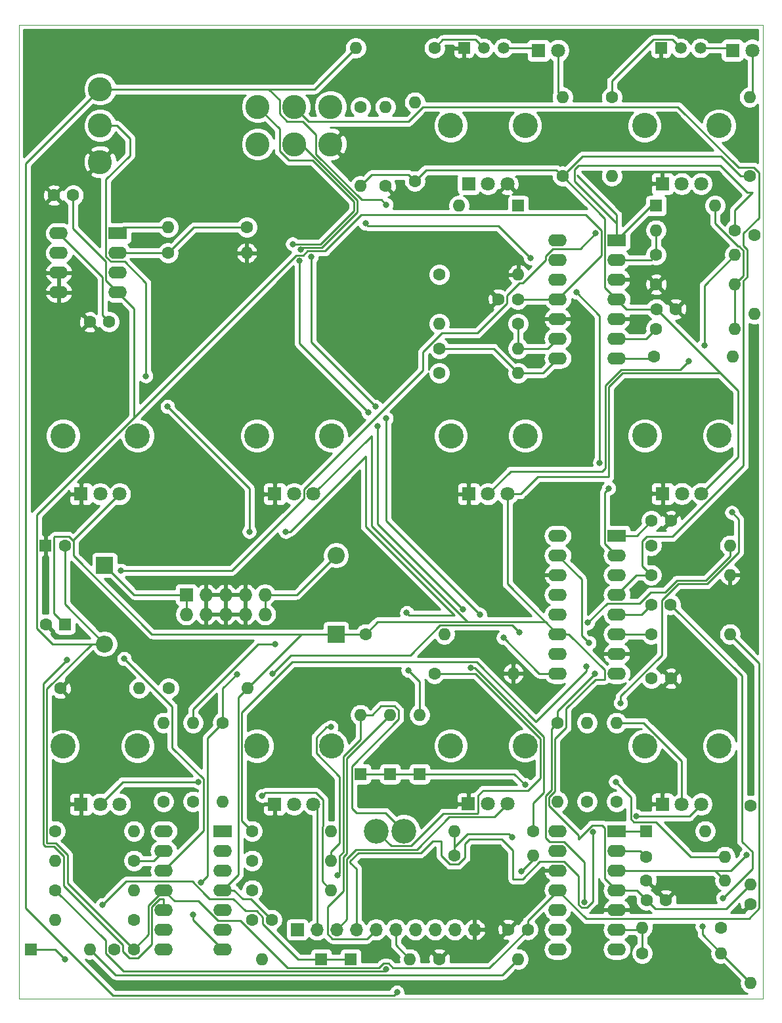
<source format=gbr>
%TF.GenerationSoftware,KiCad,Pcbnew,(5.1.9)-1*%
%TF.CreationDate,2021-10-01T12:29:47+01:00*%
%TF.ProjectId,KOSMOS Function Generator,4b4f534d-4f53-4204-9675-6e6374696f6e,rev?*%
%TF.SameCoordinates,Original*%
%TF.FileFunction,Copper,L1,Top*%
%TF.FilePolarity,Positive*%
%FSLAX46Y46*%
G04 Gerber Fmt 4.6, Leading zero omitted, Abs format (unit mm)*
G04 Created by KiCad (PCBNEW (5.1.9)-1) date 2021-10-01 12:29:47*
%MOMM*%
%LPD*%
G01*
G04 APERTURE LIST*
%TA.AperFunction,Profile*%
%ADD10C,0.050000*%
%TD*%
%TA.AperFunction,ComponentPad*%
%ADD11C,3.240000*%
%TD*%
%TA.AperFunction,ComponentPad*%
%ADD12C,1.800000*%
%TD*%
%TA.AperFunction,ComponentPad*%
%ADD13R,1.800000X1.800000*%
%TD*%
%TA.AperFunction,ComponentPad*%
%ADD14C,1.600000*%
%TD*%
%TA.AperFunction,ComponentPad*%
%ADD15O,1.600000X1.600000*%
%TD*%
%TA.AperFunction,ComponentPad*%
%ADD16R,1.600000X1.600000*%
%TD*%
%TA.AperFunction,ComponentPad*%
%ADD17R,2.200000X2.200000*%
%TD*%
%TA.AperFunction,ComponentPad*%
%ADD18O,2.200000X2.200000*%
%TD*%
%TA.AperFunction,ComponentPad*%
%ADD19R,1.727200X1.727200*%
%TD*%
%TA.AperFunction,ComponentPad*%
%ADD20O,1.727200X1.727200*%
%TD*%
%TA.AperFunction,ComponentPad*%
%ADD21R,1.700000X1.700000*%
%TD*%
%TA.AperFunction,ComponentPad*%
%ADD22O,1.700000X1.700000*%
%TD*%
%TA.AperFunction,ComponentPad*%
%ADD23R,1.500000X1.500000*%
%TD*%
%TA.AperFunction,ComponentPad*%
%ADD24C,1.500000*%
%TD*%
%TA.AperFunction,ComponentPad*%
%ADD25C,3.100000*%
%TD*%
%TA.AperFunction,ComponentPad*%
%ADD26C,3.200000*%
%TD*%
%TA.AperFunction,ComponentPad*%
%ADD27O,2.400000X1.600000*%
%TD*%
%TA.AperFunction,ComponentPad*%
%ADD28R,2.400000X1.600000*%
%TD*%
%TA.AperFunction,ViaPad*%
%ADD29C,0.800000*%
%TD*%
%TA.AperFunction,Conductor*%
%ADD30C,0.250000*%
%TD*%
%TA.AperFunction,Conductor*%
%ADD31C,0.254000*%
%TD*%
%TA.AperFunction,Conductor*%
%ADD32C,0.100000*%
%TD*%
G04 APERTURE END LIST*
D10*
X19430000Y-142240000D02*
X19430000Y-16680000D01*
X115400000Y-142240000D02*
X19430000Y-142240000D01*
X115400000Y-16680000D02*
X115400000Y-142240000D01*
X19430000Y-16680000D02*
X115400000Y-16680000D01*
D11*
%TO.P,RV2,*%
%TO.N,*%
X100140000Y-69650000D03*
X109740000Y-69650000D03*
D12*
%TO.P,RV2,3*%
%TO.N,+12V*%
X107440000Y-77150000D03*
%TO.P,RV2,2*%
%TO.N,Net-(R14-Pad2)*%
X104940000Y-77150000D03*
D13*
%TO.P,RV2,1*%
%TO.N,GND*%
X102440000Y-77150000D03*
%TD*%
D14*
%TO.P,R45,1*%
%TO.N,+12V*%
X64135000Y-95250000D03*
D15*
%TO.P,R45,2*%
%TO.N,Net-(R45-Pad2)*%
X74295000Y-95250000D03*
%TD*%
D14*
%TO.P,R25,1*%
%TO.N,+12V*%
X89535000Y-36195000D03*
D15*
%TO.P,R25,2*%
%TO.N,Net-(D8-Pad2)*%
X89535000Y-26035000D03*
%TD*%
%TO.P,R21,2*%
%TO.N,Net-(R21-Pad2)*%
X114300000Y-53975000D03*
D14*
%TO.P,R21,1*%
%TO.N,Net-(R12-Pad2)*%
X114300000Y-43815000D03*
%TD*%
D15*
%TO.P,R1,2*%
%TO.N,Net-(R1-Pad2)*%
X59690000Y-120650000D03*
D14*
%TO.P,R1,1*%
%TO.N,/AttackControl*%
X49530000Y-120650000D03*
%TD*%
%TO.P,C1,2*%
%TO.N,GND*%
X22900000Y-93980000D03*
D16*
%TO.P,C1,1*%
%TO.N,+12V*%
X25400000Y-93980000D03*
%TD*%
%TO.P,C2,1*%
%TO.N,GND*%
X22860000Y-83820000D03*
D14*
%TO.P,C2,2*%
%TO.N,-12V*%
X25360000Y-83820000D03*
%TD*%
%TO.P,C3,1*%
%TO.N,GND*%
X102870000Y-129540000D03*
%TO.P,C3,2*%
%TO.N,+12V*%
X100370000Y-129540000D03*
%TD*%
%TO.P,C4,2*%
%TO.N,+12V*%
X52030000Y-132080000D03*
%TO.P,C4,1*%
%TO.N,GND*%
X49530000Y-132080000D03*
%TD*%
%TO.P,C5,1*%
%TO.N,GND*%
X104140000Y-53340000D03*
%TO.P,C5,2*%
%TO.N,+12V*%
X101640000Y-53340000D03*
%TD*%
%TO.P,C6,2*%
%TO.N,-12V*%
X85050000Y-133350000D03*
%TO.P,C6,1*%
%TO.N,GND*%
X82550000Y-133350000D03*
%TD*%
%TO.P,C7,1*%
%TO.N,GND*%
X31750000Y-135890000D03*
%TO.P,C7,2*%
%TO.N,-12V*%
X34250000Y-135890000D03*
%TD*%
%TO.P,C8,1*%
%TO.N,GND*%
X81280000Y-52070000D03*
%TO.P,C8,2*%
%TO.N,-12V*%
X83780000Y-52070000D03*
%TD*%
%TO.P,C9,2*%
%TO.N,/VTrig*%
X103465000Y-91440000D03*
%TO.P,C9,1*%
%TO.N,Net-(C9-Pad1)*%
X100965000Y-91440000D03*
%TD*%
%TO.P,C10,2*%
%TO.N,Net-(C10-Pad2)*%
X101005000Y-100965000D03*
%TO.P,C10,1*%
%TO.N,GND*%
X103505000Y-100965000D03*
%TD*%
%TO.P,C11,1*%
%TO.N,GND*%
X103505000Y-80645000D03*
%TO.P,C11,2*%
%TO.N,Net-(C11-Pad2)*%
X101005000Y-80645000D03*
%TD*%
D17*
%TO.P,D1,1*%
%TO.N,+12V*%
X60325000Y-95250000D03*
D18*
%TO.P,D1,2*%
%TO.N,Net-(D1-Pad2)*%
X60325000Y-85090000D03*
%TD*%
D15*
%TO.P,D2,2*%
%TO.N,/Trigger*%
X67310000Y-105664000D03*
D16*
%TO.P,D2,1*%
%TO.N,Net-(D11-Pad1)*%
X67310000Y-113284000D03*
%TD*%
%TO.P,D3,1*%
%TO.N,Net-(D3-Pad1)*%
X100330000Y-120650000D03*
D15*
%TO.P,D3,2*%
%TO.N,Net-(D3-Pad2)*%
X107950000Y-120650000D03*
%TD*%
D16*
%TO.P,D4,1*%
%TO.N,Net-(D11-Pad1)*%
X71120000Y-113284000D03*
D15*
%TO.P,D4,2*%
%TO.N,Net-(D4-Pad2)*%
X71120000Y-105664000D03*
%TD*%
D18*
%TO.P,D5,2*%
%TO.N,-12V*%
X30480000Y-96520000D03*
D17*
%TO.P,D5,1*%
%TO.N,Net-(D5-Pad1)*%
X30480000Y-86360000D03*
%TD*%
D16*
%TO.P,D6,1*%
%TO.N,Net-(D6-Pad1)*%
X101600000Y-40005000D03*
D15*
%TO.P,D6,2*%
%TO.N,Net-(D6-Pad2)*%
X109220000Y-40005000D03*
%TD*%
%TO.P,D7,2*%
%TO.N,Net-(D7-Pad2)*%
X28575000Y-135890000D03*
D16*
%TO.P,D7,1*%
%TO.N,Net-(D7-Pad1)*%
X20955000Y-135890000D03*
%TD*%
D12*
%TO.P,D8,2*%
%TO.N,Net-(D8-Pad2)*%
X88970000Y-19990000D03*
D13*
%TO.P,D8,1*%
%TO.N,Net-(D8-Pad1)*%
X86430000Y-19990000D03*
%TD*%
%TO.P,D9,1*%
%TO.N,Net-(D9-Pad1)*%
X111450000Y-19980000D03*
D12*
%TO.P,D9,2*%
%TO.N,Net-(D9-Pad2)*%
X113990000Y-19980000D03*
%TD*%
D16*
%TO.P,D10,1*%
%TO.N,Net-(D10-Pad1)*%
X83820000Y-40005000D03*
D15*
%TO.P,D10,2*%
%TO.N,Net-(D10-Pad2)*%
X76200000Y-40005000D03*
%TD*%
%TO.P,D11,2*%
%TO.N,/ManTrigger*%
X63500000Y-105664000D03*
D16*
%TO.P,D11,1*%
%TO.N,Net-(D11-Pad1)*%
X63500000Y-113284000D03*
%TD*%
%TO.P,D12,1*%
%TO.N,Net-(D12-Pad1)*%
X62230000Y-137160000D03*
D15*
%TO.P,D12,2*%
%TO.N,/Gate*%
X69850000Y-137160000D03*
%TD*%
%TO.P,D13,2*%
%TO.N,/ManTrigger*%
X50800000Y-137160000D03*
D16*
%TO.P,D13,1*%
%TO.N,Net-(D12-Pad1)*%
X58420000Y-137160000D03*
%TD*%
D19*
%TO.P,J1,1*%
%TO.N,Net-(D5-Pad1)*%
X41010000Y-90170000D03*
D20*
%TO.P,J1,2*%
X41010000Y-92710000D03*
%TO.P,J1,3*%
%TO.N,GND*%
X43550000Y-90170000D03*
%TO.P,J1,4*%
X43550000Y-92710000D03*
%TO.P,J1,5*%
X46090000Y-90170000D03*
%TO.P,J1,6*%
X46090000Y-92710000D03*
%TO.P,J1,7*%
X48630000Y-90170000D03*
%TO.P,J1,8*%
X48630000Y-92710000D03*
%TO.P,J1,9*%
%TO.N,Net-(D1-Pad2)*%
X51170000Y-90170000D03*
%TO.P,J1,10*%
X51170000Y-92710000D03*
%TD*%
D21*
%TO.P,J2,1*%
%TO.N,/Acv*%
X55330000Y-133360000D03*
D22*
%TO.P,J2,2*%
%TO.N,/Dcv*%
X57870000Y-133360000D03*
%TO.P,J2,3*%
%TO.N,/Scv*%
X60410000Y-133360000D03*
%TO.P,J2,4*%
%TO.N,/Rcv*%
X62950000Y-133360000D03*
%TO.P,J2,5*%
%TO.N,/Trigger*%
X65490000Y-133360000D03*
%TO.P,J2,6*%
%TO.N,/Gate*%
X68030000Y-133360000D03*
%TO.P,J2,7*%
%TO.N,/Out*%
X70570000Y-133360000D03*
%TO.P,J2,8*%
%TO.N,/EocOut*%
X73110000Y-133360000D03*
%TO.P,J2,9*%
%TO.N,Net-(J2-Pad9)*%
X75650000Y-133360000D03*
%TO.P,J2,10*%
%TO.N,GND*%
X78190000Y-133360000D03*
%TD*%
D23*
%TO.P,Q1,1*%
%TO.N,GND*%
X76835000Y-19685000D03*
D24*
%TO.P,Q1,3*%
%TO.N,Net-(D8-Pad1)*%
X81915000Y-19685000D03*
%TO.P,Q1,2*%
%TO.N,Net-(Q1-Pad2)*%
X79375000Y-19685000D03*
%TD*%
%TO.P,Q2,2*%
%TO.N,Net-(Q2-Pad2)*%
X104775000Y-19685000D03*
%TO.P,Q2,3*%
%TO.N,Net-(D9-Pad1)*%
X107315000Y-19685000D03*
D23*
%TO.P,Q2,1*%
%TO.N,GND*%
X102235000Y-19685000D03*
%TD*%
D15*
%TO.P,R2,2*%
%TO.N,Net-(R2-Pad2)*%
X99822000Y-133096000D03*
D14*
%TO.P,R2,1*%
%TO.N,/VTrig*%
X109982000Y-133096000D03*
%TD*%
D15*
%TO.P,R3,2*%
%TO.N,Net-(D11-Pad1)*%
X110490000Y-123952000D03*
D14*
%TO.P,R3,1*%
%TO.N,Net-(R3-Pad1)*%
X100330000Y-123952000D03*
%TD*%
%TO.P,R4,1*%
%TO.N,Net-(R2-Pad2)*%
X99822000Y-136398000D03*
D15*
%TO.P,R4,2*%
%TO.N,Net-(D3-Pad2)*%
X109982000Y-136398000D03*
%TD*%
%TO.P,R5,2*%
%TO.N,Net-(R5-Pad2)*%
X59690000Y-124460000D03*
D14*
%TO.P,R5,1*%
%TO.N,Net-(R1-Pad2)*%
X49530000Y-124460000D03*
%TD*%
D15*
%TO.P,R6,2*%
%TO.N,Net-(D3-Pad2)*%
X113792000Y-140208000D03*
D14*
%TO.P,R6,1*%
%TO.N,GND*%
X113792000Y-130048000D03*
%TD*%
%TO.P,R7,1*%
%TO.N,Net-(R7-Pad1)*%
X113792000Y-117348000D03*
D15*
%TO.P,R7,2*%
%TO.N,+12V*%
X113792000Y-127508000D03*
%TD*%
%TO.P,R8,2*%
%TO.N,Net-(R7-Pad1)*%
X110490000Y-127000000D03*
D14*
%TO.P,R8,1*%
%TO.N,GND*%
X100330000Y-127000000D03*
%TD*%
%TO.P,R9,1*%
%TO.N,Net-(R1-Pad2)*%
X49530000Y-128270000D03*
D15*
%TO.P,R9,2*%
%TO.N,Net-(R9-Pad2)*%
X59690000Y-128270000D03*
%TD*%
%TO.P,R10,2*%
%TO.N,Net-(R10-Pad2)*%
X88900000Y-116840000D03*
D14*
%TO.P,R10,1*%
%TO.N,/ReleaseControl*%
X88900000Y-106680000D03*
%TD*%
%TO.P,R11,1*%
%TO.N,/DecayControl*%
X45720000Y-106680000D03*
D15*
%TO.P,R11,2*%
%TO.N,Net-(R11-Pad2)*%
X45720000Y-116840000D03*
%TD*%
D14*
%TO.P,R12,1*%
%TO.N,Net-(D6-Pad1)*%
X111760000Y-43180000D03*
D15*
%TO.P,R12,2*%
%TO.N,Net-(R12-Pad2)*%
X101600000Y-43180000D03*
%TD*%
D14*
%TO.P,R13,1*%
%TO.N,Net-(R13-Pad1)*%
X101346000Y-59436000D03*
D15*
%TO.P,R13,2*%
%TO.N,Net-(R13-Pad2)*%
X111506000Y-59436000D03*
%TD*%
D14*
%TO.P,R14,1*%
%TO.N,Net-(R10-Pad2)*%
X92710000Y-116840000D03*
D15*
%TO.P,R14,2*%
%TO.N,Net-(R14-Pad2)*%
X92710000Y-106680000D03*
%TD*%
D14*
%TO.P,R15,1*%
%TO.N,Net-(R11-Pad2)*%
X41910000Y-116840000D03*
D15*
%TO.P,R15,2*%
%TO.N,Net-(R15-Pad2)*%
X41910000Y-106680000D03*
%TD*%
%TO.P,R16,2*%
%TO.N,Net-(R16-Pad2)*%
X111760000Y-46355000D03*
D14*
%TO.P,R16,1*%
%TO.N,Net-(R12-Pad2)*%
X101600000Y-46355000D03*
%TD*%
D15*
%TO.P,R17,2*%
%TO.N,Net-(D6-Pad2)*%
X111760000Y-55880000D03*
D14*
%TO.P,R17,1*%
%TO.N,Net-(R13-Pad2)*%
X101600000Y-55880000D03*
%TD*%
%TO.P,R18,1*%
%TO.N,GND*%
X101600000Y-50165000D03*
D15*
%TO.P,R18,2*%
%TO.N,Net-(D6-Pad2)*%
X111760000Y-50165000D03*
%TD*%
%TO.P,R19,2*%
%TO.N,Net-(R19-Pad2)*%
X96520000Y-106680000D03*
D14*
%TO.P,R19,1*%
%TO.N,Net-(R10-Pad2)*%
X96520000Y-116840000D03*
%TD*%
D15*
%TO.P,R20,2*%
%TO.N,Net-(R20-Pad2)*%
X38100000Y-106680000D03*
D14*
%TO.P,R20,1*%
%TO.N,Net-(R11-Pad2)*%
X38100000Y-116840000D03*
%TD*%
D15*
%TO.P,R22,2*%
%TO.N,Net-(R22-Pad2)*%
X24130000Y-124460000D03*
D14*
%TO.P,R22,1*%
%TO.N,Net-(R22-Pad1)*%
X34290000Y-124460000D03*
%TD*%
D15*
%TO.P,R23,2*%
%TO.N,Net-(R22-Pad1)*%
X34290000Y-120650000D03*
D14*
%TO.P,R23,1*%
%TO.N,Net-(R23-Pad1)*%
X24130000Y-120650000D03*
%TD*%
%TO.P,R24,1*%
%TO.N,Net-(R24-Pad1)*%
X85725000Y-120650000D03*
D15*
%TO.P,R24,2*%
%TO.N,Net-(R24-Pad2)*%
X75565000Y-120650000D03*
%TD*%
D14*
%TO.P,R26,1*%
%TO.N,Net-(R26-Pad1)*%
X34290000Y-132080000D03*
D15*
%TO.P,R26,2*%
%TO.N,Net-(D12-Pad1)*%
X24130000Y-132080000D03*
%TD*%
%TO.P,R27,2*%
%TO.N,Net-(D7-Pad2)*%
X85725000Y-123825000D03*
D14*
%TO.P,R27,1*%
%TO.N,Net-(R24-Pad2)*%
X75565000Y-123825000D03*
%TD*%
%TO.P,R28,1*%
%TO.N,/Out*%
X24130000Y-128270000D03*
D15*
%TO.P,R28,2*%
%TO.N,Net-(R23-Pad1)*%
X34290000Y-128270000D03*
%TD*%
D14*
%TO.P,R29,1*%
%TO.N,/env*%
X100965000Y-83820000D03*
D15*
%TO.P,R29,2*%
%TO.N,Net-(R29-Pad2)*%
X111125000Y-83820000D03*
%TD*%
D14*
%TO.P,R30,1*%
%TO.N,GND*%
X73660000Y-137160000D03*
D15*
%TO.P,R30,2*%
%TO.N,Net-(D7-Pad2)*%
X83820000Y-137160000D03*
%TD*%
%TO.P,R31,2*%
%TO.N,/EocOut*%
X62865000Y-19685000D03*
D14*
%TO.P,R31,1*%
%TO.N,Net-(Q1-Pad2)*%
X73025000Y-19685000D03*
%TD*%
D15*
%TO.P,R32,2*%
%TO.N,Net-(D9-Pad2)*%
X113665000Y-26035000D03*
D14*
%TO.P,R32,1*%
%TO.N,+12V*%
X113665000Y-36195000D03*
%TD*%
%TO.P,R33,1*%
%TO.N,Net-(R33-Pad1)*%
X38735000Y-102235000D03*
D15*
%TO.P,R33,2*%
%TO.N,+12V*%
X48895000Y-102235000D03*
%TD*%
D14*
%TO.P,R34,1*%
%TO.N,GND*%
X24765000Y-102235000D03*
D15*
%TO.P,R34,2*%
%TO.N,Net-(R33-Pad1)*%
X34925000Y-102235000D03*
%TD*%
%TO.P,R35,2*%
%TO.N,GND*%
X111125000Y-87630000D03*
D14*
%TO.P,R35,1*%
%TO.N,/Vgate*%
X100965000Y-87630000D03*
%TD*%
D15*
%TO.P,R36,2*%
%TO.N,+12V*%
X63500000Y-37465000D03*
D14*
%TO.P,R36,1*%
%TO.N,Net-(R36-Pad1)*%
X63500000Y-27305000D03*
%TD*%
%TO.P,R37,1*%
%TO.N,GND*%
X66675000Y-37465000D03*
D15*
%TO.P,R37,2*%
%TO.N,Net-(R36-Pad1)*%
X66675000Y-27305000D03*
%TD*%
%TO.P,R38,2*%
%TO.N,/env*%
X95885000Y-36195000D03*
D14*
%TO.P,R38,1*%
%TO.N,Net-(Q2-Pad2)*%
X95885000Y-26035000D03*
%TD*%
%TO.P,R39,1*%
%TO.N,+12V*%
X70485000Y-36830000D03*
D15*
%TO.P,R39,2*%
%TO.N,Net-(R39-Pad2)*%
X70485000Y-26670000D03*
%TD*%
%TO.P,R40,2*%
%TO.N,Net-(R40-Pad2)*%
X83820000Y-58420000D03*
D14*
%TO.P,R40,1*%
%TO.N,Net-(R40-Pad1)*%
X73660000Y-58420000D03*
%TD*%
%TO.P,R41,1*%
%TO.N,Net-(R40-Pad2)*%
X83820000Y-55245000D03*
D15*
%TO.P,R41,2*%
%TO.N,Net-(D10-Pad2)*%
X73660000Y-55245000D03*
%TD*%
D14*
%TO.P,R42,1*%
%TO.N,/EocOut*%
X73660000Y-61595000D03*
D15*
%TO.P,R42,2*%
%TO.N,Net-(R40-Pad1)*%
X83820000Y-61595000D03*
%TD*%
%TO.P,R43,2*%
%TO.N,GND*%
X83820000Y-48895000D03*
D14*
%TO.P,R43,1*%
%TO.N,Net-(D10-Pad2)*%
X73660000Y-48895000D03*
%TD*%
%TO.P,R44,1*%
%TO.N,Net-(R44-Pad1)*%
X100965000Y-95250000D03*
D15*
%TO.P,R44,2*%
%TO.N,-12V*%
X111125000Y-95250000D03*
%TD*%
%TO.P,R46,2*%
%TO.N,GND*%
X83185000Y-100330000D03*
D14*
%TO.P,R46,1*%
%TO.N,Net-(R45-Pad2)*%
X73025000Y-100330000D03*
%TD*%
D11*
%TO.P,RV1,*%
%TO.N,*%
X25130000Y-69680000D03*
X34730000Y-69680000D03*
D12*
%TO.P,RV1,3*%
%TO.N,+12V*%
X32430000Y-77180000D03*
%TO.P,RV1,2*%
%TO.N,Net-(R5-Pad2)*%
X29930000Y-77180000D03*
D13*
%TO.P,RV1,1*%
%TO.N,GND*%
X27430000Y-77180000D03*
%TD*%
%TO.P,RV3,1*%
%TO.N,GND*%
X52430000Y-77180000D03*
D12*
%TO.P,RV3,2*%
%TO.N,Net-(R15-Pad2)*%
X54930000Y-77180000D03*
%TO.P,RV3,3*%
%TO.N,+12V*%
X57430000Y-77180000D03*
D11*
%TO.P,RV3,*%
%TO.N,*%
X59730000Y-69680000D03*
X50130000Y-69680000D03*
%TD*%
D13*
%TO.P,RV4,1*%
%TO.N,GND*%
X77430000Y-77180000D03*
D12*
%TO.P,RV4,2*%
%TO.N,Net-(R16-Pad2)*%
X79930000Y-77180000D03*
%TO.P,RV4,3*%
%TO.N,+12V*%
X82430000Y-77180000D03*
D11*
%TO.P,RV4,*%
%TO.N,*%
X84730000Y-69680000D03*
X75130000Y-69680000D03*
%TD*%
D13*
%TO.P,RV5,1*%
%TO.N,GND*%
X102420000Y-37180000D03*
D12*
%TO.P,RV5,2*%
%TO.N,Net-(RV5-Pad2)*%
X104920000Y-37180000D03*
%TO.P,RV5,3*%
%TO.N,Net-(R22-Pad2)*%
X107420000Y-37180000D03*
D11*
%TO.P,RV5,*%
%TO.N,*%
X109720000Y-29680000D03*
X100120000Y-29680000D03*
%TD*%
%TO.P,RV6,*%
%TO.N,*%
X75120000Y-29670000D03*
X84720000Y-29670000D03*
D12*
%TO.P,RV6,3*%
%TO.N,GND*%
X82420000Y-37170000D03*
%TO.P,RV6,2*%
%TO.N,Net-(RV6-Pad2)*%
X79920000Y-37170000D03*
D13*
%TO.P,RV6,1*%
%TO.N,Net-(R39-Pad2)*%
X77420000Y-37170000D03*
%TD*%
%TO.P,RV7,1*%
%TO.N,GND*%
X27420000Y-117190000D03*
D12*
%TO.P,RV7,2*%
%TO.N,Net-(R9-Pad2)*%
X29920000Y-117190000D03*
%TO.P,RV7,3*%
%TO.N,/Acv*%
X32420000Y-117190000D03*
D11*
%TO.P,RV7,*%
%TO.N,*%
X34720000Y-109690000D03*
X25120000Y-109690000D03*
%TD*%
%TO.P,RV8,*%
%TO.N,*%
X75110000Y-109650000D03*
X84710000Y-109650000D03*
D12*
%TO.P,RV8,3*%
%TO.N,/Scv*%
X82410000Y-117150000D03*
%TO.P,RV8,2*%
%TO.N,Net-(R21-Pad2)*%
X79910000Y-117150000D03*
D13*
%TO.P,RV8,1*%
%TO.N,GND*%
X77410000Y-117150000D03*
%TD*%
D11*
%TO.P,RV9,*%
%TO.N,*%
X100130000Y-109680000D03*
X109730000Y-109680000D03*
D12*
%TO.P,RV9,3*%
%TO.N,/Rcv*%
X107430000Y-117180000D03*
%TO.P,RV9,2*%
%TO.N,Net-(R19-Pad2)*%
X104930000Y-117180000D03*
D13*
%TO.P,RV9,1*%
%TO.N,GND*%
X102430000Y-117180000D03*
%TD*%
%TO.P,RV10,1*%
%TO.N,GND*%
X52420000Y-117170000D03*
D12*
%TO.P,RV10,2*%
%TO.N,Net-(R20-Pad2)*%
X54920000Y-117170000D03*
%TO.P,RV10,3*%
%TO.N,/Dcv*%
X57420000Y-117170000D03*
D11*
%TO.P,RV10,*%
%TO.N,*%
X59720000Y-109670000D03*
X50120000Y-109670000D03*
%TD*%
D25*
%TO.P,SW1,2*%
%TO.N,Net-(D4-Pad2)*%
X29910000Y-29670000D03*
%TO.P,SW1,3*%
%TO.N,/EocOut*%
X29910000Y-24970000D03*
%TO.P,SW1,1*%
%TO.N,GND*%
X29910000Y-34370000D03*
%TD*%
%TO.P,SW2,2*%
%TO.N,/SustainControl*%
X54920000Y-32085000D03*
%TO.P,SW2,3*%
%TO.N,GND*%
X59620000Y-32085000D03*
%TO.P,SW2,1*%
%TO.N,Net-(R13-Pad1)*%
X50220000Y-32085000D03*
%TO.P,SW2,6*%
%TO.N,Net-(R36-Pad1)*%
X59620000Y-27255000D03*
%TO.P,SW2,5*%
%TO.N,/Vgate*%
X54920000Y-27255000D03*
%TO.P,SW2,4*%
%TO.N,Net-(R24-Pad1)*%
X50220000Y-27255000D03*
%TD*%
D26*
%TO.P,SW3,2*%
%TO.N,/ManTrigger*%
X69060000Y-120650000D03*
%TO.P,SW3,1*%
%TO.N,Net-(R45-Pad2)*%
X65560000Y-120650000D03*
%TD*%
D27*
%TO.P,U1,14*%
%TO.N,Net-(R24-Pad1)*%
X88900000Y-120650000D03*
%TO.P,U1,7*%
%TO.N,/VTrig*%
X96520000Y-135890000D03*
%TO.P,U1,13*%
%TO.N,Net-(R24-Pad2)*%
X88900000Y-123190000D03*
%TO.P,U1,6*%
%TO.N,Net-(R2-Pad2)*%
X96520000Y-133350000D03*
%TO.P,U1,12*%
%TO.N,GND*%
X88900000Y-125730000D03*
%TO.P,U1,5*%
X96520000Y-130810000D03*
%TO.P,U1,11*%
%TO.N,-12V*%
X88900000Y-128270000D03*
%TO.P,U1,4*%
%TO.N,+12V*%
X96520000Y-128270000D03*
%TO.P,U1,10*%
%TO.N,GND*%
X88900000Y-130810000D03*
%TO.P,U1,3*%
%TO.N,Net-(R7-Pad1)*%
X96520000Y-125730000D03*
%TO.P,U1,9*%
%TO.N,Net-(R10-Pad2)*%
X88900000Y-133350000D03*
%TO.P,U1,2*%
%TO.N,Net-(R3-Pad1)*%
X96520000Y-123190000D03*
%TO.P,U1,8*%
%TO.N,/ReleaseControl*%
X88900000Y-135890000D03*
D28*
%TO.P,U1,1*%
%TO.N,Net-(D3-Pad1)*%
X96520000Y-120650000D03*
%TD*%
%TO.P,U2,1*%
%TO.N,/AttackControl*%
X45720000Y-120650000D03*
D27*
%TO.P,U2,8*%
%TO.N,Net-(D7-Pad1)*%
X38100000Y-135890000D03*
%TO.P,U2,2*%
%TO.N,Net-(R1-Pad2)*%
X45720000Y-123190000D03*
%TO.P,U2,9*%
%TO.N,Net-(R26-Pad1)*%
X38100000Y-133350000D03*
%TO.P,U2,3*%
%TO.N,GND*%
X45720000Y-125730000D03*
%TO.P,U2,10*%
%TO.N,Net-(R33-Pad1)*%
X38100000Y-130810000D03*
%TO.P,U2,4*%
%TO.N,+12V*%
X45720000Y-128270000D03*
%TO.P,U2,11*%
%TO.N,-12V*%
X38100000Y-128270000D03*
%TO.P,U2,5*%
%TO.N,GND*%
X45720000Y-130810000D03*
%TO.P,U2,12*%
%TO.N,Net-(RV5-Pad2)*%
X38100000Y-125730000D03*
%TO.P,U2,6*%
%TO.N,Net-(R11-Pad2)*%
X45720000Y-133350000D03*
%TO.P,U2,13*%
%TO.N,Net-(R22-Pad1)*%
X38100000Y-123190000D03*
%TO.P,U2,7*%
%TO.N,/DecayControl*%
X45720000Y-135890000D03*
%TO.P,U2,14*%
%TO.N,Net-(R23-Pad1)*%
X38100000Y-120650000D03*
%TD*%
D28*
%TO.P,U3,1*%
%TO.N,Net-(D6-Pad1)*%
X96520000Y-44450000D03*
D27*
%TO.P,U3,8*%
%TO.N,Net-(R40-Pad1)*%
X88900000Y-59690000D03*
%TO.P,U3,2*%
%TO.N,Net-(R12-Pad2)*%
X96520000Y-46990000D03*
%TO.P,U3,9*%
%TO.N,Net-(R40-Pad2)*%
X88900000Y-57150000D03*
%TO.P,U3,3*%
%TO.N,GND*%
X96520000Y-49530000D03*
%TO.P,U3,10*%
X88900000Y-54610000D03*
%TO.P,U3,4*%
%TO.N,+12V*%
X96520000Y-52070000D03*
%TO.P,U3,11*%
%TO.N,-12V*%
X88900000Y-52070000D03*
%TO.P,U3,5*%
%TO.N,GND*%
X96520000Y-54610000D03*
%TO.P,U3,12*%
%TO.N,/env*%
X88900000Y-49530000D03*
%TO.P,U3,6*%
%TO.N,Net-(R13-Pad2)*%
X96520000Y-57150000D03*
%TO.P,U3,13*%
%TO.N,Net-(RV6-Pad2)*%
X88900000Y-46990000D03*
%TO.P,U3,7*%
%TO.N,Net-(R13-Pad1)*%
X96520000Y-59690000D03*
%TO.P,U3,14*%
%TO.N,Net-(D10-Pad1)*%
X88900000Y-44450000D03*
%TD*%
D28*
%TO.P,U4,1*%
%TO.N,Net-(C11-Pad2)*%
X96520000Y-82550000D03*
D27*
%TO.P,U4,9*%
%TO.N,/SustainControl*%
X88900000Y-100330000D03*
%TO.P,U4,2*%
%TO.N,/env*%
X96520000Y-85090000D03*
%TO.P,U4,10*%
%TO.N,Net-(R29-Pad2)*%
X88900000Y-97790000D03*
%TO.P,U4,3*%
%TO.N,Net-(U4-Pad3)*%
X96520000Y-87630000D03*
%TO.P,U4,11*%
%TO.N,+12V*%
X88900000Y-95250000D03*
%TO.P,U4,4*%
%TO.N,/Vgate*%
X96520000Y-90170000D03*
%TO.P,U4,12*%
%TO.N,/DecayControl*%
X88900000Y-92710000D03*
%TO.P,U4,5*%
%TO.N,Net-(C9-Pad1)*%
X96520000Y-92710000D03*
%TO.P,U4,13*%
%TO.N,/ReleaseControl*%
X88900000Y-90170000D03*
%TO.P,U4,6*%
%TO.N,Net-(R44-Pad1)*%
X96520000Y-95250000D03*
%TO.P,U4,14*%
%TO.N,GND*%
X88900000Y-87630000D03*
%TO.P,U4,7*%
X96520000Y-97790000D03*
%TO.P,U4,15*%
%TO.N,/AttackControl*%
X88900000Y-85090000D03*
%TO.P,U4,8*%
%TO.N,Net-(C10-Pad2)*%
X96520000Y-100330000D03*
%TO.P,U4,16*%
%TO.N,Net-(U4-Pad16)*%
X88900000Y-82550000D03*
%TD*%
D14*
%TO.P,C12,2*%
%TO.N,+12V*%
X31075000Y-54991000D03*
%TO.P,C12,1*%
%TO.N,GND*%
X28575000Y-54991000D03*
%TD*%
%TO.P,C13,1*%
%TO.N,GND*%
X23939500Y-38671500D03*
%TO.P,C13,2*%
%TO.N,-12V*%
X26439500Y-38671500D03*
%TD*%
%TO.P,R47,1*%
%TO.N,Net-(R47-Pad1)*%
X48831500Y-42799000D03*
D15*
%TO.P,R47,2*%
%TO.N,Net-(R22-Pad2)*%
X38671500Y-42799000D03*
%TD*%
%TO.P,R48,2*%
%TO.N,GND*%
X48831500Y-46101000D03*
D14*
%TO.P,R48,1*%
%TO.N,Net-(R47-Pad1)*%
X38671500Y-46101000D03*
%TD*%
D28*
%TO.P,U5,1*%
%TO.N,Net-(R22-Pad2)*%
X32194500Y-43561000D03*
D27*
%TO.P,U5,5*%
%TO.N,GND*%
X24574500Y-51181000D03*
%TO.P,U5,2*%
%TO.N,Net-(R47-Pad1)*%
X32194500Y-46101000D03*
%TO.P,U5,6*%
%TO.N,GND*%
X24574500Y-48641000D03*
%TO.P,U5,3*%
%TO.N,/env*%
X32194500Y-48641000D03*
%TO.P,U5,7*%
%TO.N,Net-(U5-Pad7)*%
X24574500Y-46101000D03*
%TO.P,U5,4*%
%TO.N,-12V*%
X32194500Y-51181000D03*
%TO.P,U5,8*%
%TO.N,+12V*%
X24574500Y-43561000D03*
%TD*%
D29*
%TO.N,GND*%
X103124000Y-136271000D03*
X103251000Y-133350000D03*
%TO.N,/VTrig*%
X110236000Y-129286000D03*
%TO.N,Net-(D11-Pad1)*%
X96393000Y-114300000D03*
X84709000Y-114681000D03*
%TO.N,Net-(D3-Pad2)*%
X107569000Y-132969000D03*
%TO.N,Net-(D4-Pad2)*%
X35814000Y-61976000D03*
X38608000Y-65913000D03*
X49149000Y-82042000D03*
X53848000Y-82042000D03*
X69639727Y-99930009D03*
X69450848Y-92495754D03*
%TO.N,Net-(D7-Pad2)*%
X84201000Y-125857000D03*
%TO.N,Net-(D7-Pad1)*%
X25400000Y-137160000D03*
%TO.N,/ManTrigger*%
X60540002Y-126365000D03*
%TO.N,Net-(D12-Pad1)*%
X30226000Y-130175000D03*
%TO.N,/Rcv*%
X99060000Y-118745000D03*
X93476660Y-120781660D03*
%TO.N,/Out*%
X66783062Y-138460011D03*
%TO.N,/EocOut*%
X68193091Y-141441010D03*
X66802000Y-39878000D03*
%TO.N,/AttackControl*%
X92583000Y-99441000D03*
X92951652Y-96380651D03*
%TO.N,Net-(R5-Pad2)*%
X59656148Y-107244158D03*
%TO.N,Net-(R7-Pad1)*%
X113284000Y-123698000D03*
%TO.N,Net-(R9-Pad2)*%
X42545000Y-114300000D03*
X50811193Y-116089114D03*
%TO.N,/ReleaseControl*%
X92329000Y-129794000D03*
X93724786Y-100366589D03*
%TO.N,/DecayControl*%
X41910000Y-131445000D03*
X83947000Y-94996000D03*
X42950359Y-127269040D03*
X47562077Y-100420010D03*
X52180469Y-100337212D03*
%TO.N,Net-(R14-Pad2)*%
X97028000Y-104140000D03*
X111379000Y-79565500D03*
%TO.N,Net-(R15-Pad2)*%
X52451000Y-96520000D03*
%TO.N,Net-(R16-Pad2)*%
X105791000Y-60071000D03*
X107823000Y-58039000D03*
%TO.N,/env*%
X91313000Y-51181000D03*
X95504000Y-76454000D03*
X94328979Y-73179011D03*
X85407500Y-46736000D03*
X64135000Y-42291000D03*
%TO.N,Net-(R24-Pad1)*%
X76708000Y-92075000D03*
X65659000Y-68453000D03*
X64516000Y-66675000D03*
X54737000Y-44958000D03*
X77684263Y-99604990D03*
X55626000Y-47133022D03*
%TO.N,Net-(R24-Pad2)*%
X83058000Y-121412000D03*
%TO.N,Net-(R29-Pad2)*%
X92777617Y-93798971D03*
%TO.N,Net-(R33-Pad1)*%
X25654000Y-98552000D03*
%TO.N,Net-(RV5-Pad2)*%
X33020000Y-98425000D03*
X32580212Y-87064661D03*
X93819987Y-43581846D03*
%TO.N,/SustainControl*%
X78867000Y-92710000D03*
X66802000Y-67437000D03*
X65405000Y-65913000D03*
X81915000Y-95721010D03*
X57130721Y-46583032D03*
X55753000Y-45683010D03*
%TD*%
D30*
%TO.N,GND*%
X103124000Y-133477000D02*
X103251000Y-133350000D01*
X103124000Y-136271000D02*
X103124000Y-133477000D01*
%TO.N,+12V*%
X60325000Y-95250000D02*
X64135000Y-95250000D01*
X55880000Y-95250000D02*
X48895000Y-102235000D01*
X60325000Y-95250000D02*
X55880000Y-95250000D01*
X82430000Y-88780000D02*
X82430000Y-77180000D01*
X88900000Y-95250000D02*
X82430000Y-88780000D01*
X97790000Y-53340000D02*
X96520000Y-52070000D01*
X101640000Y-53340000D02*
X97790000Y-53340000D01*
X94994999Y-41654999D02*
X89535000Y-36195000D01*
X94994999Y-50544999D02*
X94994999Y-41654999D01*
X96520000Y-52070000D02*
X94994999Y-50544999D01*
X71919999Y-35395001D02*
X70485000Y-36830000D01*
X88735001Y-35395001D02*
X71919999Y-35395001D01*
X89535000Y-36195000D02*
X88735001Y-35395001D01*
X64934999Y-36030001D02*
X63500000Y-37465000D01*
X69685001Y-36030001D02*
X64934999Y-36030001D01*
X70485000Y-36830000D02*
X69685001Y-36030001D01*
X99100000Y-128270000D02*
X100370000Y-129540000D01*
X96520000Y-128270000D02*
X99100000Y-128270000D01*
X45720000Y-128270000D02*
X47170000Y-128270000D01*
X47170000Y-128270000D02*
X48295001Y-129395001D01*
X48295001Y-129395001D02*
X49345001Y-129395001D01*
X49345001Y-129395001D02*
X52030000Y-132080000D01*
X23985001Y-92565001D02*
X25400000Y-93980000D01*
X24050001Y-82694999D02*
X23985001Y-82759999D01*
X25900001Y-82694999D02*
X24050001Y-82694999D01*
X26485001Y-83279999D02*
X25900001Y-82694999D01*
X26485001Y-85150003D02*
X26485001Y-83279999D01*
X36584998Y-95250000D02*
X26485001Y-85150003D01*
X23985001Y-82759999D02*
X23985001Y-92565001D01*
X60325000Y-95250000D02*
X36584998Y-95250000D01*
X87324988Y-93674988D02*
X88900000Y-95250000D01*
X64135000Y-95250000D02*
X65710012Y-93674988D01*
X73924988Y-93674988D02*
X73989988Y-93674988D01*
X26485001Y-83124999D02*
X32430000Y-77180000D01*
X26485001Y-83279999D02*
X26485001Y-83124999D01*
X48895000Y-102235000D02*
X47724988Y-103405012D01*
X47724988Y-103405012D02*
X47724988Y-126265012D01*
X47724988Y-126265012D02*
X45720000Y-128270000D01*
X71044012Y-93674988D02*
X73989988Y-93674988D01*
X70536012Y-93674988D02*
X71044012Y-93674988D01*
X65710012Y-93674988D02*
X70536012Y-93674988D01*
X57430000Y-77180000D02*
X64887000Y-69723000D01*
X64887000Y-81294976D02*
X77267012Y-93674988D01*
X64887000Y-69723000D02*
X64887000Y-81294976D01*
X77267012Y-93674988D02*
X87324988Y-93674988D01*
X73989988Y-93674988D02*
X77267012Y-93674988D01*
X112135012Y-72454988D02*
X112135012Y-63835012D01*
X107440000Y-77150000D02*
X112135012Y-72454988D01*
X110065500Y-61765500D02*
X101640000Y-53340000D01*
X112135012Y-63835012D02*
X110065500Y-61765500D01*
X109895000Y-61595000D02*
X110065500Y-61765500D01*
X97282000Y-61595000D02*
X109895000Y-61595000D01*
X95504000Y-63373000D02*
X97282000Y-61595000D01*
X95504000Y-74930000D02*
X95504000Y-63373000D01*
X86360000Y-74930000D02*
X95504000Y-74930000D01*
X84110000Y-77180000D02*
X86360000Y-74930000D01*
X82430000Y-77180000D02*
X84110000Y-77180000D01*
X100370000Y-129540000D02*
X101495001Y-130665001D01*
X101495001Y-130665001D02*
X110634999Y-130665001D01*
X110634999Y-130665001D02*
X113792000Y-127508000D01*
X24574500Y-43561000D02*
X30219488Y-49205988D01*
X30219488Y-49205988D02*
X30219488Y-54135488D01*
X30219488Y-54135488D02*
X31075000Y-54991000D01*
X89535000Y-36195000D02*
X92080509Y-33649491D01*
X92080509Y-33649491D02*
X109988121Y-33649491D01*
X109988121Y-33649491D02*
X112533630Y-36195000D01*
X112533630Y-36195000D02*
X113665000Y-36195000D01*
X94994990Y-99894990D02*
X90350000Y-95250000D01*
X93754512Y-101090990D02*
X94994990Y-101090990D01*
X90025001Y-104820501D02*
X93754512Y-101090990D01*
X88582500Y-108775500D02*
X90025001Y-107332999D01*
X88582500Y-115492498D02*
X88582500Y-108775500D01*
X87774999Y-116299999D02*
X88582500Y-115492498D01*
X90025001Y-107332999D02*
X90025001Y-104820501D01*
X87774999Y-117380001D02*
X87774999Y-116299999D01*
X94994990Y-101090990D02*
X94994990Y-99894990D01*
X94994990Y-120267990D02*
X94615000Y-119888000D01*
X90350000Y-95250000D02*
X88900000Y-95250000D01*
X96520000Y-128270000D02*
X94994990Y-126744990D01*
X94615000Y-119888000D02*
X93345000Y-119888000D01*
X93345000Y-119888000D02*
X91567000Y-121666000D01*
X94994990Y-126744990D02*
X94994990Y-120267990D01*
X91567000Y-121666000D02*
X91567000Y-121172002D01*
X91567000Y-121172002D02*
X87774999Y-117380001D01*
%TO.N,-12V*%
X25360000Y-91400000D02*
X25360000Y-83820000D01*
X30480000Y-96520000D02*
X25360000Y-91400000D01*
X88900000Y-128368630D02*
X88900000Y-128270000D01*
X85050000Y-132218630D02*
X88900000Y-128368630D01*
X85050000Y-133350000D02*
X85050000Y-132218630D01*
X83780000Y-52070000D02*
X88900000Y-52070000D01*
X67639461Y-138285001D02*
X80114999Y-138285001D01*
X54086821Y-138285001D02*
X65885068Y-138285001D01*
X45143986Y-132224990D02*
X48026810Y-132224990D01*
X67089469Y-137735009D02*
X67639461Y-138285001D01*
X66435060Y-137735009D02*
X67089469Y-137735009D01*
X65885068Y-138285001D02*
X66435060Y-137735009D01*
X42603986Y-129684990D02*
X45143986Y-132224990D01*
X80114999Y-138285001D02*
X85050000Y-133350000D01*
X48026810Y-132224990D02*
X54086821Y-138285001D01*
X39514990Y-129684990D02*
X42603986Y-129684990D01*
X38100000Y-128270000D02*
X39514990Y-129684990D01*
X25705012Y-123733599D02*
X25705012Y-127345012D01*
X25705012Y-127345012D02*
X34250000Y-135890000D01*
X24163411Y-122191998D02*
X25705012Y-123733599D01*
X23005000Y-102329998D02*
X23005000Y-122191998D01*
X30480000Y-96520000D02*
X28814998Y-96520000D01*
X36124979Y-134015021D02*
X36124979Y-130245021D01*
X34250000Y-135890000D02*
X36124979Y-134015021D01*
X23005000Y-122191998D02*
X24163411Y-122191998D01*
X28814998Y-96520000D02*
X23005000Y-102329998D01*
X36124979Y-130245021D02*
X38100000Y-128270000D01*
X23774998Y-96520000D02*
X30480000Y-96520000D01*
X56101002Y-46408012D02*
X55193398Y-46408012D01*
X56650992Y-45858022D02*
X56101002Y-46408012D01*
X58939022Y-45858022D02*
X56650992Y-45858022D01*
X63612046Y-41184998D02*
X58939022Y-45858022D01*
X92496143Y-41184998D02*
X63612046Y-41184998D01*
X94544989Y-43233844D02*
X92496143Y-41184998D01*
X94544989Y-46425011D02*
X94544989Y-43233844D01*
X21734999Y-94480001D02*
X23774998Y-96520000D01*
X21734999Y-79866411D02*
X21734999Y-94480001D01*
X88900000Y-52070000D02*
X94544989Y-46425011D01*
X92600999Y-131970999D02*
X110902060Y-131970999D01*
X88900000Y-128270000D02*
X92600999Y-131970999D01*
X110902060Y-131970999D02*
X110957767Y-131915292D01*
X113589710Y-131915292D02*
X114917001Y-130588001D01*
X114917001Y-99042001D02*
X111125000Y-95250000D01*
X110957767Y-131915292D02*
X113589710Y-131915292D01*
X114917001Y-130588001D02*
X114917001Y-99042001D01*
X26439500Y-42973414D02*
X26439500Y-38671500D01*
X30669499Y-47203413D02*
X26439500Y-42973414D01*
X30669499Y-49655999D02*
X30669499Y-47203413D01*
X32194500Y-51181000D02*
X30669499Y-49655999D01*
X34290705Y-53277205D02*
X34290705Y-67310705D01*
X32194500Y-51181000D02*
X34290705Y-53277205D01*
X34290705Y-67310705D02*
X21734999Y-79866411D01*
X55193398Y-46408012D02*
X34290705Y-67310705D01*
%TO.N,/VTrig*%
X110236000Y-129286000D02*
X114009002Y-125512998D01*
X114009002Y-125512998D02*
X114009002Y-123349998D01*
X114009002Y-123349998D02*
X112666999Y-122007995D01*
X112666999Y-122007995D02*
X112666999Y-100641999D01*
X112666999Y-100641999D02*
X103465000Y-91440000D01*
%TO.N,Net-(C9-Pad1)*%
X99695000Y-92710000D02*
X100965000Y-91440000D01*
X96520000Y-92710000D02*
X99695000Y-92710000D01*
%TO.N,Net-(C11-Pad2)*%
X99100000Y-82550000D02*
X101005000Y-80645000D01*
X96520000Y-82550000D02*
X99100000Y-82550000D01*
%TO.N,Net-(D1-Pad2)*%
X51170000Y-92710000D02*
X51170000Y-90170000D01*
X55245000Y-90170000D02*
X60325000Y-85090000D01*
X51170000Y-90170000D02*
X55245000Y-90170000D01*
%TO.N,/Trigger*%
X64314999Y-134535001D02*
X59845999Y-134535001D01*
X61716489Y-111257511D02*
X67310000Y-105664000D01*
X61265012Y-124025166D02*
X61716489Y-123573689D01*
X65490000Y-133360000D02*
X64314999Y-134535001D01*
X59234999Y-130390003D02*
X61265012Y-128359990D01*
X61265012Y-128359990D02*
X61265012Y-124025166D01*
X59845999Y-134535001D02*
X59234999Y-133924001D01*
X61716489Y-123573689D02*
X61716489Y-111257511D01*
X59234999Y-133924001D02*
X59234999Y-130390003D01*
%TO.N,Net-(D11-Pad1)*%
X98334999Y-116241999D02*
X96393000Y-114300000D01*
X98334999Y-119093001D02*
X98334999Y-116241999D01*
X98711999Y-119470001D02*
X98334999Y-119093001D01*
X106045000Y-123952000D02*
X101563001Y-119470001D01*
X101563001Y-119470001D02*
X98711999Y-119470001D01*
X110490000Y-123952000D02*
X106045000Y-123952000D01*
X83312000Y-113284000D02*
X71120000Y-113284000D01*
X84709000Y-114681000D02*
X83312000Y-113284000D01*
X71120000Y-113284000D02*
X67310000Y-113284000D01*
X67310000Y-113284000D02*
X63500000Y-113284000D01*
%TO.N,Net-(D3-Pad1)*%
X96520000Y-120650000D02*
X100330000Y-120650000D01*
%TO.N,Net-(D3-Pad2)*%
X113792000Y-140208000D02*
X109982000Y-136398000D01*
X107569000Y-133985000D02*
X107569000Y-132969000D01*
X109982000Y-136398000D02*
X107569000Y-133985000D01*
%TO.N,Net-(D4-Pad2)*%
X49149000Y-76454000D02*
X49149000Y-82042000D01*
X38608000Y-65913000D02*
X49149000Y-76454000D01*
X71120000Y-101410282D02*
X69639727Y-99930009D01*
X71120000Y-105664000D02*
X71120000Y-101410282D01*
X54413685Y-82042000D02*
X64135000Y-72320685D01*
X53848000Y-82042000D02*
X54413685Y-82042000D01*
X64135000Y-72320685D02*
X64135000Y-81407000D01*
X64135000Y-81407000D02*
X75565000Y-92837000D01*
X69792094Y-92837000D02*
X69450848Y-92495754D01*
X75565000Y-92837000D02*
X69792094Y-92837000D01*
X33060494Y-47226010D02*
X35814000Y-49979516D01*
X35814000Y-49979516D02*
X35814000Y-61976000D01*
X30669490Y-46566994D02*
X31328506Y-47226010D01*
X30669490Y-36643492D02*
X30669490Y-46566994D01*
X33776491Y-33536491D02*
X30669490Y-36643492D01*
X33776491Y-31344460D02*
X33776491Y-33536491D01*
X31328506Y-47226010D02*
X33060494Y-47226010D01*
X32102031Y-29670000D02*
X33776491Y-31344460D01*
X29910000Y-29670000D02*
X32102031Y-29670000D01*
%TO.N,Net-(D5-Pad1)*%
X41010000Y-92710000D02*
X41010000Y-90170000D01*
X34290000Y-90170000D02*
X30480000Y-86360000D01*
X41010000Y-90170000D02*
X34290000Y-90170000D01*
%TO.N,Net-(D6-Pad1)*%
X111760000Y-43180000D02*
X111760000Y-40879998D01*
X101600000Y-40005000D02*
X100965000Y-40005000D01*
X96520000Y-44450000D02*
X96520000Y-41211500D01*
X96520000Y-41211500D02*
X91440000Y-36131500D01*
X96520000Y-44450000D02*
X96520000Y-42291000D01*
X96520000Y-42291000D02*
X91059000Y-36830000D01*
X91059000Y-36830000D02*
X91059000Y-35369500D01*
X91059000Y-35369500D02*
X91567000Y-34861500D01*
X91567000Y-34861500D02*
X109918500Y-34861500D01*
X109918500Y-34861500D02*
X113347500Y-38290500D01*
X113347500Y-38290500D02*
X114046000Y-38290500D01*
X111760000Y-40576500D02*
X111760000Y-43180000D01*
X114046000Y-38290500D02*
X111760000Y-40576500D01*
X100965000Y-40005000D02*
X96520000Y-44450000D01*
%TO.N,Net-(D6-Pad2)*%
X112885001Y-49039999D02*
X111760000Y-50165000D01*
X112300001Y-45229999D02*
X112885001Y-45814999D01*
X112144997Y-45229999D02*
X112300001Y-45229999D01*
X109220000Y-40005000D02*
X109220000Y-42305002D01*
X112885001Y-45814999D02*
X112885001Y-49039999D01*
X109220000Y-42305002D02*
X112144997Y-45229999D01*
X111760000Y-50165000D02*
X111760000Y-55880000D01*
%TO.N,Net-(D7-Pad2)*%
X81794979Y-139185021D02*
X83820000Y-137160000D01*
X28575000Y-135890000D02*
X31870021Y-139185021D01*
X31870021Y-139185021D02*
X81794979Y-139185021D01*
X85725000Y-124333000D02*
X85725000Y-123825000D01*
X84201000Y-125857000D02*
X85725000Y-124333000D01*
%TO.N,Net-(D7-Pad1)*%
X24130000Y-135890000D02*
X20955000Y-135890000D01*
X25400000Y-137160000D02*
X24130000Y-135890000D01*
%TO.N,Net-(D8-Pad2)*%
X88970000Y-25470000D02*
X89535000Y-26035000D01*
X88970000Y-19990000D02*
X88970000Y-25470000D01*
%TO.N,Net-(D8-Pad1)*%
X86125000Y-19685000D02*
X86430000Y-19990000D01*
X81915000Y-19685000D02*
X86125000Y-19685000D01*
%TO.N,Net-(D9-Pad1)*%
X111155000Y-19685000D02*
X111450000Y-19980000D01*
X107315000Y-19685000D02*
X111155000Y-19685000D01*
%TO.N,Net-(D9-Pad2)*%
X113990000Y-25710000D02*
X113665000Y-26035000D01*
X113990000Y-19980000D02*
X113990000Y-25710000D01*
%TO.N,/ManTrigger*%
X63500000Y-105664000D02*
X63500000Y-108837590D01*
X60815001Y-126090001D02*
X60540002Y-126365000D01*
X61266478Y-111071111D02*
X61266478Y-123387290D01*
X61266478Y-123387290D02*
X60815001Y-123838767D01*
X63500000Y-108837590D02*
X61266478Y-111071111D01*
X60815001Y-123838767D02*
X60815001Y-126090001D01*
X66149001Y-104538999D02*
X65024000Y-105664000D01*
X68435001Y-106204001D02*
X68435001Y-105123999D01*
X62374999Y-112264003D02*
X68435001Y-106204001D01*
X62374999Y-117711001D02*
X62374999Y-112264003D01*
X65024000Y-105664000D02*
X63500000Y-105664000D01*
X68435001Y-105123999D02*
X67850001Y-104538999D01*
X62946499Y-118282501D02*
X62374999Y-117711001D01*
X66692501Y-118282501D02*
X62946499Y-118282501D01*
X67850001Y-104538999D02*
X66149001Y-104538999D01*
X69060000Y-120650000D02*
X66692501Y-118282501D01*
%TO.N,Net-(D12-Pad1)*%
X33256010Y-127144990D02*
X41800990Y-127144990D01*
X30226000Y-130175000D02*
X33256010Y-127144990D01*
X41800990Y-127144990D02*
X43434000Y-128778000D01*
X55444998Y-137160000D02*
X58420000Y-137160000D01*
X50904999Y-132620001D02*
X55444998Y-137160000D01*
X50070001Y-130954999D02*
X50904999Y-131789997D01*
X50904999Y-131789997D02*
X50904999Y-132620001D01*
X48658999Y-130954999D02*
X50070001Y-130954999D01*
X47099010Y-129395010D02*
X48658999Y-130954999D01*
X44051010Y-129395010D02*
X47099010Y-129395010D01*
X43434000Y-128778000D02*
X44051010Y-129395010D01*
X58420000Y-137160000D02*
X62230000Y-137160000D01*
%TO.N,/Gate*%
X68030000Y-135340000D02*
X69850000Y-137160000D01*
X68030000Y-133360000D02*
X68030000Y-135340000D01*
%TO.N,/Dcv*%
X57870000Y-117620000D02*
X57420000Y-117170000D01*
X57870000Y-133360000D02*
X57870000Y-117620000D01*
%TO.N,/Scv*%
X74944988Y-118825012D02*
X70744988Y-123025012D01*
X61715023Y-132054977D02*
X60410000Y-133360000D01*
X62901577Y-123025012D02*
X61715023Y-124211566D01*
X82410000Y-117150000D02*
X80734988Y-118825012D01*
X61715023Y-124211566D02*
X61715023Y-132054977D01*
X80734988Y-118825012D02*
X74944988Y-118825012D01*
X70744988Y-123025012D02*
X62901577Y-123025012D01*
%TO.N,/Rcv*%
X105865000Y-118745000D02*
X107430000Y-117180000D01*
X99060000Y-118745000D02*
X105865000Y-118745000D01*
X93476660Y-129719344D02*
X93476660Y-120781660D01*
X92677002Y-130519002D02*
X93476660Y-129719344D01*
X91980998Y-130519002D02*
X92677002Y-130519002D01*
X91603998Y-126442994D02*
X91603998Y-130142002D01*
X84359992Y-126855010D02*
X86610012Y-124604990D01*
X86610012Y-124604990D02*
X89765994Y-124604990D01*
X89765994Y-124604990D02*
X91603998Y-126442994D01*
X91603998Y-130142002D02*
X91980998Y-130519002D01*
X62950000Y-133360000D02*
X62950000Y-125497500D01*
X62950000Y-125497500D02*
X62166500Y-124714000D01*
X62166500Y-124714000D02*
X62166500Y-124523500D01*
X63214977Y-123475023D02*
X71279477Y-123475023D01*
X62166500Y-124523500D02*
X63214977Y-123475023D01*
X71279477Y-123475023D02*
X72834500Y-121920000D01*
X72834500Y-121920000D02*
X73914000Y-121920000D01*
X76105001Y-124950001D02*
X76962000Y-124093002D01*
X75024999Y-124950001D02*
X76105001Y-124950001D01*
X73914000Y-123839002D02*
X75024999Y-124950001D01*
X73914000Y-121920000D02*
X73914000Y-123839002D01*
X76962000Y-124093002D02*
X76962000Y-122301000D01*
X76962000Y-122301000D02*
X77533500Y-121729500D01*
X77533500Y-121729500D02*
X81724500Y-121729500D01*
X83167010Y-123172010D02*
X83167010Y-126855010D01*
X81724500Y-121729500D02*
X83167010Y-123172010D01*
X83167010Y-126855010D02*
X84359992Y-126855010D01*
%TO.N,/Out*%
X30624999Y-136430001D02*
X32930008Y-138735010D01*
X66508063Y-138735010D02*
X66783062Y-138460011D01*
X32930008Y-138735010D02*
X66508063Y-138735010D01*
X24130000Y-128270000D02*
X30624999Y-134764999D01*
X30624999Y-134764999D02*
X30624999Y-136430001D01*
%TO.N,/EocOut*%
X20320000Y-34560000D02*
X20320000Y-130571413D01*
X20320000Y-130571413D02*
X31589596Y-141841009D01*
X31589596Y-141841009D02*
X67793092Y-141841009D01*
X67793092Y-141841009D02*
X68193091Y-141441010D01*
X29910000Y-24970000D02*
X20320000Y-34560000D01*
X57580000Y-24970000D02*
X62865000Y-19685000D01*
X51611000Y-24970000D02*
X57580000Y-24970000D01*
X29910000Y-24970000D02*
X51611000Y-24970000D01*
X66155978Y-39231978D02*
X66802000Y-39878000D01*
X54019999Y-29130001D02*
X56054001Y-29130001D01*
X57744999Y-33358177D02*
X63618800Y-39231978D01*
X56054001Y-29130001D02*
X57744999Y-30820999D01*
X57744999Y-30820999D02*
X57744999Y-33358177D01*
X53044999Y-28155001D02*
X54019999Y-29130001D01*
X63618800Y-39231978D02*
X66155978Y-39231978D01*
X53044999Y-26403999D02*
X53044999Y-28155001D01*
X51611000Y-24970000D02*
X53044999Y-26403999D01*
%TO.N,Net-(Q1-Pad2)*%
X78299999Y-18609999D02*
X79375000Y-19685000D01*
X74100001Y-18609999D02*
X78299999Y-18609999D01*
X73025000Y-19685000D02*
X74100001Y-18609999D01*
%TO.N,Net-(Q2-Pad2)*%
X103699999Y-18609999D02*
X104775000Y-19685000D01*
X101224999Y-18609999D02*
X103699999Y-18609999D01*
X95885000Y-23949998D02*
X101224999Y-18609999D01*
X95885000Y-26035000D02*
X95885000Y-23949998D01*
%TO.N,/AttackControl*%
X91987132Y-95416131D02*
X92951652Y-96380651D01*
X91987132Y-88177132D02*
X91987132Y-95416131D01*
X88900000Y-85090000D02*
X91987132Y-88177132D01*
X54663012Y-98879988D02*
X48174999Y-105368001D01*
X86075728Y-106513957D02*
X78441759Y-98879988D01*
X48174999Y-105368001D02*
X48174999Y-119294999D01*
X92583000Y-100006685D02*
X86075728Y-106513957D01*
X92583000Y-99441000D02*
X92583000Y-100006685D01*
X78441759Y-98879988D02*
X54663012Y-98879988D01*
X48174999Y-119294999D02*
X49530000Y-120650000D01*
%TO.N,Net-(R2-Pad2)*%
X99568000Y-133350000D02*
X99822000Y-133096000D01*
X96520000Y-133350000D02*
X99568000Y-133350000D01*
X99822000Y-133096000D02*
X99822000Y-136398000D01*
%TO.N,Net-(R3-Pad1)*%
X99568000Y-123190000D02*
X100330000Y-123952000D01*
X96520000Y-123190000D02*
X99568000Y-123190000D01*
%TO.N,Net-(R5-Pad2)*%
X59090463Y-107244158D02*
X59656148Y-107244158D01*
X57774999Y-108559622D02*
X59090463Y-107244158D01*
X59690000Y-124460000D02*
X59690000Y-123328630D01*
X59690000Y-123328630D02*
X60815001Y-122203629D01*
X60815001Y-122203629D02*
X60815001Y-113643603D01*
X60815001Y-113643603D02*
X57774999Y-110603601D01*
X57774999Y-110603601D02*
X57774999Y-108559622D01*
%TO.N,Net-(R7-Pad1)*%
X109220000Y-125730000D02*
X110490000Y-127000000D01*
X111252000Y-125730000D02*
X113284000Y-123698000D01*
X96520000Y-125730000D02*
X109093000Y-125730000D01*
X109093000Y-125730000D02*
X111252000Y-125730000D01*
X109093000Y-125730000D02*
X109220000Y-125730000D01*
%TO.N,Net-(R9-Pad2)*%
X32810000Y-114300000D02*
X42545000Y-114300000D01*
X29920000Y-117190000D02*
X32810000Y-114300000D01*
X58645001Y-120029997D02*
X58645001Y-116581999D01*
X57752117Y-115689115D02*
X51211192Y-115689115D01*
X59690000Y-128270000D02*
X58564999Y-127144999D01*
X58645001Y-116581999D02*
X57752117Y-115689115D01*
X58564999Y-120109999D02*
X58645001Y-120029997D01*
X58564999Y-127144999D02*
X58564999Y-120109999D01*
X51211192Y-115689115D02*
X50811193Y-116089114D01*
%TO.N,/ReleaseControl*%
X87324988Y-116113599D02*
X88100001Y-115338587D01*
X89765994Y-122064990D02*
X87901990Y-122064990D01*
X87901990Y-122064990D02*
X87324988Y-121487988D01*
X88100001Y-107479999D02*
X88900000Y-106680000D01*
X92329000Y-124627996D02*
X89765994Y-122064990D01*
X92329000Y-129794000D02*
X92329000Y-124627996D01*
X88100001Y-115338587D02*
X88100001Y-107479999D01*
X87324988Y-121487988D02*
X87324988Y-116113599D01*
X88900000Y-106680000D02*
X88900000Y-105191375D01*
X88900000Y-105191375D02*
X93724786Y-100366589D01*
%TO.N,/DecayControl*%
X41910000Y-132080000D02*
X45720000Y-135890000D01*
X41910000Y-131445000D02*
X41910000Y-132080000D01*
X43744979Y-108655021D02*
X43744979Y-126474420D01*
X45720000Y-106680000D02*
X43744979Y-108655021D01*
X43744979Y-126474420D02*
X42950359Y-127269040D01*
X45720000Y-102262087D02*
X47562077Y-100420010D01*
X45720000Y-106680000D02*
X45720000Y-102262087D01*
X54542692Y-97974989D02*
X52180469Y-100337212D01*
X69905009Y-97974989D02*
X54542692Y-97974989D01*
X83947000Y-94996000D02*
X83075999Y-94124999D01*
X73754999Y-94124999D02*
X69905009Y-97974989D01*
X83075999Y-94124999D02*
X73754999Y-94124999D01*
%TO.N,Net-(R12-Pad2)*%
X100965000Y-46990000D02*
X101600000Y-46355000D01*
X96520000Y-46990000D02*
X100965000Y-46990000D01*
X101600000Y-46355000D02*
X101600000Y-43180000D01*
%TO.N,Net-(R13-Pad1)*%
X101092000Y-59690000D02*
X101346000Y-59436000D01*
X96520000Y-59690000D02*
X101092000Y-59690000D01*
%TO.N,Net-(R13-Pad2)*%
X100330000Y-57150000D02*
X101600000Y-55880000D01*
X96520000Y-57150000D02*
X100330000Y-57150000D01*
%TO.N,Net-(R14-Pad2)*%
X112250001Y-80436501D02*
X111379000Y-79565500D01*
X104461487Y-88778511D02*
X108199900Y-88778511D01*
X97028000Y-104140000D02*
X97028000Y-103276998D01*
X108199900Y-88778511D02*
X112250001Y-84728410D01*
X97028000Y-103276998D02*
X102339999Y-97964999D01*
X102339999Y-97964999D02*
X102339999Y-90899999D01*
X102339999Y-90899999D02*
X104461487Y-88778511D01*
X112250001Y-84728410D02*
X112250001Y-80436501D01*
%TO.N,Net-(R15-Pad2)*%
X41910000Y-106680000D02*
X41910000Y-104897882D01*
X41910000Y-104897882D02*
X50287882Y-96520000D01*
X50287882Y-96520000D02*
X52451000Y-96520000D01*
%TO.N,Net-(R16-Pad2)*%
X107823000Y-50292000D02*
X111760000Y-46355000D01*
X107823000Y-58039000D02*
X107823000Y-50292000D01*
X79930000Y-77180000D02*
X82851999Y-74258001D01*
X82851999Y-74258001D02*
X94650589Y-74258001D01*
X94650589Y-74258001D02*
X95053989Y-73854601D01*
X95053989Y-73854601D02*
X95053989Y-63186600D01*
X95053989Y-63186600D02*
X97095600Y-61144989D01*
X104717011Y-61144989D02*
X105791000Y-60071000D01*
X97095600Y-61144989D02*
X104717011Y-61144989D01*
%TO.N,Net-(R19-Pad2)*%
X104930000Y-111601398D02*
X104930000Y-117180000D01*
X100008602Y-106680000D02*
X104930000Y-111601398D01*
X96520000Y-106680000D02*
X100008602Y-106680000D01*
%TO.N,/env*%
X94994999Y-83564999D02*
X96520000Y-85090000D01*
X94994999Y-76963001D02*
X94994999Y-83564999D01*
X95504000Y-76454000D02*
X94994999Y-76963001D01*
X94328979Y-54196979D02*
X94328979Y-73179011D01*
X91313000Y-51181000D02*
X94328979Y-54196979D01*
X85407500Y-46736000D02*
X81280000Y-42608500D01*
X64452500Y-42608500D02*
X64135000Y-42291000D01*
X81280000Y-42608500D02*
X64452500Y-42608500D01*
%TO.N,Net-(R22-Pad1)*%
X36830000Y-124460000D02*
X38100000Y-123190000D01*
X34290000Y-124460000D02*
X36830000Y-124460000D01*
%TO.N,Net-(R24-Pad1)*%
X65659000Y-81026000D02*
X65659000Y-68453000D01*
X76708000Y-92075000D02*
X65659000Y-81026000D01*
X53044999Y-32985001D02*
X54222998Y-34163000D01*
X53044999Y-30079999D02*
X53044999Y-32985001D01*
X50220000Y-27255000D02*
X53044999Y-30079999D01*
X54222998Y-34163000D02*
X57277000Y-34163000D01*
X57277000Y-34163000D02*
X62611000Y-39497000D01*
X62611000Y-39497000D02*
X62611000Y-40640000D01*
X62611000Y-40640000D02*
X58293000Y-44958000D01*
X55626000Y-57785000D02*
X55626000Y-47133022D01*
X58293000Y-44958000D02*
X54737000Y-44958000D01*
X64516000Y-66675000D02*
X55626000Y-57785000D01*
X78249948Y-99604990D02*
X77684263Y-99604990D01*
X87105012Y-115697164D02*
X87105012Y-108460054D01*
X85725000Y-117077176D02*
X87105012Y-115697164D01*
X85725000Y-120650000D02*
X85725000Y-117077176D01*
X87105012Y-108460054D02*
X78249948Y-99604990D01*
%TO.N,Net-(R24-Pad2)*%
X75565000Y-120650000D02*
X75565000Y-123825000D01*
X82658001Y-121012001D02*
X83058000Y-121412000D01*
X75565000Y-123825000D02*
X75565000Y-122693630D01*
X75565000Y-122693630D02*
X77246629Y-121012001D01*
X77246629Y-121012001D02*
X82658001Y-121012001D01*
%TO.N,Net-(R29-Pad2)*%
X99444988Y-91295010D02*
X95281578Y-91295010D01*
X95281578Y-91295010D02*
X92777617Y-93798971D01*
X100894499Y-89845499D02*
X102750001Y-89845499D01*
X100894499Y-89845499D02*
X99444988Y-91295010D01*
X102750001Y-89845499D02*
X104267000Y-88328500D01*
X104267000Y-88328500D02*
X108013500Y-88328500D01*
X111125000Y-85217000D02*
X111125000Y-83820000D01*
X108013500Y-88328500D02*
X111125000Y-85217000D01*
%TO.N,Net-(R33-Pad1)*%
X22818599Y-122642009D02*
X22554989Y-122378399D01*
X32875001Y-135349999D02*
X25255001Y-127729999D01*
X32875001Y-136180003D02*
X32875001Y-135349999D01*
X25255001Y-127729999D02*
X25255001Y-123919999D01*
X33709999Y-137015001D02*
X32875001Y-136180003D01*
X34790001Y-137015001D02*
X33709999Y-137015001D01*
X36574990Y-135230012D02*
X34790001Y-137015001D01*
X22554989Y-122378399D02*
X22554989Y-101651011D01*
X23977011Y-122642009D02*
X22818599Y-122642009D01*
X38100000Y-129395010D02*
X37611400Y-129395010D01*
X36574990Y-130431420D02*
X36574990Y-135230012D01*
X38100000Y-130810000D02*
X38100000Y-129395010D01*
X22554989Y-101651011D02*
X25654000Y-98552000D01*
X25255001Y-123919999D02*
X23977011Y-122642009D01*
X37611400Y-129395010D02*
X36574990Y-130431420D01*
%TO.N,/Vgate*%
X99060000Y-87630000D02*
X96520000Y-90170000D01*
X100965000Y-87630000D02*
X99060000Y-87630000D01*
X104416398Y-27255000D02*
X112231397Y-35069999D01*
X54920000Y-27255000D02*
X56795001Y-29130001D01*
X56795001Y-29130001D02*
X69690001Y-29130001D01*
X69690001Y-29130001D02*
X71565002Y-27255000D01*
X71565002Y-27255000D02*
X104416398Y-27255000D01*
X112231397Y-35069999D02*
X114205001Y-35069999D01*
X99839999Y-83279999D02*
X99839999Y-86504999D01*
X100424999Y-82694999D02*
X99839999Y-83279999D01*
X113335012Y-49226399D02*
X112885001Y-49676409D01*
X103708003Y-82694999D02*
X100424999Y-82694999D01*
X112885001Y-43564997D02*
X112885001Y-45178589D01*
X112885001Y-49676409D02*
X112885001Y-73518001D01*
X113335012Y-45628599D02*
X113335012Y-49226399D01*
X112885001Y-73518001D02*
X103708003Y-82694999D01*
X114877009Y-41572989D02*
X112885001Y-43564997D01*
X114877009Y-35742007D02*
X114877009Y-41572989D01*
X112885001Y-45178589D02*
X113335012Y-45628599D01*
X99839999Y-86504999D02*
X100965000Y-87630000D01*
X114205001Y-35069999D02*
X114877009Y-35742007D01*
%TO.N,Net-(R40-Pad2)*%
X83820000Y-55245000D02*
X83820000Y-58420000D01*
X87630000Y-58420000D02*
X88900000Y-57150000D01*
X83820000Y-58420000D02*
X87630000Y-58420000D01*
%TO.N,Net-(R40-Pad1)*%
X80645000Y-58420000D02*
X83820000Y-61595000D01*
X73660000Y-58420000D02*
X80645000Y-58420000D01*
X86995000Y-61595000D02*
X88900000Y-59690000D01*
X83820000Y-61595000D02*
X86995000Y-61595000D01*
%TO.N,Net-(R44-Pad1)*%
X96520000Y-95250000D02*
X100965000Y-95250000D01*
%TO.N,Net-(R45-Pad2)*%
X79284999Y-115406001D02*
X85057001Y-115406001D01*
X85057001Y-115406001D02*
X86655001Y-113808001D01*
X78635001Y-118310001D02*
X78635001Y-116055999D01*
X69984001Y-122575001D02*
X74184001Y-118375001D01*
X78635001Y-116055999D02*
X79284999Y-115406001D01*
X65560000Y-120650000D02*
X67485001Y-122575001D01*
X78268602Y-100330000D02*
X73025000Y-100330000D01*
X74184001Y-118375001D02*
X78570001Y-118375001D01*
X78570001Y-118375001D02*
X78635001Y-118310001D01*
X86655001Y-113808001D02*
X86655001Y-108716399D01*
X86655001Y-108716399D02*
X78268602Y-100330000D01*
X67485001Y-122575001D02*
X69984001Y-122575001D01*
%TO.N,Net-(RV5-Pad2)*%
X39225001Y-104630001D02*
X33020000Y-98425000D01*
X39225001Y-109906999D02*
X39225001Y-104630001D01*
X43270001Y-113951999D02*
X39225001Y-109906999D01*
X43270001Y-120559999D02*
X43270001Y-113951999D01*
X38100000Y-125730000D02*
X43270001Y-120559999D01*
X82405001Y-51579999D02*
X83964999Y-50020001D01*
X87374990Y-47005012D02*
X87374990Y-46524006D01*
X87374990Y-46524006D02*
X88323986Y-45575010D01*
X91826823Y-45575010D02*
X93819987Y-43581846D01*
X84360001Y-50020001D02*
X87374990Y-47005012D01*
X73956497Y-56458501D02*
X78556501Y-56458501D01*
X83964999Y-50020001D02*
X84360001Y-50020001D01*
X82405001Y-52610001D02*
X82405001Y-51579999D01*
X78556501Y-56458501D02*
X82405001Y-52610001D01*
X71541999Y-58872999D02*
X73956497Y-56458501D01*
X71541999Y-61254999D02*
X71541999Y-58872999D01*
X56204999Y-77768591D02*
X56204999Y-76591999D01*
X56204999Y-76591999D02*
X71541999Y-61254999D01*
X88323986Y-45575010D02*
X91826823Y-45575010D01*
X46908929Y-87064661D02*
X56204999Y-77768591D01*
X32580212Y-87064661D02*
X46908929Y-87064661D01*
%TO.N,/SustainControl*%
X86523990Y-100330000D02*
X81915000Y-95721010D01*
X88900000Y-100330000D02*
X86523990Y-100330000D01*
X66802000Y-80645000D02*
X78867000Y-92710000D01*
X66802000Y-67437000D02*
X66802000Y-80645000D01*
X57130721Y-57638721D02*
X57130721Y-46583032D01*
X65405000Y-65913000D02*
X57130721Y-57638721D01*
X58479400Y-45408011D02*
X56027999Y-45408011D01*
X56027999Y-45408011D02*
X55753000Y-45683010D01*
X63061011Y-40826400D02*
X58479400Y-45408011D01*
X63061011Y-39310600D02*
X63061011Y-40826400D01*
X55835410Y-32085000D02*
X63061011Y-39310600D01*
X54920000Y-32085000D02*
X55835410Y-32085000D01*
%TO.N,Net-(R22-Pad2)*%
X32956500Y-42799000D02*
X32194500Y-43561000D01*
X38671500Y-42799000D02*
X32956500Y-42799000D01*
%TO.N,Net-(R47-Pad1)*%
X41973500Y-42799000D02*
X38671500Y-46101000D01*
X48831500Y-42799000D02*
X41973500Y-42799000D01*
X38671500Y-46101000D02*
X32194500Y-46101000D01*
%TD*%
D31*
%TO.N,GND*%
X92037200Y-132482002D02*
X92060998Y-132511000D01*
X92089996Y-132534798D01*
X92176722Y-132605973D01*
X92306408Y-132675292D01*
X92308752Y-132676545D01*
X92452013Y-132720002D01*
X92563666Y-132730999D01*
X92563676Y-132730999D01*
X92600999Y-132734675D01*
X92638321Y-132730999D01*
X94823733Y-132730999D01*
X94787818Y-132798192D01*
X94705764Y-133068691D01*
X94678057Y-133350000D01*
X94705764Y-133631309D01*
X94787818Y-133901808D01*
X94921068Y-134151101D01*
X95100392Y-134369608D01*
X95318899Y-134548932D01*
X95451858Y-134620000D01*
X95318899Y-134691068D01*
X95100392Y-134870392D01*
X94921068Y-135088899D01*
X94787818Y-135338192D01*
X94705764Y-135608691D01*
X94678057Y-135890000D01*
X94705764Y-136171309D01*
X94787818Y-136441808D01*
X94921068Y-136691101D01*
X95100392Y-136909608D01*
X95318899Y-137088932D01*
X95568192Y-137222182D01*
X95838691Y-137304236D01*
X96049508Y-137325000D01*
X96990492Y-137325000D01*
X97201309Y-137304236D01*
X97471808Y-137222182D01*
X97721101Y-137088932D01*
X97939608Y-136909608D01*
X98118932Y-136691101D01*
X98252182Y-136441808D01*
X98334236Y-136171309D01*
X98361943Y-135890000D01*
X98334236Y-135608691D01*
X98252182Y-135338192D01*
X98118932Y-135088899D01*
X97939608Y-134870392D01*
X97721101Y-134691068D01*
X97588142Y-134620000D01*
X97721101Y-134548932D01*
X97939608Y-134369608D01*
X98118932Y-134151101D01*
X98140901Y-134110000D01*
X98806604Y-134110000D01*
X98907241Y-134210637D01*
X99062000Y-134314044D01*
X99062001Y-135179956D01*
X98907241Y-135283363D01*
X98707363Y-135483241D01*
X98550320Y-135718273D01*
X98442147Y-135979426D01*
X98387000Y-136256665D01*
X98387000Y-136539335D01*
X98442147Y-136816574D01*
X98550320Y-137077727D01*
X98707363Y-137312759D01*
X98907241Y-137512637D01*
X99142273Y-137669680D01*
X99403426Y-137777853D01*
X99680665Y-137833000D01*
X99963335Y-137833000D01*
X100240574Y-137777853D01*
X100501727Y-137669680D01*
X100736759Y-137512637D01*
X100936637Y-137312759D01*
X101093680Y-137077727D01*
X101201853Y-136816574D01*
X101257000Y-136539335D01*
X101257000Y-136256665D01*
X101201853Y-135979426D01*
X101093680Y-135718273D01*
X100936637Y-135483241D01*
X100736759Y-135283363D01*
X100582000Y-135179957D01*
X100582000Y-134314043D01*
X100736759Y-134210637D01*
X100936637Y-134010759D01*
X101093680Y-133775727D01*
X101201853Y-133514574D01*
X101257000Y-133237335D01*
X101257000Y-132954665D01*
X101212509Y-132730999D01*
X106561064Y-132730999D01*
X106534000Y-132867061D01*
X106534000Y-133070939D01*
X106573774Y-133270898D01*
X106651795Y-133459256D01*
X106765063Y-133628774D01*
X106809000Y-133672711D01*
X106809000Y-133947677D01*
X106805324Y-133985000D01*
X106809000Y-134022322D01*
X106809000Y-134022332D01*
X106819997Y-134133985D01*
X106856401Y-134253996D01*
X106863454Y-134277246D01*
X106934026Y-134409276D01*
X106955140Y-134435003D01*
X107028999Y-134525001D01*
X107058003Y-134548804D01*
X108583312Y-136074114D01*
X108547000Y-136256665D01*
X108547000Y-136539335D01*
X108602147Y-136816574D01*
X108710320Y-137077727D01*
X108867363Y-137312759D01*
X109067241Y-137512637D01*
X109302273Y-137669680D01*
X109563426Y-137777853D01*
X109840665Y-137833000D01*
X110123335Y-137833000D01*
X110305887Y-137796688D01*
X112393312Y-139884114D01*
X112357000Y-140066665D01*
X112357000Y-140349335D01*
X112412147Y-140626574D01*
X112520320Y-140887727D01*
X112677363Y-141122759D01*
X112877241Y-141322637D01*
X113112273Y-141479680D01*
X113354467Y-141580000D01*
X69220721Y-141580000D01*
X69228091Y-141542949D01*
X69228091Y-141339071D01*
X69188317Y-141139112D01*
X69110296Y-140950754D01*
X68997028Y-140781236D01*
X68852865Y-140637073D01*
X68683347Y-140523805D01*
X68494989Y-140445784D01*
X68295030Y-140406010D01*
X68091152Y-140406010D01*
X67891193Y-140445784D01*
X67702835Y-140523805D01*
X67533317Y-140637073D01*
X67389154Y-140781236D01*
X67275886Y-140950754D01*
X67221932Y-141081009D01*
X31904398Y-141081009D01*
X28048564Y-137225175D01*
X28156426Y-137269853D01*
X28433665Y-137325000D01*
X28716335Y-137325000D01*
X28898886Y-137288688D01*
X31306226Y-139696029D01*
X31330020Y-139725022D01*
X31359013Y-139748816D01*
X31359017Y-139748820D01*
X31429706Y-139806832D01*
X31445745Y-139819995D01*
X31577774Y-139890567D01*
X31721035Y-139934024D01*
X31832688Y-139945021D01*
X31832697Y-139945021D01*
X31870020Y-139948697D01*
X31907343Y-139945021D01*
X81757657Y-139945021D01*
X81794979Y-139948697D01*
X81832301Y-139945021D01*
X81832312Y-139945021D01*
X81943965Y-139934024D01*
X82087226Y-139890567D01*
X82219255Y-139819995D01*
X82334980Y-139725022D01*
X82358783Y-139696018D01*
X83496114Y-138558688D01*
X83678665Y-138595000D01*
X83961335Y-138595000D01*
X84238574Y-138539853D01*
X84499727Y-138431680D01*
X84734759Y-138274637D01*
X84934637Y-138074759D01*
X85091680Y-137839727D01*
X85199853Y-137578574D01*
X85255000Y-137301335D01*
X85255000Y-137018665D01*
X85199853Y-136741426D01*
X85091680Y-136480273D01*
X84934637Y-136245241D01*
X84734759Y-136045363D01*
X84499727Y-135888320D01*
X84238574Y-135780147D01*
X83961335Y-135725000D01*
X83749802Y-135725000D01*
X84726114Y-134748688D01*
X84908665Y-134785000D01*
X85191335Y-134785000D01*
X85468574Y-134729853D01*
X85729727Y-134621680D01*
X85964759Y-134464637D01*
X86164637Y-134264759D01*
X86321680Y-134029727D01*
X86429853Y-133768574D01*
X86485000Y-133491335D01*
X86485000Y-133208665D01*
X86429853Y-132931426D01*
X86321680Y-132670273D01*
X86164637Y-132435241D01*
X86036414Y-132307018D01*
X87121434Y-131221997D01*
X87125633Y-131241818D01*
X87236285Y-131501646D01*
X87395500Y-131734895D01*
X87597161Y-131932601D01*
X87826741Y-132082735D01*
X87698899Y-132151068D01*
X87480392Y-132330392D01*
X87301068Y-132548899D01*
X87167818Y-132798192D01*
X87085764Y-133068691D01*
X87058057Y-133350000D01*
X87085764Y-133631309D01*
X87167818Y-133901808D01*
X87301068Y-134151101D01*
X87480392Y-134369608D01*
X87698899Y-134548932D01*
X87831858Y-134620000D01*
X87698899Y-134691068D01*
X87480392Y-134870392D01*
X87301068Y-135088899D01*
X87167818Y-135338192D01*
X87085764Y-135608691D01*
X87058057Y-135890000D01*
X87085764Y-136171309D01*
X87167818Y-136441808D01*
X87301068Y-136691101D01*
X87480392Y-136909608D01*
X87698899Y-137088932D01*
X87948192Y-137222182D01*
X88218691Y-137304236D01*
X88429508Y-137325000D01*
X89370492Y-137325000D01*
X89581309Y-137304236D01*
X89851808Y-137222182D01*
X90101101Y-137088932D01*
X90319608Y-136909608D01*
X90498932Y-136691101D01*
X90632182Y-136441808D01*
X90714236Y-136171309D01*
X90741943Y-135890000D01*
X90714236Y-135608691D01*
X90632182Y-135338192D01*
X90498932Y-135088899D01*
X90319608Y-134870392D01*
X90101101Y-134691068D01*
X89968142Y-134620000D01*
X90101101Y-134548932D01*
X90319608Y-134369608D01*
X90498932Y-134151101D01*
X90632182Y-133901808D01*
X90714236Y-133631309D01*
X90741943Y-133350000D01*
X90714236Y-133068691D01*
X90632182Y-132798192D01*
X90498932Y-132548899D01*
X90319608Y-132330392D01*
X90101101Y-132151068D01*
X89973259Y-132082735D01*
X90202839Y-131932601D01*
X90404500Y-131734895D01*
X90563715Y-131501646D01*
X90674367Y-131241818D01*
X90691904Y-131159039D01*
X90664673Y-131109475D01*
X92037200Y-132482002D01*
%TA.AperFunction,Conductor*%
D32*
G36*
X92037200Y-132482002D02*
G01*
X92060998Y-132511000D01*
X92089996Y-132534798D01*
X92176722Y-132605973D01*
X92306408Y-132675292D01*
X92308752Y-132676545D01*
X92452013Y-132720002D01*
X92563666Y-132730999D01*
X92563676Y-132730999D01*
X92600999Y-132734675D01*
X92638321Y-132730999D01*
X94823733Y-132730999D01*
X94787818Y-132798192D01*
X94705764Y-133068691D01*
X94678057Y-133350000D01*
X94705764Y-133631309D01*
X94787818Y-133901808D01*
X94921068Y-134151101D01*
X95100392Y-134369608D01*
X95318899Y-134548932D01*
X95451858Y-134620000D01*
X95318899Y-134691068D01*
X95100392Y-134870392D01*
X94921068Y-135088899D01*
X94787818Y-135338192D01*
X94705764Y-135608691D01*
X94678057Y-135890000D01*
X94705764Y-136171309D01*
X94787818Y-136441808D01*
X94921068Y-136691101D01*
X95100392Y-136909608D01*
X95318899Y-137088932D01*
X95568192Y-137222182D01*
X95838691Y-137304236D01*
X96049508Y-137325000D01*
X96990492Y-137325000D01*
X97201309Y-137304236D01*
X97471808Y-137222182D01*
X97721101Y-137088932D01*
X97939608Y-136909608D01*
X98118932Y-136691101D01*
X98252182Y-136441808D01*
X98334236Y-136171309D01*
X98361943Y-135890000D01*
X98334236Y-135608691D01*
X98252182Y-135338192D01*
X98118932Y-135088899D01*
X97939608Y-134870392D01*
X97721101Y-134691068D01*
X97588142Y-134620000D01*
X97721101Y-134548932D01*
X97939608Y-134369608D01*
X98118932Y-134151101D01*
X98140901Y-134110000D01*
X98806604Y-134110000D01*
X98907241Y-134210637D01*
X99062000Y-134314044D01*
X99062001Y-135179956D01*
X98907241Y-135283363D01*
X98707363Y-135483241D01*
X98550320Y-135718273D01*
X98442147Y-135979426D01*
X98387000Y-136256665D01*
X98387000Y-136539335D01*
X98442147Y-136816574D01*
X98550320Y-137077727D01*
X98707363Y-137312759D01*
X98907241Y-137512637D01*
X99142273Y-137669680D01*
X99403426Y-137777853D01*
X99680665Y-137833000D01*
X99963335Y-137833000D01*
X100240574Y-137777853D01*
X100501727Y-137669680D01*
X100736759Y-137512637D01*
X100936637Y-137312759D01*
X101093680Y-137077727D01*
X101201853Y-136816574D01*
X101257000Y-136539335D01*
X101257000Y-136256665D01*
X101201853Y-135979426D01*
X101093680Y-135718273D01*
X100936637Y-135483241D01*
X100736759Y-135283363D01*
X100582000Y-135179957D01*
X100582000Y-134314043D01*
X100736759Y-134210637D01*
X100936637Y-134010759D01*
X101093680Y-133775727D01*
X101201853Y-133514574D01*
X101257000Y-133237335D01*
X101257000Y-132954665D01*
X101212509Y-132730999D01*
X106561064Y-132730999D01*
X106534000Y-132867061D01*
X106534000Y-133070939D01*
X106573774Y-133270898D01*
X106651795Y-133459256D01*
X106765063Y-133628774D01*
X106809000Y-133672711D01*
X106809000Y-133947677D01*
X106805324Y-133985000D01*
X106809000Y-134022322D01*
X106809000Y-134022332D01*
X106819997Y-134133985D01*
X106856401Y-134253996D01*
X106863454Y-134277246D01*
X106934026Y-134409276D01*
X106955140Y-134435003D01*
X107028999Y-134525001D01*
X107058003Y-134548804D01*
X108583312Y-136074114D01*
X108547000Y-136256665D01*
X108547000Y-136539335D01*
X108602147Y-136816574D01*
X108710320Y-137077727D01*
X108867363Y-137312759D01*
X109067241Y-137512637D01*
X109302273Y-137669680D01*
X109563426Y-137777853D01*
X109840665Y-137833000D01*
X110123335Y-137833000D01*
X110305887Y-137796688D01*
X112393312Y-139884114D01*
X112357000Y-140066665D01*
X112357000Y-140349335D01*
X112412147Y-140626574D01*
X112520320Y-140887727D01*
X112677363Y-141122759D01*
X112877241Y-141322637D01*
X113112273Y-141479680D01*
X113354467Y-141580000D01*
X69220721Y-141580000D01*
X69228091Y-141542949D01*
X69228091Y-141339071D01*
X69188317Y-141139112D01*
X69110296Y-140950754D01*
X68997028Y-140781236D01*
X68852865Y-140637073D01*
X68683347Y-140523805D01*
X68494989Y-140445784D01*
X68295030Y-140406010D01*
X68091152Y-140406010D01*
X67891193Y-140445784D01*
X67702835Y-140523805D01*
X67533317Y-140637073D01*
X67389154Y-140781236D01*
X67275886Y-140950754D01*
X67221932Y-141081009D01*
X31904398Y-141081009D01*
X28048564Y-137225175D01*
X28156426Y-137269853D01*
X28433665Y-137325000D01*
X28716335Y-137325000D01*
X28898886Y-137288688D01*
X31306226Y-139696029D01*
X31330020Y-139725022D01*
X31359013Y-139748816D01*
X31359017Y-139748820D01*
X31429706Y-139806832D01*
X31445745Y-139819995D01*
X31577774Y-139890567D01*
X31721035Y-139934024D01*
X31832688Y-139945021D01*
X31832697Y-139945021D01*
X31870020Y-139948697D01*
X31907343Y-139945021D01*
X81757657Y-139945021D01*
X81794979Y-139948697D01*
X81832301Y-139945021D01*
X81832312Y-139945021D01*
X81943965Y-139934024D01*
X82087226Y-139890567D01*
X82219255Y-139819995D01*
X82334980Y-139725022D01*
X82358783Y-139696018D01*
X83496114Y-138558688D01*
X83678665Y-138595000D01*
X83961335Y-138595000D01*
X84238574Y-138539853D01*
X84499727Y-138431680D01*
X84734759Y-138274637D01*
X84934637Y-138074759D01*
X85091680Y-137839727D01*
X85199853Y-137578574D01*
X85255000Y-137301335D01*
X85255000Y-137018665D01*
X85199853Y-136741426D01*
X85091680Y-136480273D01*
X84934637Y-136245241D01*
X84734759Y-136045363D01*
X84499727Y-135888320D01*
X84238574Y-135780147D01*
X83961335Y-135725000D01*
X83749802Y-135725000D01*
X84726114Y-134748688D01*
X84908665Y-134785000D01*
X85191335Y-134785000D01*
X85468574Y-134729853D01*
X85729727Y-134621680D01*
X85964759Y-134464637D01*
X86164637Y-134264759D01*
X86321680Y-134029727D01*
X86429853Y-133768574D01*
X86485000Y-133491335D01*
X86485000Y-133208665D01*
X86429853Y-132931426D01*
X86321680Y-132670273D01*
X86164637Y-132435241D01*
X86036414Y-132307018D01*
X87121434Y-131221997D01*
X87125633Y-131241818D01*
X87236285Y-131501646D01*
X87395500Y-131734895D01*
X87597161Y-131932601D01*
X87826741Y-132082735D01*
X87698899Y-132151068D01*
X87480392Y-132330392D01*
X87301068Y-132548899D01*
X87167818Y-132798192D01*
X87085764Y-133068691D01*
X87058057Y-133350000D01*
X87085764Y-133631309D01*
X87167818Y-133901808D01*
X87301068Y-134151101D01*
X87480392Y-134369608D01*
X87698899Y-134548932D01*
X87831858Y-134620000D01*
X87698899Y-134691068D01*
X87480392Y-134870392D01*
X87301068Y-135088899D01*
X87167818Y-135338192D01*
X87085764Y-135608691D01*
X87058057Y-135890000D01*
X87085764Y-136171309D01*
X87167818Y-136441808D01*
X87301068Y-136691101D01*
X87480392Y-136909608D01*
X87698899Y-137088932D01*
X87948192Y-137222182D01*
X88218691Y-137304236D01*
X88429508Y-137325000D01*
X89370492Y-137325000D01*
X89581309Y-137304236D01*
X89851808Y-137222182D01*
X90101101Y-137088932D01*
X90319608Y-136909608D01*
X90498932Y-136691101D01*
X90632182Y-136441808D01*
X90714236Y-136171309D01*
X90741943Y-135890000D01*
X90714236Y-135608691D01*
X90632182Y-135338192D01*
X90498932Y-135088899D01*
X90319608Y-134870392D01*
X90101101Y-134691068D01*
X89968142Y-134620000D01*
X90101101Y-134548932D01*
X90319608Y-134369608D01*
X90498932Y-134151101D01*
X90632182Y-133901808D01*
X90714236Y-133631309D01*
X90741943Y-133350000D01*
X90714236Y-133068691D01*
X90632182Y-132798192D01*
X90498932Y-132548899D01*
X90319608Y-132330392D01*
X90101101Y-132151068D01*
X89973259Y-132082735D01*
X90202839Y-131932601D01*
X90404500Y-131734895D01*
X90563715Y-131501646D01*
X90674367Y-131241818D01*
X90691904Y-131159039D01*
X90664673Y-131109475D01*
X92037200Y-132482002D01*
G37*
%TD.AperFunction*%
D31*
X68604727Y-99828070D02*
X68604727Y-100031948D01*
X68644501Y-100231907D01*
X68722522Y-100420265D01*
X68835790Y-100589783D01*
X68979953Y-100733946D01*
X69149471Y-100847214D01*
X69337829Y-100925235D01*
X69537788Y-100965009D01*
X69599926Y-100965009D01*
X70360001Y-101725085D01*
X70360000Y-104445956D01*
X70205241Y-104549363D01*
X70005363Y-104749241D01*
X69848320Y-104984273D01*
X69740147Y-105245426D01*
X69685000Y-105522665D01*
X69685000Y-105805335D01*
X69740147Y-106082574D01*
X69848320Y-106343727D01*
X70005363Y-106578759D01*
X70205241Y-106778637D01*
X70440273Y-106935680D01*
X70701426Y-107043853D01*
X70978665Y-107099000D01*
X71261335Y-107099000D01*
X71538574Y-107043853D01*
X71799727Y-106935680D01*
X72034759Y-106778637D01*
X72234637Y-106578759D01*
X72391680Y-106343727D01*
X72499853Y-106082574D01*
X72555000Y-105805335D01*
X72555000Y-105522665D01*
X72499853Y-105245426D01*
X72391680Y-104984273D01*
X72234637Y-104749241D01*
X72034759Y-104549363D01*
X71880000Y-104445957D01*
X71880000Y-101447604D01*
X71883676Y-101410281D01*
X71880000Y-101372958D01*
X71880000Y-101372949D01*
X71869003Y-101261296D01*
X71825546Y-101118035D01*
X71824974Y-101116966D01*
X71910363Y-101244759D01*
X72110241Y-101444637D01*
X72345273Y-101601680D01*
X72606426Y-101709853D01*
X72883665Y-101765000D01*
X73166335Y-101765000D01*
X73443574Y-101709853D01*
X73704727Y-101601680D01*
X73939759Y-101444637D01*
X74139637Y-101244759D01*
X74243043Y-101090000D01*
X77953801Y-101090000D01*
X84296811Y-107433010D01*
X84052241Y-107481658D01*
X83641857Y-107651645D01*
X83272521Y-107898427D01*
X82958427Y-108212521D01*
X82711645Y-108581857D01*
X82541658Y-108992241D01*
X82455000Y-109427902D01*
X82455000Y-109872098D01*
X82541658Y-110307759D01*
X82711645Y-110718143D01*
X82958427Y-111087479D01*
X83272521Y-111401573D01*
X83641857Y-111648355D01*
X84052241Y-111818342D01*
X84487902Y-111905000D01*
X84932098Y-111905000D01*
X85367759Y-111818342D01*
X85778143Y-111648355D01*
X85895001Y-111570273D01*
X85895001Y-113493199D01*
X85439956Y-113948245D01*
X85368774Y-113877063D01*
X85199256Y-113763795D01*
X85010898Y-113685774D01*
X84810939Y-113646000D01*
X84748802Y-113646000D01*
X83875804Y-112773003D01*
X83852001Y-112743999D01*
X83736276Y-112649026D01*
X83604247Y-112578454D01*
X83460986Y-112534997D01*
X83349333Y-112524000D01*
X83349322Y-112524000D01*
X83312000Y-112520324D01*
X83274678Y-112524000D01*
X72558072Y-112524000D01*
X72558072Y-112484000D01*
X72545812Y-112359518D01*
X72509502Y-112239820D01*
X72450537Y-112129506D01*
X72371185Y-112032815D01*
X72274494Y-111953463D01*
X72164180Y-111894498D01*
X72044482Y-111858188D01*
X71920000Y-111845928D01*
X70320000Y-111845928D01*
X70195518Y-111858188D01*
X70075820Y-111894498D01*
X69965506Y-111953463D01*
X69868815Y-112032815D01*
X69789463Y-112129506D01*
X69730498Y-112239820D01*
X69694188Y-112359518D01*
X69681928Y-112484000D01*
X69681928Y-112524000D01*
X68748072Y-112524000D01*
X68748072Y-112484000D01*
X68735812Y-112359518D01*
X68699502Y-112239820D01*
X68640537Y-112129506D01*
X68561185Y-112032815D01*
X68464494Y-111953463D01*
X68354180Y-111894498D01*
X68234482Y-111858188D01*
X68110000Y-111845928D01*
X66510000Y-111845928D01*
X66385518Y-111858188D01*
X66265820Y-111894498D01*
X66155506Y-111953463D01*
X66058815Y-112032815D01*
X65979463Y-112129506D01*
X65920498Y-112239820D01*
X65884188Y-112359518D01*
X65871928Y-112484000D01*
X65871928Y-112524000D01*
X64938072Y-112524000D01*
X64938072Y-112484000D01*
X64925812Y-112359518D01*
X64889502Y-112239820D01*
X64830537Y-112129506D01*
X64751185Y-112032815D01*
X64654494Y-111953463D01*
X64544180Y-111894498D01*
X64424482Y-111858188D01*
X64300000Y-111845928D01*
X63867875Y-111845928D01*
X66285901Y-109427902D01*
X72855000Y-109427902D01*
X72855000Y-109872098D01*
X72941658Y-110307759D01*
X73111645Y-110718143D01*
X73358427Y-111087479D01*
X73672521Y-111401573D01*
X74041857Y-111648355D01*
X74452241Y-111818342D01*
X74887902Y-111905000D01*
X75332098Y-111905000D01*
X75767759Y-111818342D01*
X76178143Y-111648355D01*
X76547479Y-111401573D01*
X76861573Y-111087479D01*
X77108355Y-110718143D01*
X77278342Y-110307759D01*
X77365000Y-109872098D01*
X77365000Y-109427902D01*
X77278342Y-108992241D01*
X77108355Y-108581857D01*
X76861573Y-108212521D01*
X76547479Y-107898427D01*
X76178143Y-107651645D01*
X75767759Y-107481658D01*
X75332098Y-107395000D01*
X74887902Y-107395000D01*
X74452241Y-107481658D01*
X74041857Y-107651645D01*
X73672521Y-107898427D01*
X73358427Y-108212521D01*
X73111645Y-108581857D01*
X72941658Y-108992241D01*
X72855000Y-109427902D01*
X66285901Y-109427902D01*
X68946005Y-106767799D01*
X68975002Y-106744002D01*
X69012734Y-106698026D01*
X69069975Y-106628278D01*
X69140547Y-106496248D01*
X69161347Y-106427677D01*
X69184004Y-106352987D01*
X69195001Y-106241334D01*
X69195001Y-106241324D01*
X69198677Y-106204002D01*
X69195001Y-106166679D01*
X69195001Y-105161322D01*
X69198677Y-105123999D01*
X69195001Y-105086676D01*
X69195001Y-105086666D01*
X69184004Y-104975013D01*
X69140547Y-104831752D01*
X69140276Y-104831245D01*
X69069975Y-104699722D01*
X68998800Y-104612996D01*
X68975002Y-104583998D01*
X68946003Y-104560199D01*
X68413804Y-104028001D01*
X68390002Y-103998998D01*
X68274277Y-103904025D01*
X68142248Y-103833453D01*
X67998987Y-103789996D01*
X67887334Y-103778999D01*
X67887323Y-103778999D01*
X67850001Y-103775323D01*
X67812679Y-103778999D01*
X66186326Y-103778999D01*
X66149001Y-103775323D01*
X66111676Y-103778999D01*
X66111668Y-103778999D01*
X66000015Y-103789996D01*
X65856754Y-103833453D01*
X65724725Y-103904025D01*
X65609000Y-103998998D01*
X65585202Y-104027996D01*
X64714501Y-104898698D01*
X64614637Y-104749241D01*
X64414759Y-104549363D01*
X64179727Y-104392320D01*
X63918574Y-104284147D01*
X63641335Y-104229000D01*
X63358665Y-104229000D01*
X63081426Y-104284147D01*
X62820273Y-104392320D01*
X62585241Y-104549363D01*
X62385363Y-104749241D01*
X62228320Y-104984273D01*
X62120147Y-105245426D01*
X62065000Y-105522665D01*
X62065000Y-105805335D01*
X62120147Y-106082574D01*
X62228320Y-106343727D01*
X62385363Y-106578759D01*
X62585241Y-106778637D01*
X62740000Y-106882044D01*
X62740001Y-108522787D01*
X61948435Y-109314353D01*
X61888342Y-109012241D01*
X61718355Y-108601857D01*
X61471573Y-108232521D01*
X61157479Y-107918427D01*
X60788143Y-107671645D01*
X60627001Y-107604898D01*
X60651374Y-107546056D01*
X60691148Y-107346097D01*
X60691148Y-107142219D01*
X60651374Y-106942260D01*
X60573353Y-106753902D01*
X60460085Y-106584384D01*
X60315922Y-106440221D01*
X60146404Y-106326953D01*
X59958046Y-106248932D01*
X59758087Y-106209158D01*
X59554209Y-106209158D01*
X59354250Y-106248932D01*
X59165892Y-106326953D01*
X58996374Y-106440221D01*
X58941424Y-106495171D01*
X58798216Y-106538612D01*
X58666186Y-106609184D01*
X58582546Y-106677826D01*
X58550462Y-106704157D01*
X58526664Y-106733155D01*
X57263997Y-107995823D01*
X57234999Y-108019621D01*
X57211201Y-108048619D01*
X57211200Y-108048620D01*
X57140025Y-108135346D01*
X57069453Y-108267376D01*
X57025997Y-108410637D01*
X57011323Y-108559622D01*
X57015000Y-108596954D01*
X57014999Y-110566278D01*
X57011323Y-110603601D01*
X57014999Y-110640923D01*
X57014999Y-110640933D01*
X57025996Y-110752586D01*
X57069453Y-110895847D01*
X57140025Y-111027877D01*
X57175507Y-111071111D01*
X57234998Y-111143602D01*
X57264002Y-111167405D01*
X60055002Y-113958406D01*
X60055001Y-119259491D01*
X59831335Y-119215000D01*
X59548665Y-119215000D01*
X59405001Y-119243577D01*
X59405001Y-116619324D01*
X59408677Y-116581999D01*
X59405001Y-116544674D01*
X59405001Y-116544666D01*
X59394004Y-116433013D01*
X59350547Y-116289752D01*
X59279975Y-116157723D01*
X59185002Y-116041998D01*
X59156004Y-116018200D01*
X58315920Y-115178117D01*
X58292118Y-115149114D01*
X58176393Y-115054141D01*
X58044364Y-114983569D01*
X57901103Y-114940112D01*
X57789450Y-114929115D01*
X57789439Y-114929115D01*
X57752117Y-114925439D01*
X57714795Y-114929115D01*
X51248514Y-114929115D01*
X51211191Y-114925439D01*
X51173869Y-114929115D01*
X51173859Y-114929115D01*
X51062206Y-114940112D01*
X50918945Y-114983569D01*
X50786967Y-115054114D01*
X50709254Y-115054114D01*
X50509295Y-115093888D01*
X50320937Y-115171909D01*
X50151419Y-115285177D01*
X50007256Y-115429340D01*
X49893988Y-115598858D01*
X49815967Y-115787216D01*
X49776193Y-115987175D01*
X49776193Y-116191053D01*
X49815967Y-116391012D01*
X49893988Y-116579370D01*
X50007256Y-116748888D01*
X50151419Y-116893051D01*
X50320937Y-117006319D01*
X50509295Y-117084340D01*
X50709254Y-117124114D01*
X50913132Y-117124114D01*
X51113091Y-117084340D01*
X51212894Y-117043000D01*
X52293000Y-117043000D01*
X52293000Y-117023000D01*
X52547000Y-117023000D01*
X52547000Y-117043000D01*
X52567000Y-117043000D01*
X52567000Y-117297000D01*
X52547000Y-117297000D01*
X52547000Y-118546250D01*
X52705750Y-118705000D01*
X53320000Y-118708072D01*
X53444482Y-118695812D01*
X53564180Y-118659502D01*
X53674494Y-118600537D01*
X53771185Y-118521185D01*
X53850537Y-118424494D01*
X53903880Y-118324697D01*
X53941495Y-118362312D01*
X54192905Y-118530299D01*
X54472257Y-118646011D01*
X54768816Y-118705000D01*
X55071184Y-118705000D01*
X55367743Y-118646011D01*
X55647095Y-118530299D01*
X55898505Y-118362312D01*
X56112312Y-118148505D01*
X56170000Y-118062169D01*
X56227688Y-118148505D01*
X56441495Y-118362312D01*
X56692905Y-118530299D01*
X56972257Y-118646011D01*
X57110001Y-118673410D01*
X57110000Y-132081821D01*
X56923368Y-132206525D01*
X56791513Y-132338380D01*
X56769502Y-132265820D01*
X56710537Y-132155506D01*
X56631185Y-132058815D01*
X56534494Y-131979463D01*
X56424180Y-131920498D01*
X56304482Y-131884188D01*
X56180000Y-131871928D01*
X54480000Y-131871928D01*
X54355518Y-131884188D01*
X54235820Y-131920498D01*
X54125506Y-131979463D01*
X54028815Y-132058815D01*
X53949463Y-132155506D01*
X53890498Y-132265820D01*
X53854188Y-132385518D01*
X53841928Y-132510000D01*
X53841928Y-134210000D01*
X53854188Y-134334482D01*
X53890498Y-134454180D01*
X53949463Y-134564494D01*
X54028815Y-134661185D01*
X54125506Y-134740537D01*
X54235820Y-134799502D01*
X54355518Y-134835812D01*
X54480000Y-134848072D01*
X56180000Y-134848072D01*
X56304482Y-134835812D01*
X56424180Y-134799502D01*
X56534494Y-134740537D01*
X56631185Y-134661185D01*
X56710537Y-134564494D01*
X56769502Y-134454180D01*
X56791513Y-134381620D01*
X56923368Y-134513475D01*
X57166589Y-134675990D01*
X57436842Y-134787932D01*
X57723740Y-134845000D01*
X58016260Y-134845000D01*
X58303158Y-134787932D01*
X58573411Y-134675990D01*
X58776492Y-134540296D01*
X59282204Y-135046009D01*
X59305998Y-135075002D01*
X59334991Y-135098796D01*
X59334995Y-135098800D01*
X59405684Y-135156812D01*
X59421723Y-135169975D01*
X59553752Y-135240547D01*
X59697013Y-135284004D01*
X59808666Y-135295001D01*
X59808675Y-135295001D01*
X59845998Y-135298677D01*
X59883321Y-135295001D01*
X64277677Y-135295001D01*
X64314999Y-135298677D01*
X64352321Y-135295001D01*
X64352332Y-135295001D01*
X64463985Y-135284004D01*
X64607246Y-135240547D01*
X64739275Y-135169975D01*
X64855000Y-135075002D01*
X64878803Y-135045998D01*
X65123592Y-134801209D01*
X65343740Y-134845000D01*
X65636260Y-134845000D01*
X65923158Y-134787932D01*
X66193411Y-134675990D01*
X66436632Y-134513475D01*
X66643475Y-134306632D01*
X66760000Y-134132240D01*
X66876525Y-134306632D01*
X67083368Y-134513475D01*
X67270001Y-134638179D01*
X67270001Y-135302668D01*
X67266324Y-135340000D01*
X67270001Y-135377333D01*
X67280998Y-135488986D01*
X67291091Y-135522259D01*
X67324454Y-135632246D01*
X67395026Y-135764276D01*
X67452413Y-135834201D01*
X67490000Y-135880001D01*
X67518998Y-135903799D01*
X68451312Y-136836114D01*
X68415000Y-137018665D01*
X68415000Y-137301335D01*
X68459491Y-137525001D01*
X67954263Y-137525001D01*
X67653272Y-137224011D01*
X67629470Y-137195008D01*
X67513745Y-137100035D01*
X67381716Y-137029463D01*
X67238455Y-136986006D01*
X67126802Y-136975009D01*
X67126791Y-136975009D01*
X67089469Y-136971333D01*
X67052147Y-136975009D01*
X66472382Y-136975009D01*
X66435059Y-136971333D01*
X66397736Y-136975009D01*
X66397727Y-136975009D01*
X66286074Y-136986006D01*
X66190489Y-137015001D01*
X66142813Y-137029463D01*
X66010783Y-137100035D01*
X65937716Y-137160000D01*
X65895059Y-137195008D01*
X65871260Y-137224007D01*
X65570267Y-137525001D01*
X63668072Y-137525001D01*
X63668072Y-136360000D01*
X63655812Y-136235518D01*
X63619502Y-136115820D01*
X63560537Y-136005506D01*
X63481185Y-135908815D01*
X63384494Y-135829463D01*
X63274180Y-135770498D01*
X63154482Y-135734188D01*
X63030000Y-135721928D01*
X61430000Y-135721928D01*
X61305518Y-135734188D01*
X61185820Y-135770498D01*
X61075506Y-135829463D01*
X60978815Y-135908815D01*
X60899463Y-136005506D01*
X60840498Y-136115820D01*
X60804188Y-136235518D01*
X60791928Y-136360000D01*
X60791928Y-136400000D01*
X59858072Y-136400000D01*
X59858072Y-136360000D01*
X59845812Y-136235518D01*
X59809502Y-136115820D01*
X59750537Y-136005506D01*
X59671185Y-135908815D01*
X59574494Y-135829463D01*
X59464180Y-135770498D01*
X59344482Y-135734188D01*
X59220000Y-135721928D01*
X57620000Y-135721928D01*
X57495518Y-135734188D01*
X57375820Y-135770498D01*
X57265506Y-135829463D01*
X57168815Y-135908815D01*
X57089463Y-136005506D01*
X57030498Y-136115820D01*
X56994188Y-136235518D01*
X56981928Y-136360000D01*
X56981928Y-136400000D01*
X55759800Y-136400000D01*
X52710777Y-133350978D01*
X52944759Y-133194637D01*
X53144637Y-132994759D01*
X53301680Y-132759727D01*
X53409853Y-132498574D01*
X53465000Y-132221335D01*
X53465000Y-131938665D01*
X53409853Y-131661426D01*
X53301680Y-131400273D01*
X53144637Y-131165241D01*
X52944759Y-130965363D01*
X52709727Y-130808320D01*
X52448574Y-130700147D01*
X52171335Y-130645000D01*
X51888665Y-130645000D01*
X51706114Y-130681312D01*
X50423586Y-129398785D01*
X50444759Y-129384637D01*
X50644637Y-129184759D01*
X50801680Y-128949727D01*
X50909853Y-128688574D01*
X50965000Y-128411335D01*
X50965000Y-128128665D01*
X50909853Y-127851426D01*
X50801680Y-127590273D01*
X50644637Y-127355241D01*
X50444759Y-127155363D01*
X50209727Y-126998320D01*
X49948574Y-126890147D01*
X49671335Y-126835000D01*
X49388665Y-126835000D01*
X49111426Y-126890147D01*
X48850273Y-126998320D01*
X48615241Y-127155363D01*
X48415363Y-127355241D01*
X48258320Y-127590273D01*
X48150147Y-127851426D01*
X48096405Y-128121603D01*
X47733804Y-127759002D01*
X47710001Y-127729999D01*
X47594276Y-127635026D01*
X47487076Y-127577726D01*
X48235991Y-126828811D01*
X48264989Y-126805013D01*
X48359962Y-126689288D01*
X48430534Y-126557259D01*
X48473991Y-126413998D01*
X48484988Y-126302345D01*
X48484988Y-126302336D01*
X48488664Y-126265013D01*
X48484988Y-126227690D01*
X48484988Y-125444384D01*
X48615241Y-125574637D01*
X48850273Y-125731680D01*
X49111426Y-125839853D01*
X49388665Y-125895000D01*
X49671335Y-125895000D01*
X49948574Y-125839853D01*
X50209727Y-125731680D01*
X50444759Y-125574637D01*
X50644637Y-125374759D01*
X50801680Y-125139727D01*
X50909853Y-124878574D01*
X50965000Y-124601335D01*
X50965000Y-124318665D01*
X50909853Y-124041426D01*
X50801680Y-123780273D01*
X50644637Y-123545241D01*
X50444759Y-123345363D01*
X50209727Y-123188320D01*
X49948574Y-123080147D01*
X49671335Y-123025000D01*
X49388665Y-123025000D01*
X49111426Y-123080147D01*
X48850273Y-123188320D01*
X48615241Y-123345363D01*
X48484988Y-123475616D01*
X48484988Y-121634384D01*
X48615241Y-121764637D01*
X48850273Y-121921680D01*
X49111426Y-122029853D01*
X49388665Y-122085000D01*
X49671335Y-122085000D01*
X49948574Y-122029853D01*
X50209727Y-121921680D01*
X50444759Y-121764637D01*
X50644637Y-121564759D01*
X50801680Y-121329727D01*
X50909853Y-121068574D01*
X50965000Y-120791335D01*
X50965000Y-120508665D01*
X50909853Y-120231426D01*
X50801680Y-119970273D01*
X50644637Y-119735241D01*
X50444759Y-119535363D01*
X50209727Y-119378320D01*
X49948574Y-119270147D01*
X49671335Y-119215000D01*
X49388665Y-119215000D01*
X49206114Y-119251312D01*
X48934999Y-118980198D01*
X48934999Y-118070000D01*
X50881928Y-118070000D01*
X50894188Y-118194482D01*
X50930498Y-118314180D01*
X50989463Y-118424494D01*
X51068815Y-118521185D01*
X51165506Y-118600537D01*
X51275820Y-118659502D01*
X51395518Y-118695812D01*
X51520000Y-118708072D01*
X52134250Y-118705000D01*
X52293000Y-118546250D01*
X52293000Y-117297000D01*
X51043750Y-117297000D01*
X50885000Y-117455750D01*
X50881928Y-118070000D01*
X48934999Y-118070000D01*
X48934999Y-111590273D01*
X49051857Y-111668355D01*
X49462241Y-111838342D01*
X49897902Y-111925000D01*
X50342098Y-111925000D01*
X50777759Y-111838342D01*
X51188143Y-111668355D01*
X51557479Y-111421573D01*
X51871573Y-111107479D01*
X52118355Y-110738143D01*
X52288342Y-110327759D01*
X52375000Y-109892098D01*
X52375000Y-109447902D01*
X52288342Y-109012241D01*
X52118355Y-108601857D01*
X51871573Y-108232521D01*
X51557479Y-107918427D01*
X51188143Y-107671645D01*
X50777759Y-107501658D01*
X50342098Y-107415000D01*
X49897902Y-107415000D01*
X49462241Y-107501658D01*
X49051857Y-107671645D01*
X48934999Y-107749727D01*
X48934999Y-105682802D01*
X54977814Y-99639988D01*
X68642139Y-99639988D01*
X68604727Y-99828070D01*
%TA.AperFunction,Conductor*%
D32*
G36*
X68604727Y-99828070D02*
G01*
X68604727Y-100031948D01*
X68644501Y-100231907D01*
X68722522Y-100420265D01*
X68835790Y-100589783D01*
X68979953Y-100733946D01*
X69149471Y-100847214D01*
X69337829Y-100925235D01*
X69537788Y-100965009D01*
X69599926Y-100965009D01*
X70360001Y-101725085D01*
X70360000Y-104445956D01*
X70205241Y-104549363D01*
X70005363Y-104749241D01*
X69848320Y-104984273D01*
X69740147Y-105245426D01*
X69685000Y-105522665D01*
X69685000Y-105805335D01*
X69740147Y-106082574D01*
X69848320Y-106343727D01*
X70005363Y-106578759D01*
X70205241Y-106778637D01*
X70440273Y-106935680D01*
X70701426Y-107043853D01*
X70978665Y-107099000D01*
X71261335Y-107099000D01*
X71538574Y-107043853D01*
X71799727Y-106935680D01*
X72034759Y-106778637D01*
X72234637Y-106578759D01*
X72391680Y-106343727D01*
X72499853Y-106082574D01*
X72555000Y-105805335D01*
X72555000Y-105522665D01*
X72499853Y-105245426D01*
X72391680Y-104984273D01*
X72234637Y-104749241D01*
X72034759Y-104549363D01*
X71880000Y-104445957D01*
X71880000Y-101447604D01*
X71883676Y-101410281D01*
X71880000Y-101372958D01*
X71880000Y-101372949D01*
X71869003Y-101261296D01*
X71825546Y-101118035D01*
X71824974Y-101116966D01*
X71910363Y-101244759D01*
X72110241Y-101444637D01*
X72345273Y-101601680D01*
X72606426Y-101709853D01*
X72883665Y-101765000D01*
X73166335Y-101765000D01*
X73443574Y-101709853D01*
X73704727Y-101601680D01*
X73939759Y-101444637D01*
X74139637Y-101244759D01*
X74243043Y-101090000D01*
X77953801Y-101090000D01*
X84296811Y-107433010D01*
X84052241Y-107481658D01*
X83641857Y-107651645D01*
X83272521Y-107898427D01*
X82958427Y-108212521D01*
X82711645Y-108581857D01*
X82541658Y-108992241D01*
X82455000Y-109427902D01*
X82455000Y-109872098D01*
X82541658Y-110307759D01*
X82711645Y-110718143D01*
X82958427Y-111087479D01*
X83272521Y-111401573D01*
X83641857Y-111648355D01*
X84052241Y-111818342D01*
X84487902Y-111905000D01*
X84932098Y-111905000D01*
X85367759Y-111818342D01*
X85778143Y-111648355D01*
X85895001Y-111570273D01*
X85895001Y-113493199D01*
X85439956Y-113948245D01*
X85368774Y-113877063D01*
X85199256Y-113763795D01*
X85010898Y-113685774D01*
X84810939Y-113646000D01*
X84748802Y-113646000D01*
X83875804Y-112773003D01*
X83852001Y-112743999D01*
X83736276Y-112649026D01*
X83604247Y-112578454D01*
X83460986Y-112534997D01*
X83349333Y-112524000D01*
X83349322Y-112524000D01*
X83312000Y-112520324D01*
X83274678Y-112524000D01*
X72558072Y-112524000D01*
X72558072Y-112484000D01*
X72545812Y-112359518D01*
X72509502Y-112239820D01*
X72450537Y-112129506D01*
X72371185Y-112032815D01*
X72274494Y-111953463D01*
X72164180Y-111894498D01*
X72044482Y-111858188D01*
X71920000Y-111845928D01*
X70320000Y-111845928D01*
X70195518Y-111858188D01*
X70075820Y-111894498D01*
X69965506Y-111953463D01*
X69868815Y-112032815D01*
X69789463Y-112129506D01*
X69730498Y-112239820D01*
X69694188Y-112359518D01*
X69681928Y-112484000D01*
X69681928Y-112524000D01*
X68748072Y-112524000D01*
X68748072Y-112484000D01*
X68735812Y-112359518D01*
X68699502Y-112239820D01*
X68640537Y-112129506D01*
X68561185Y-112032815D01*
X68464494Y-111953463D01*
X68354180Y-111894498D01*
X68234482Y-111858188D01*
X68110000Y-111845928D01*
X66510000Y-111845928D01*
X66385518Y-111858188D01*
X66265820Y-111894498D01*
X66155506Y-111953463D01*
X66058815Y-112032815D01*
X65979463Y-112129506D01*
X65920498Y-112239820D01*
X65884188Y-112359518D01*
X65871928Y-112484000D01*
X65871928Y-112524000D01*
X64938072Y-112524000D01*
X64938072Y-112484000D01*
X64925812Y-112359518D01*
X64889502Y-112239820D01*
X64830537Y-112129506D01*
X64751185Y-112032815D01*
X64654494Y-111953463D01*
X64544180Y-111894498D01*
X64424482Y-111858188D01*
X64300000Y-111845928D01*
X63867875Y-111845928D01*
X66285901Y-109427902D01*
X72855000Y-109427902D01*
X72855000Y-109872098D01*
X72941658Y-110307759D01*
X73111645Y-110718143D01*
X73358427Y-111087479D01*
X73672521Y-111401573D01*
X74041857Y-111648355D01*
X74452241Y-111818342D01*
X74887902Y-111905000D01*
X75332098Y-111905000D01*
X75767759Y-111818342D01*
X76178143Y-111648355D01*
X76547479Y-111401573D01*
X76861573Y-111087479D01*
X77108355Y-110718143D01*
X77278342Y-110307759D01*
X77365000Y-109872098D01*
X77365000Y-109427902D01*
X77278342Y-108992241D01*
X77108355Y-108581857D01*
X76861573Y-108212521D01*
X76547479Y-107898427D01*
X76178143Y-107651645D01*
X75767759Y-107481658D01*
X75332098Y-107395000D01*
X74887902Y-107395000D01*
X74452241Y-107481658D01*
X74041857Y-107651645D01*
X73672521Y-107898427D01*
X73358427Y-108212521D01*
X73111645Y-108581857D01*
X72941658Y-108992241D01*
X72855000Y-109427902D01*
X66285901Y-109427902D01*
X68946005Y-106767799D01*
X68975002Y-106744002D01*
X69012734Y-106698026D01*
X69069975Y-106628278D01*
X69140547Y-106496248D01*
X69161347Y-106427677D01*
X69184004Y-106352987D01*
X69195001Y-106241334D01*
X69195001Y-106241324D01*
X69198677Y-106204002D01*
X69195001Y-106166679D01*
X69195001Y-105161322D01*
X69198677Y-105123999D01*
X69195001Y-105086676D01*
X69195001Y-105086666D01*
X69184004Y-104975013D01*
X69140547Y-104831752D01*
X69140276Y-104831245D01*
X69069975Y-104699722D01*
X68998800Y-104612996D01*
X68975002Y-104583998D01*
X68946003Y-104560199D01*
X68413804Y-104028001D01*
X68390002Y-103998998D01*
X68274277Y-103904025D01*
X68142248Y-103833453D01*
X67998987Y-103789996D01*
X67887334Y-103778999D01*
X67887323Y-103778999D01*
X67850001Y-103775323D01*
X67812679Y-103778999D01*
X66186326Y-103778999D01*
X66149001Y-103775323D01*
X66111676Y-103778999D01*
X66111668Y-103778999D01*
X66000015Y-103789996D01*
X65856754Y-103833453D01*
X65724725Y-103904025D01*
X65609000Y-103998998D01*
X65585202Y-104027996D01*
X64714501Y-104898698D01*
X64614637Y-104749241D01*
X64414759Y-104549363D01*
X64179727Y-104392320D01*
X63918574Y-104284147D01*
X63641335Y-104229000D01*
X63358665Y-104229000D01*
X63081426Y-104284147D01*
X62820273Y-104392320D01*
X62585241Y-104549363D01*
X62385363Y-104749241D01*
X62228320Y-104984273D01*
X62120147Y-105245426D01*
X62065000Y-105522665D01*
X62065000Y-105805335D01*
X62120147Y-106082574D01*
X62228320Y-106343727D01*
X62385363Y-106578759D01*
X62585241Y-106778637D01*
X62740000Y-106882044D01*
X62740001Y-108522787D01*
X61948435Y-109314353D01*
X61888342Y-109012241D01*
X61718355Y-108601857D01*
X61471573Y-108232521D01*
X61157479Y-107918427D01*
X60788143Y-107671645D01*
X60627001Y-107604898D01*
X60651374Y-107546056D01*
X60691148Y-107346097D01*
X60691148Y-107142219D01*
X60651374Y-106942260D01*
X60573353Y-106753902D01*
X60460085Y-106584384D01*
X60315922Y-106440221D01*
X60146404Y-106326953D01*
X59958046Y-106248932D01*
X59758087Y-106209158D01*
X59554209Y-106209158D01*
X59354250Y-106248932D01*
X59165892Y-106326953D01*
X58996374Y-106440221D01*
X58941424Y-106495171D01*
X58798216Y-106538612D01*
X58666186Y-106609184D01*
X58582546Y-106677826D01*
X58550462Y-106704157D01*
X58526664Y-106733155D01*
X57263997Y-107995823D01*
X57234999Y-108019621D01*
X57211201Y-108048619D01*
X57211200Y-108048620D01*
X57140025Y-108135346D01*
X57069453Y-108267376D01*
X57025997Y-108410637D01*
X57011323Y-108559622D01*
X57015000Y-108596954D01*
X57014999Y-110566278D01*
X57011323Y-110603601D01*
X57014999Y-110640923D01*
X57014999Y-110640933D01*
X57025996Y-110752586D01*
X57069453Y-110895847D01*
X57140025Y-111027877D01*
X57175507Y-111071111D01*
X57234998Y-111143602D01*
X57264002Y-111167405D01*
X60055002Y-113958406D01*
X60055001Y-119259491D01*
X59831335Y-119215000D01*
X59548665Y-119215000D01*
X59405001Y-119243577D01*
X59405001Y-116619324D01*
X59408677Y-116581999D01*
X59405001Y-116544674D01*
X59405001Y-116544666D01*
X59394004Y-116433013D01*
X59350547Y-116289752D01*
X59279975Y-116157723D01*
X59185002Y-116041998D01*
X59156004Y-116018200D01*
X58315920Y-115178117D01*
X58292118Y-115149114D01*
X58176393Y-115054141D01*
X58044364Y-114983569D01*
X57901103Y-114940112D01*
X57789450Y-114929115D01*
X57789439Y-114929115D01*
X57752117Y-114925439D01*
X57714795Y-114929115D01*
X51248514Y-114929115D01*
X51211191Y-114925439D01*
X51173869Y-114929115D01*
X51173859Y-114929115D01*
X51062206Y-114940112D01*
X50918945Y-114983569D01*
X50786967Y-115054114D01*
X50709254Y-115054114D01*
X50509295Y-115093888D01*
X50320937Y-115171909D01*
X50151419Y-115285177D01*
X50007256Y-115429340D01*
X49893988Y-115598858D01*
X49815967Y-115787216D01*
X49776193Y-115987175D01*
X49776193Y-116191053D01*
X49815967Y-116391012D01*
X49893988Y-116579370D01*
X50007256Y-116748888D01*
X50151419Y-116893051D01*
X50320937Y-117006319D01*
X50509295Y-117084340D01*
X50709254Y-117124114D01*
X50913132Y-117124114D01*
X51113091Y-117084340D01*
X51212894Y-117043000D01*
X52293000Y-117043000D01*
X52293000Y-117023000D01*
X52547000Y-117023000D01*
X52547000Y-117043000D01*
X52567000Y-117043000D01*
X52567000Y-117297000D01*
X52547000Y-117297000D01*
X52547000Y-118546250D01*
X52705750Y-118705000D01*
X53320000Y-118708072D01*
X53444482Y-118695812D01*
X53564180Y-118659502D01*
X53674494Y-118600537D01*
X53771185Y-118521185D01*
X53850537Y-118424494D01*
X53903880Y-118324697D01*
X53941495Y-118362312D01*
X54192905Y-118530299D01*
X54472257Y-118646011D01*
X54768816Y-118705000D01*
X55071184Y-118705000D01*
X55367743Y-118646011D01*
X55647095Y-118530299D01*
X55898505Y-118362312D01*
X56112312Y-118148505D01*
X56170000Y-118062169D01*
X56227688Y-118148505D01*
X56441495Y-118362312D01*
X56692905Y-118530299D01*
X56972257Y-118646011D01*
X57110001Y-118673410D01*
X57110000Y-132081821D01*
X56923368Y-132206525D01*
X56791513Y-132338380D01*
X56769502Y-132265820D01*
X56710537Y-132155506D01*
X56631185Y-132058815D01*
X56534494Y-131979463D01*
X56424180Y-131920498D01*
X56304482Y-131884188D01*
X56180000Y-131871928D01*
X54480000Y-131871928D01*
X54355518Y-131884188D01*
X54235820Y-131920498D01*
X54125506Y-131979463D01*
X54028815Y-132058815D01*
X53949463Y-132155506D01*
X53890498Y-132265820D01*
X53854188Y-132385518D01*
X53841928Y-132510000D01*
X53841928Y-134210000D01*
X53854188Y-134334482D01*
X53890498Y-134454180D01*
X53949463Y-134564494D01*
X54028815Y-134661185D01*
X54125506Y-134740537D01*
X54235820Y-134799502D01*
X54355518Y-134835812D01*
X54480000Y-134848072D01*
X56180000Y-134848072D01*
X56304482Y-134835812D01*
X56424180Y-134799502D01*
X56534494Y-134740537D01*
X56631185Y-134661185D01*
X56710537Y-134564494D01*
X56769502Y-134454180D01*
X56791513Y-134381620D01*
X56923368Y-134513475D01*
X57166589Y-134675990D01*
X57436842Y-134787932D01*
X57723740Y-134845000D01*
X58016260Y-134845000D01*
X58303158Y-134787932D01*
X58573411Y-134675990D01*
X58776492Y-134540296D01*
X59282204Y-135046009D01*
X59305998Y-135075002D01*
X59334991Y-135098796D01*
X59334995Y-135098800D01*
X59405684Y-135156812D01*
X59421723Y-135169975D01*
X59553752Y-135240547D01*
X59697013Y-135284004D01*
X59808666Y-135295001D01*
X59808675Y-135295001D01*
X59845998Y-135298677D01*
X59883321Y-135295001D01*
X64277677Y-135295001D01*
X64314999Y-135298677D01*
X64352321Y-135295001D01*
X64352332Y-135295001D01*
X64463985Y-135284004D01*
X64607246Y-135240547D01*
X64739275Y-135169975D01*
X64855000Y-135075002D01*
X64878803Y-135045998D01*
X65123592Y-134801209D01*
X65343740Y-134845000D01*
X65636260Y-134845000D01*
X65923158Y-134787932D01*
X66193411Y-134675990D01*
X66436632Y-134513475D01*
X66643475Y-134306632D01*
X66760000Y-134132240D01*
X66876525Y-134306632D01*
X67083368Y-134513475D01*
X67270001Y-134638179D01*
X67270001Y-135302668D01*
X67266324Y-135340000D01*
X67270001Y-135377333D01*
X67280998Y-135488986D01*
X67291091Y-135522259D01*
X67324454Y-135632246D01*
X67395026Y-135764276D01*
X67452413Y-135834201D01*
X67490000Y-135880001D01*
X67518998Y-135903799D01*
X68451312Y-136836114D01*
X68415000Y-137018665D01*
X68415000Y-137301335D01*
X68459491Y-137525001D01*
X67954263Y-137525001D01*
X67653272Y-137224011D01*
X67629470Y-137195008D01*
X67513745Y-137100035D01*
X67381716Y-137029463D01*
X67238455Y-136986006D01*
X67126802Y-136975009D01*
X67126791Y-136975009D01*
X67089469Y-136971333D01*
X67052147Y-136975009D01*
X66472382Y-136975009D01*
X66435059Y-136971333D01*
X66397736Y-136975009D01*
X66397727Y-136975009D01*
X66286074Y-136986006D01*
X66190489Y-137015001D01*
X66142813Y-137029463D01*
X66010783Y-137100035D01*
X65937716Y-137160000D01*
X65895059Y-137195008D01*
X65871260Y-137224007D01*
X65570267Y-137525001D01*
X63668072Y-137525001D01*
X63668072Y-136360000D01*
X63655812Y-136235518D01*
X63619502Y-136115820D01*
X63560537Y-136005506D01*
X63481185Y-135908815D01*
X63384494Y-135829463D01*
X63274180Y-135770498D01*
X63154482Y-135734188D01*
X63030000Y-135721928D01*
X61430000Y-135721928D01*
X61305518Y-135734188D01*
X61185820Y-135770498D01*
X61075506Y-135829463D01*
X60978815Y-135908815D01*
X60899463Y-136005506D01*
X60840498Y-136115820D01*
X60804188Y-136235518D01*
X60791928Y-136360000D01*
X60791928Y-136400000D01*
X59858072Y-136400000D01*
X59858072Y-136360000D01*
X59845812Y-136235518D01*
X59809502Y-136115820D01*
X59750537Y-136005506D01*
X59671185Y-135908815D01*
X59574494Y-135829463D01*
X59464180Y-135770498D01*
X59344482Y-135734188D01*
X59220000Y-135721928D01*
X57620000Y-135721928D01*
X57495518Y-135734188D01*
X57375820Y-135770498D01*
X57265506Y-135829463D01*
X57168815Y-135908815D01*
X57089463Y-136005506D01*
X57030498Y-136115820D01*
X56994188Y-136235518D01*
X56981928Y-136360000D01*
X56981928Y-136400000D01*
X55759800Y-136400000D01*
X52710777Y-133350978D01*
X52944759Y-133194637D01*
X53144637Y-132994759D01*
X53301680Y-132759727D01*
X53409853Y-132498574D01*
X53465000Y-132221335D01*
X53465000Y-131938665D01*
X53409853Y-131661426D01*
X53301680Y-131400273D01*
X53144637Y-131165241D01*
X52944759Y-130965363D01*
X52709727Y-130808320D01*
X52448574Y-130700147D01*
X52171335Y-130645000D01*
X51888665Y-130645000D01*
X51706114Y-130681312D01*
X50423586Y-129398785D01*
X50444759Y-129384637D01*
X50644637Y-129184759D01*
X50801680Y-128949727D01*
X50909853Y-128688574D01*
X50965000Y-128411335D01*
X50965000Y-128128665D01*
X50909853Y-127851426D01*
X50801680Y-127590273D01*
X50644637Y-127355241D01*
X50444759Y-127155363D01*
X50209727Y-126998320D01*
X49948574Y-126890147D01*
X49671335Y-126835000D01*
X49388665Y-126835000D01*
X49111426Y-126890147D01*
X48850273Y-126998320D01*
X48615241Y-127155363D01*
X48415363Y-127355241D01*
X48258320Y-127590273D01*
X48150147Y-127851426D01*
X48096405Y-128121603D01*
X47733804Y-127759002D01*
X47710001Y-127729999D01*
X47594276Y-127635026D01*
X47487076Y-127577726D01*
X48235991Y-126828811D01*
X48264989Y-126805013D01*
X48359962Y-126689288D01*
X48430534Y-126557259D01*
X48473991Y-126413998D01*
X48484988Y-126302345D01*
X48484988Y-126302336D01*
X48488664Y-126265013D01*
X48484988Y-126227690D01*
X48484988Y-125444384D01*
X48615241Y-125574637D01*
X48850273Y-125731680D01*
X49111426Y-125839853D01*
X49388665Y-125895000D01*
X49671335Y-125895000D01*
X49948574Y-125839853D01*
X50209727Y-125731680D01*
X50444759Y-125574637D01*
X50644637Y-125374759D01*
X50801680Y-125139727D01*
X50909853Y-124878574D01*
X50965000Y-124601335D01*
X50965000Y-124318665D01*
X50909853Y-124041426D01*
X50801680Y-123780273D01*
X50644637Y-123545241D01*
X50444759Y-123345363D01*
X50209727Y-123188320D01*
X49948574Y-123080147D01*
X49671335Y-123025000D01*
X49388665Y-123025000D01*
X49111426Y-123080147D01*
X48850273Y-123188320D01*
X48615241Y-123345363D01*
X48484988Y-123475616D01*
X48484988Y-121634384D01*
X48615241Y-121764637D01*
X48850273Y-121921680D01*
X49111426Y-122029853D01*
X49388665Y-122085000D01*
X49671335Y-122085000D01*
X49948574Y-122029853D01*
X50209727Y-121921680D01*
X50444759Y-121764637D01*
X50644637Y-121564759D01*
X50801680Y-121329727D01*
X50909853Y-121068574D01*
X50965000Y-120791335D01*
X50965000Y-120508665D01*
X50909853Y-120231426D01*
X50801680Y-119970273D01*
X50644637Y-119735241D01*
X50444759Y-119535363D01*
X50209727Y-119378320D01*
X49948574Y-119270147D01*
X49671335Y-119215000D01*
X49388665Y-119215000D01*
X49206114Y-119251312D01*
X48934999Y-118980198D01*
X48934999Y-118070000D01*
X50881928Y-118070000D01*
X50894188Y-118194482D01*
X50930498Y-118314180D01*
X50989463Y-118424494D01*
X51068815Y-118521185D01*
X51165506Y-118600537D01*
X51275820Y-118659502D01*
X51395518Y-118695812D01*
X51520000Y-118708072D01*
X52134250Y-118705000D01*
X52293000Y-118546250D01*
X52293000Y-117297000D01*
X51043750Y-117297000D01*
X50885000Y-117455750D01*
X50881928Y-118070000D01*
X48934999Y-118070000D01*
X48934999Y-111590273D01*
X49051857Y-111668355D01*
X49462241Y-111838342D01*
X49897902Y-111925000D01*
X50342098Y-111925000D01*
X50777759Y-111838342D01*
X51188143Y-111668355D01*
X51557479Y-111421573D01*
X51871573Y-111107479D01*
X52118355Y-110738143D01*
X52288342Y-110327759D01*
X52375000Y-109892098D01*
X52375000Y-109447902D01*
X52288342Y-109012241D01*
X52118355Y-108601857D01*
X51871573Y-108232521D01*
X51557479Y-107918427D01*
X51188143Y-107671645D01*
X50777759Y-107501658D01*
X50342098Y-107415000D01*
X49897902Y-107415000D01*
X49462241Y-107501658D01*
X49051857Y-107671645D01*
X48934999Y-107749727D01*
X48934999Y-105682802D01*
X54977814Y-99639988D01*
X68642139Y-99639988D01*
X68604727Y-99828070D01*
G37*
%TD.AperFunction*%
D31*
X82407010Y-123486812D02*
X82407011Y-126817667D01*
X82403333Y-126855010D01*
X82418007Y-127003996D01*
X82461464Y-127147257D01*
X82532036Y-127279286D01*
X82627009Y-127395011D01*
X82742734Y-127489984D01*
X82874763Y-127560556D01*
X83018024Y-127604013D01*
X83129677Y-127615010D01*
X83167010Y-127618687D01*
X83204343Y-127615010D01*
X84322670Y-127615010D01*
X84359992Y-127618686D01*
X84397314Y-127615010D01*
X84397325Y-127615010D01*
X84508978Y-127604013D01*
X84652239Y-127560556D01*
X84784268Y-127489984D01*
X84899993Y-127395011D01*
X84923796Y-127366007D01*
X86924814Y-125364990D01*
X87111480Y-125364990D01*
X87108096Y-125380961D01*
X87230085Y-125603000D01*
X88773000Y-125603000D01*
X88773000Y-125583000D01*
X89027000Y-125583000D01*
X89027000Y-125603000D01*
X89047000Y-125603000D01*
X89047000Y-125857000D01*
X89027000Y-125857000D01*
X89027000Y-125877000D01*
X88773000Y-125877000D01*
X88773000Y-125857000D01*
X87230085Y-125857000D01*
X87108096Y-126079039D01*
X87125633Y-126161818D01*
X87236285Y-126421646D01*
X87395500Y-126654895D01*
X87597161Y-126852601D01*
X87826741Y-127002735D01*
X87698899Y-127071068D01*
X87480392Y-127250392D01*
X87301068Y-127468899D01*
X87167818Y-127718192D01*
X87085764Y-127988691D01*
X87058057Y-128270000D01*
X87085764Y-128551309D01*
X87167818Y-128821808D01*
X87238947Y-128954881D01*
X84538998Y-131654831D01*
X84510000Y-131678629D01*
X84486202Y-131707627D01*
X84486201Y-131707628D01*
X84415026Y-131794354D01*
X84344454Y-131926384D01*
X84319414Y-132008932D01*
X84300998Y-132069644D01*
X84299978Y-132079999D01*
X84295203Y-132128480D01*
X84135241Y-132235363D01*
X83935363Y-132435241D01*
X83801308Y-132635869D01*
X83786671Y-132608486D01*
X83542702Y-132536903D01*
X82729605Y-133350000D01*
X82743748Y-133364143D01*
X82564143Y-133543748D01*
X82550000Y-133529605D01*
X81736903Y-134342702D01*
X81808486Y-134586671D01*
X82063996Y-134707571D01*
X82338184Y-134776300D01*
X82538999Y-134786199D01*
X79800198Y-137525001D01*
X75047902Y-137525001D01*
X75086300Y-137371816D01*
X75100217Y-137089488D01*
X75058787Y-136809870D01*
X74963603Y-136543708D01*
X74896671Y-136418486D01*
X74652702Y-136346903D01*
X73839605Y-137160000D01*
X73853748Y-137174143D01*
X73674143Y-137353748D01*
X73660000Y-137339605D01*
X73645858Y-137353748D01*
X73466253Y-137174143D01*
X73480395Y-137160000D01*
X72667298Y-136346903D01*
X72423329Y-136418486D01*
X72302429Y-136673996D01*
X72233700Y-136948184D01*
X72219783Y-137230512D01*
X72261213Y-137510130D01*
X72266531Y-137525001D01*
X71240509Y-137525001D01*
X71285000Y-137301335D01*
X71285000Y-137018665D01*
X71229853Y-136741426D01*
X71121680Y-136480273D01*
X70964637Y-136245241D01*
X70886694Y-136167298D01*
X72846903Y-136167298D01*
X73660000Y-136980395D01*
X74473097Y-136167298D01*
X74401514Y-135923329D01*
X74146004Y-135802429D01*
X73871816Y-135733700D01*
X73589488Y-135719783D01*
X73309870Y-135761213D01*
X73043708Y-135856397D01*
X72918486Y-135923329D01*
X72846903Y-136167298D01*
X70886694Y-136167298D01*
X70764759Y-136045363D01*
X70529727Y-135888320D01*
X70268574Y-135780147D01*
X69991335Y-135725000D01*
X69708665Y-135725000D01*
X69526114Y-135761312D01*
X68790000Y-135025199D01*
X68790000Y-134638178D01*
X68976632Y-134513475D01*
X69183475Y-134306632D01*
X69300000Y-134132240D01*
X69416525Y-134306632D01*
X69623368Y-134513475D01*
X69866589Y-134675990D01*
X70136842Y-134787932D01*
X70423740Y-134845000D01*
X70716260Y-134845000D01*
X71003158Y-134787932D01*
X71273411Y-134675990D01*
X71516632Y-134513475D01*
X71723475Y-134306632D01*
X71840000Y-134132240D01*
X71956525Y-134306632D01*
X72163368Y-134513475D01*
X72406589Y-134675990D01*
X72676842Y-134787932D01*
X72963740Y-134845000D01*
X73256260Y-134845000D01*
X73543158Y-134787932D01*
X73813411Y-134675990D01*
X74056632Y-134513475D01*
X74263475Y-134306632D01*
X74380000Y-134132240D01*
X74496525Y-134306632D01*
X74703368Y-134513475D01*
X74946589Y-134675990D01*
X75216842Y-134787932D01*
X75503740Y-134845000D01*
X75796260Y-134845000D01*
X76083158Y-134787932D01*
X76353411Y-134675990D01*
X76596632Y-134513475D01*
X76803475Y-134306632D01*
X76925195Y-134124466D01*
X76994822Y-134241355D01*
X77189731Y-134457588D01*
X77423080Y-134631641D01*
X77685901Y-134756825D01*
X77833110Y-134801476D01*
X78063000Y-134680155D01*
X78063000Y-133487000D01*
X78317000Y-133487000D01*
X78317000Y-134680155D01*
X78546890Y-134801476D01*
X78694099Y-134756825D01*
X78956920Y-134631641D01*
X79190269Y-134457588D01*
X79385178Y-134241355D01*
X79534157Y-133991252D01*
X79631481Y-133716891D01*
X79510814Y-133487000D01*
X78317000Y-133487000D01*
X78063000Y-133487000D01*
X78043000Y-133487000D01*
X78043000Y-133420512D01*
X81109783Y-133420512D01*
X81151213Y-133700130D01*
X81246397Y-133966292D01*
X81313329Y-134091514D01*
X81557298Y-134163097D01*
X82370395Y-133350000D01*
X81557298Y-132536903D01*
X81313329Y-132608486D01*
X81192429Y-132863996D01*
X81123700Y-133138184D01*
X81109783Y-133420512D01*
X78043000Y-133420512D01*
X78043000Y-133233000D01*
X78063000Y-133233000D01*
X78063000Y-132039845D01*
X78317000Y-132039845D01*
X78317000Y-133233000D01*
X79510814Y-133233000D01*
X79631481Y-133003109D01*
X79534157Y-132728748D01*
X79385178Y-132478645D01*
X79275798Y-132357298D01*
X81736903Y-132357298D01*
X82550000Y-133170395D01*
X83363097Y-132357298D01*
X83291514Y-132113329D01*
X83036004Y-131992429D01*
X82761816Y-131923700D01*
X82479488Y-131909783D01*
X82199870Y-131951213D01*
X81933708Y-132046397D01*
X81808486Y-132113329D01*
X81736903Y-132357298D01*
X79275798Y-132357298D01*
X79190269Y-132262412D01*
X78956920Y-132088359D01*
X78694099Y-131963175D01*
X78546890Y-131918524D01*
X78317000Y-132039845D01*
X78063000Y-132039845D01*
X77833110Y-131918524D01*
X77685901Y-131963175D01*
X77423080Y-132088359D01*
X77189731Y-132262412D01*
X76994822Y-132478645D01*
X76925195Y-132595534D01*
X76803475Y-132413368D01*
X76596632Y-132206525D01*
X76353411Y-132044010D01*
X76083158Y-131932068D01*
X75796260Y-131875000D01*
X75503740Y-131875000D01*
X75216842Y-131932068D01*
X74946589Y-132044010D01*
X74703368Y-132206525D01*
X74496525Y-132413368D01*
X74380000Y-132587760D01*
X74263475Y-132413368D01*
X74056632Y-132206525D01*
X73813411Y-132044010D01*
X73543158Y-131932068D01*
X73256260Y-131875000D01*
X72963740Y-131875000D01*
X72676842Y-131932068D01*
X72406589Y-132044010D01*
X72163368Y-132206525D01*
X71956525Y-132413368D01*
X71840000Y-132587760D01*
X71723475Y-132413368D01*
X71516632Y-132206525D01*
X71273411Y-132044010D01*
X71003158Y-131932068D01*
X70716260Y-131875000D01*
X70423740Y-131875000D01*
X70136842Y-131932068D01*
X69866589Y-132044010D01*
X69623368Y-132206525D01*
X69416525Y-132413368D01*
X69300000Y-132587760D01*
X69183475Y-132413368D01*
X68976632Y-132206525D01*
X68733411Y-132044010D01*
X68463158Y-131932068D01*
X68176260Y-131875000D01*
X67883740Y-131875000D01*
X67596842Y-131932068D01*
X67326589Y-132044010D01*
X67083368Y-132206525D01*
X66876525Y-132413368D01*
X66760000Y-132587760D01*
X66643475Y-132413368D01*
X66436632Y-132206525D01*
X66193411Y-132044010D01*
X65923158Y-131932068D01*
X65636260Y-131875000D01*
X65343740Y-131875000D01*
X65056842Y-131932068D01*
X64786589Y-132044010D01*
X64543368Y-132206525D01*
X64336525Y-132413368D01*
X64220000Y-132587760D01*
X64103475Y-132413368D01*
X63896632Y-132206525D01*
X63710000Y-132081822D01*
X63710000Y-125534822D01*
X63713676Y-125497499D01*
X63710000Y-125460176D01*
X63710000Y-125460167D01*
X63699003Y-125348514D01*
X63655546Y-125205253D01*
X63584974Y-125073224D01*
X63490001Y-124957499D01*
X63461002Y-124933701D01*
X63146052Y-124618750D01*
X63529780Y-124235023D01*
X71242155Y-124235023D01*
X71279477Y-124238699D01*
X71316799Y-124235023D01*
X71316810Y-124235023D01*
X71428463Y-124224026D01*
X71571724Y-124180569D01*
X71703753Y-124109997D01*
X71819478Y-124015024D01*
X71843281Y-123986020D01*
X73149302Y-122680000D01*
X73154000Y-122680000D01*
X73154001Y-123801670D01*
X73150324Y-123839002D01*
X73154001Y-123876335D01*
X73164998Y-123987988D01*
X73168025Y-123997966D01*
X73208454Y-124131248D01*
X73279026Y-124263278D01*
X73336247Y-124333001D01*
X73374000Y-124379003D01*
X73402998Y-124402801D01*
X74461200Y-125461004D01*
X74484998Y-125490002D01*
X74600723Y-125584975D01*
X74732752Y-125655547D01*
X74876013Y-125699004D01*
X74987666Y-125710001D01*
X74987676Y-125710001D01*
X75024999Y-125713677D01*
X75062322Y-125710001D01*
X76067679Y-125710001D01*
X76105001Y-125713677D01*
X76142323Y-125710001D01*
X76142334Y-125710001D01*
X76253987Y-125699004D01*
X76397248Y-125655547D01*
X76529277Y-125584975D01*
X76645002Y-125490002D01*
X76668804Y-125460999D01*
X77473004Y-124656800D01*
X77502001Y-124633003D01*
X77596974Y-124517278D01*
X77667546Y-124385249D01*
X77711003Y-124241988D01*
X77722000Y-124130335D01*
X77722000Y-124130334D01*
X77725677Y-124093002D01*
X77722000Y-124055669D01*
X77722000Y-122615801D01*
X77848302Y-122489500D01*
X81409699Y-122489500D01*
X82407010Y-123486812D01*
%TA.AperFunction,Conductor*%
D32*
G36*
X82407010Y-123486812D02*
G01*
X82407011Y-126817667D01*
X82403333Y-126855010D01*
X82418007Y-127003996D01*
X82461464Y-127147257D01*
X82532036Y-127279286D01*
X82627009Y-127395011D01*
X82742734Y-127489984D01*
X82874763Y-127560556D01*
X83018024Y-127604013D01*
X83129677Y-127615010D01*
X83167010Y-127618687D01*
X83204343Y-127615010D01*
X84322670Y-127615010D01*
X84359992Y-127618686D01*
X84397314Y-127615010D01*
X84397325Y-127615010D01*
X84508978Y-127604013D01*
X84652239Y-127560556D01*
X84784268Y-127489984D01*
X84899993Y-127395011D01*
X84923796Y-127366007D01*
X86924814Y-125364990D01*
X87111480Y-125364990D01*
X87108096Y-125380961D01*
X87230085Y-125603000D01*
X88773000Y-125603000D01*
X88773000Y-125583000D01*
X89027000Y-125583000D01*
X89027000Y-125603000D01*
X89047000Y-125603000D01*
X89047000Y-125857000D01*
X89027000Y-125857000D01*
X89027000Y-125877000D01*
X88773000Y-125877000D01*
X88773000Y-125857000D01*
X87230085Y-125857000D01*
X87108096Y-126079039D01*
X87125633Y-126161818D01*
X87236285Y-126421646D01*
X87395500Y-126654895D01*
X87597161Y-126852601D01*
X87826741Y-127002735D01*
X87698899Y-127071068D01*
X87480392Y-127250392D01*
X87301068Y-127468899D01*
X87167818Y-127718192D01*
X87085764Y-127988691D01*
X87058057Y-128270000D01*
X87085764Y-128551309D01*
X87167818Y-128821808D01*
X87238947Y-128954881D01*
X84538998Y-131654831D01*
X84510000Y-131678629D01*
X84486202Y-131707627D01*
X84486201Y-131707628D01*
X84415026Y-131794354D01*
X84344454Y-131926384D01*
X84319414Y-132008932D01*
X84300998Y-132069644D01*
X84299978Y-132079999D01*
X84295203Y-132128480D01*
X84135241Y-132235363D01*
X83935363Y-132435241D01*
X83801308Y-132635869D01*
X83786671Y-132608486D01*
X83542702Y-132536903D01*
X82729605Y-133350000D01*
X82743748Y-133364143D01*
X82564143Y-133543748D01*
X82550000Y-133529605D01*
X81736903Y-134342702D01*
X81808486Y-134586671D01*
X82063996Y-134707571D01*
X82338184Y-134776300D01*
X82538999Y-134786199D01*
X79800198Y-137525001D01*
X75047902Y-137525001D01*
X75086300Y-137371816D01*
X75100217Y-137089488D01*
X75058787Y-136809870D01*
X74963603Y-136543708D01*
X74896671Y-136418486D01*
X74652702Y-136346903D01*
X73839605Y-137160000D01*
X73853748Y-137174143D01*
X73674143Y-137353748D01*
X73660000Y-137339605D01*
X73645858Y-137353748D01*
X73466253Y-137174143D01*
X73480395Y-137160000D01*
X72667298Y-136346903D01*
X72423329Y-136418486D01*
X72302429Y-136673996D01*
X72233700Y-136948184D01*
X72219783Y-137230512D01*
X72261213Y-137510130D01*
X72266531Y-137525001D01*
X71240509Y-137525001D01*
X71285000Y-137301335D01*
X71285000Y-137018665D01*
X71229853Y-136741426D01*
X71121680Y-136480273D01*
X70964637Y-136245241D01*
X70886694Y-136167298D01*
X72846903Y-136167298D01*
X73660000Y-136980395D01*
X74473097Y-136167298D01*
X74401514Y-135923329D01*
X74146004Y-135802429D01*
X73871816Y-135733700D01*
X73589488Y-135719783D01*
X73309870Y-135761213D01*
X73043708Y-135856397D01*
X72918486Y-135923329D01*
X72846903Y-136167298D01*
X70886694Y-136167298D01*
X70764759Y-136045363D01*
X70529727Y-135888320D01*
X70268574Y-135780147D01*
X69991335Y-135725000D01*
X69708665Y-135725000D01*
X69526114Y-135761312D01*
X68790000Y-135025199D01*
X68790000Y-134638178D01*
X68976632Y-134513475D01*
X69183475Y-134306632D01*
X69300000Y-134132240D01*
X69416525Y-134306632D01*
X69623368Y-134513475D01*
X69866589Y-134675990D01*
X70136842Y-134787932D01*
X70423740Y-134845000D01*
X70716260Y-134845000D01*
X71003158Y-134787932D01*
X71273411Y-134675990D01*
X71516632Y-134513475D01*
X71723475Y-134306632D01*
X71840000Y-134132240D01*
X71956525Y-134306632D01*
X72163368Y-134513475D01*
X72406589Y-134675990D01*
X72676842Y-134787932D01*
X72963740Y-134845000D01*
X73256260Y-134845000D01*
X73543158Y-134787932D01*
X73813411Y-134675990D01*
X74056632Y-134513475D01*
X74263475Y-134306632D01*
X74380000Y-134132240D01*
X74496525Y-134306632D01*
X74703368Y-134513475D01*
X74946589Y-134675990D01*
X75216842Y-134787932D01*
X75503740Y-134845000D01*
X75796260Y-134845000D01*
X76083158Y-134787932D01*
X76353411Y-134675990D01*
X76596632Y-134513475D01*
X76803475Y-134306632D01*
X76925195Y-134124466D01*
X76994822Y-134241355D01*
X77189731Y-134457588D01*
X77423080Y-134631641D01*
X77685901Y-134756825D01*
X77833110Y-134801476D01*
X78063000Y-134680155D01*
X78063000Y-133487000D01*
X78317000Y-133487000D01*
X78317000Y-134680155D01*
X78546890Y-134801476D01*
X78694099Y-134756825D01*
X78956920Y-134631641D01*
X79190269Y-134457588D01*
X79385178Y-134241355D01*
X79534157Y-133991252D01*
X79631481Y-133716891D01*
X79510814Y-133487000D01*
X78317000Y-133487000D01*
X78063000Y-133487000D01*
X78043000Y-133487000D01*
X78043000Y-133420512D01*
X81109783Y-133420512D01*
X81151213Y-133700130D01*
X81246397Y-133966292D01*
X81313329Y-134091514D01*
X81557298Y-134163097D01*
X82370395Y-133350000D01*
X81557298Y-132536903D01*
X81313329Y-132608486D01*
X81192429Y-132863996D01*
X81123700Y-133138184D01*
X81109783Y-133420512D01*
X78043000Y-133420512D01*
X78043000Y-133233000D01*
X78063000Y-133233000D01*
X78063000Y-132039845D01*
X78317000Y-132039845D01*
X78317000Y-133233000D01*
X79510814Y-133233000D01*
X79631481Y-133003109D01*
X79534157Y-132728748D01*
X79385178Y-132478645D01*
X79275798Y-132357298D01*
X81736903Y-132357298D01*
X82550000Y-133170395D01*
X83363097Y-132357298D01*
X83291514Y-132113329D01*
X83036004Y-131992429D01*
X82761816Y-131923700D01*
X82479488Y-131909783D01*
X82199870Y-131951213D01*
X81933708Y-132046397D01*
X81808486Y-132113329D01*
X81736903Y-132357298D01*
X79275798Y-132357298D01*
X79190269Y-132262412D01*
X78956920Y-132088359D01*
X78694099Y-131963175D01*
X78546890Y-131918524D01*
X78317000Y-132039845D01*
X78063000Y-132039845D01*
X77833110Y-131918524D01*
X77685901Y-131963175D01*
X77423080Y-132088359D01*
X77189731Y-132262412D01*
X76994822Y-132478645D01*
X76925195Y-132595534D01*
X76803475Y-132413368D01*
X76596632Y-132206525D01*
X76353411Y-132044010D01*
X76083158Y-131932068D01*
X75796260Y-131875000D01*
X75503740Y-131875000D01*
X75216842Y-131932068D01*
X74946589Y-132044010D01*
X74703368Y-132206525D01*
X74496525Y-132413368D01*
X74380000Y-132587760D01*
X74263475Y-132413368D01*
X74056632Y-132206525D01*
X73813411Y-132044010D01*
X73543158Y-131932068D01*
X73256260Y-131875000D01*
X72963740Y-131875000D01*
X72676842Y-131932068D01*
X72406589Y-132044010D01*
X72163368Y-132206525D01*
X71956525Y-132413368D01*
X71840000Y-132587760D01*
X71723475Y-132413368D01*
X71516632Y-132206525D01*
X71273411Y-132044010D01*
X71003158Y-131932068D01*
X70716260Y-131875000D01*
X70423740Y-131875000D01*
X70136842Y-131932068D01*
X69866589Y-132044010D01*
X69623368Y-132206525D01*
X69416525Y-132413368D01*
X69300000Y-132587760D01*
X69183475Y-132413368D01*
X68976632Y-132206525D01*
X68733411Y-132044010D01*
X68463158Y-131932068D01*
X68176260Y-131875000D01*
X67883740Y-131875000D01*
X67596842Y-131932068D01*
X67326589Y-132044010D01*
X67083368Y-132206525D01*
X66876525Y-132413368D01*
X66760000Y-132587760D01*
X66643475Y-132413368D01*
X66436632Y-132206525D01*
X66193411Y-132044010D01*
X65923158Y-131932068D01*
X65636260Y-131875000D01*
X65343740Y-131875000D01*
X65056842Y-131932068D01*
X64786589Y-132044010D01*
X64543368Y-132206525D01*
X64336525Y-132413368D01*
X64220000Y-132587760D01*
X64103475Y-132413368D01*
X63896632Y-132206525D01*
X63710000Y-132081822D01*
X63710000Y-125534822D01*
X63713676Y-125497499D01*
X63710000Y-125460176D01*
X63710000Y-125460167D01*
X63699003Y-125348514D01*
X63655546Y-125205253D01*
X63584974Y-125073224D01*
X63490001Y-124957499D01*
X63461002Y-124933701D01*
X63146052Y-124618750D01*
X63529780Y-124235023D01*
X71242155Y-124235023D01*
X71279477Y-124238699D01*
X71316799Y-124235023D01*
X71316810Y-124235023D01*
X71428463Y-124224026D01*
X71571724Y-124180569D01*
X71703753Y-124109997D01*
X71819478Y-124015024D01*
X71843281Y-123986020D01*
X73149302Y-122680000D01*
X73154000Y-122680000D01*
X73154001Y-123801670D01*
X73150324Y-123839002D01*
X73154001Y-123876335D01*
X73164998Y-123987988D01*
X73168025Y-123997966D01*
X73208454Y-124131248D01*
X73279026Y-124263278D01*
X73336247Y-124333001D01*
X73374000Y-124379003D01*
X73402998Y-124402801D01*
X74461200Y-125461004D01*
X74484998Y-125490002D01*
X74600723Y-125584975D01*
X74732752Y-125655547D01*
X74876013Y-125699004D01*
X74987666Y-125710001D01*
X74987676Y-125710001D01*
X75024999Y-125713677D01*
X75062322Y-125710001D01*
X76067679Y-125710001D01*
X76105001Y-125713677D01*
X76142323Y-125710001D01*
X76142334Y-125710001D01*
X76253987Y-125699004D01*
X76397248Y-125655547D01*
X76529277Y-125584975D01*
X76645002Y-125490002D01*
X76668804Y-125460999D01*
X77473004Y-124656800D01*
X77502001Y-124633003D01*
X77596974Y-124517278D01*
X77667546Y-124385249D01*
X77711003Y-124241988D01*
X77722000Y-124130335D01*
X77722000Y-124130334D01*
X77725677Y-124093002D01*
X77722000Y-124055669D01*
X77722000Y-122615801D01*
X77848302Y-122489500D01*
X81409699Y-122489500D01*
X82407010Y-123486812D01*
G37*
%TD.AperFunction*%
D31*
X31943748Y-135875858D02*
X31929605Y-135890000D01*
X31943748Y-135904143D01*
X31764143Y-136083748D01*
X31750000Y-136069605D01*
X31735858Y-136083748D01*
X31556253Y-135904143D01*
X31570395Y-135890000D01*
X31556253Y-135875858D01*
X31735858Y-135696253D01*
X31750000Y-135710395D01*
X31764143Y-135696253D01*
X31943748Y-135875858D01*
%TA.AperFunction,Conductor*%
D32*
G36*
X31943748Y-135875858D02*
G01*
X31929605Y-135890000D01*
X31943748Y-135904143D01*
X31764143Y-136083748D01*
X31750000Y-136069605D01*
X31735858Y-136083748D01*
X31556253Y-135904143D01*
X31570395Y-135890000D01*
X31556253Y-135875858D01*
X31735858Y-135696253D01*
X31750000Y-135710395D01*
X31764143Y-135696253D01*
X31943748Y-135875858D01*
G37*
%TD.AperFunction*%
D31*
X49723748Y-132065858D02*
X49709605Y-132080000D01*
X49723748Y-132094143D01*
X49544143Y-132273748D01*
X49530000Y-132259605D01*
X49515858Y-132273748D01*
X49336253Y-132094143D01*
X49350395Y-132080000D01*
X49336253Y-132065858D01*
X49515858Y-131886253D01*
X49530000Y-131900395D01*
X49544143Y-131886253D01*
X49723748Y-132065858D01*
%TA.AperFunction,Conductor*%
D32*
G36*
X49723748Y-132065858D02*
G01*
X49709605Y-132080000D01*
X49723748Y-132094143D01*
X49544143Y-132273748D01*
X49530000Y-132259605D01*
X49515858Y-132273748D01*
X49336253Y-132094143D01*
X49350395Y-132080000D01*
X49336253Y-132065858D01*
X49515858Y-131886253D01*
X49530000Y-131900395D01*
X49544143Y-131886253D01*
X49723748Y-132065858D01*
G37*
%TD.AperFunction*%
D31*
X94245987Y-126893975D02*
X94280323Y-127007166D01*
X94289444Y-127037236D01*
X94360016Y-127169266D01*
X94390713Y-127206670D01*
X94454989Y-127284991D01*
X94483993Y-127308794D01*
X94824592Y-127649393D01*
X94787818Y-127718192D01*
X94705764Y-127988691D01*
X94678057Y-128270000D01*
X94705764Y-128551309D01*
X94787818Y-128821808D01*
X94921068Y-129071101D01*
X95100392Y-129289608D01*
X95318899Y-129468932D01*
X95446741Y-129537265D01*
X95217161Y-129687399D01*
X95015500Y-129885105D01*
X94856285Y-130118354D01*
X94745633Y-130378182D01*
X94728096Y-130460961D01*
X94850085Y-130683000D01*
X96393000Y-130683000D01*
X96393000Y-130663000D01*
X96647000Y-130663000D01*
X96647000Y-130683000D01*
X98189915Y-130683000D01*
X98311904Y-130460961D01*
X98294367Y-130378182D01*
X98183715Y-130118354D01*
X98024500Y-129885105D01*
X97822839Y-129687399D01*
X97593259Y-129537265D01*
X97721101Y-129468932D01*
X97939608Y-129289608D01*
X98118932Y-129071101D01*
X98140901Y-129030000D01*
X98785199Y-129030000D01*
X98971312Y-129216114D01*
X98935000Y-129398665D01*
X98935000Y-129681335D01*
X98990147Y-129958574D01*
X99098320Y-130219727D01*
X99255363Y-130454759D01*
X99455241Y-130654637D01*
X99690273Y-130811680D01*
X99951426Y-130919853D01*
X100228665Y-130975000D01*
X100511335Y-130975000D01*
X100693886Y-130938688D01*
X100931202Y-131176004D01*
X100955000Y-131205002D01*
X100962307Y-131210999D01*
X98300896Y-131210999D01*
X98311904Y-131159039D01*
X98189915Y-130937000D01*
X96647000Y-130937000D01*
X96647000Y-130957000D01*
X96393000Y-130957000D01*
X96393000Y-130937000D01*
X94850085Y-130937000D01*
X94728096Y-131159039D01*
X94739104Y-131210999D01*
X92994597Y-131210999D01*
X93101278Y-131153976D01*
X93217003Y-131059003D01*
X93240805Y-131030000D01*
X93987664Y-130283142D01*
X94016661Y-130259345D01*
X94111634Y-130143620D01*
X94182206Y-130011591D01*
X94225663Y-129868330D01*
X94236660Y-129756677D01*
X94236660Y-129756668D01*
X94240336Y-129719345D01*
X94236660Y-129682022D01*
X94236660Y-126799278D01*
X94245987Y-126893975D01*
%TA.AperFunction,Conductor*%
D32*
G36*
X94245987Y-126893975D02*
G01*
X94280323Y-127007166D01*
X94289444Y-127037236D01*
X94360016Y-127169266D01*
X94390713Y-127206670D01*
X94454989Y-127284991D01*
X94483993Y-127308794D01*
X94824592Y-127649393D01*
X94787818Y-127718192D01*
X94705764Y-127988691D01*
X94678057Y-128270000D01*
X94705764Y-128551309D01*
X94787818Y-128821808D01*
X94921068Y-129071101D01*
X95100392Y-129289608D01*
X95318899Y-129468932D01*
X95446741Y-129537265D01*
X95217161Y-129687399D01*
X95015500Y-129885105D01*
X94856285Y-130118354D01*
X94745633Y-130378182D01*
X94728096Y-130460961D01*
X94850085Y-130683000D01*
X96393000Y-130683000D01*
X96393000Y-130663000D01*
X96647000Y-130663000D01*
X96647000Y-130683000D01*
X98189915Y-130683000D01*
X98311904Y-130460961D01*
X98294367Y-130378182D01*
X98183715Y-130118354D01*
X98024500Y-129885105D01*
X97822839Y-129687399D01*
X97593259Y-129537265D01*
X97721101Y-129468932D01*
X97939608Y-129289608D01*
X98118932Y-129071101D01*
X98140901Y-129030000D01*
X98785199Y-129030000D01*
X98971312Y-129216114D01*
X98935000Y-129398665D01*
X98935000Y-129681335D01*
X98990147Y-129958574D01*
X99098320Y-130219727D01*
X99255363Y-130454759D01*
X99455241Y-130654637D01*
X99690273Y-130811680D01*
X99951426Y-130919853D01*
X100228665Y-130975000D01*
X100511335Y-130975000D01*
X100693886Y-130938688D01*
X100931202Y-131176004D01*
X100955000Y-131205002D01*
X100962307Y-131210999D01*
X98300896Y-131210999D01*
X98311904Y-131159039D01*
X98189915Y-130937000D01*
X96647000Y-130937000D01*
X96647000Y-130957000D01*
X96393000Y-130957000D01*
X96393000Y-130937000D01*
X94850085Y-130937000D01*
X94728096Y-131159039D01*
X94739104Y-131210999D01*
X92994597Y-131210999D01*
X93101278Y-131153976D01*
X93217003Y-131059003D01*
X93240805Y-131030000D01*
X93987664Y-130283142D01*
X94016661Y-130259345D01*
X94111634Y-130143620D01*
X94182206Y-130011591D01*
X94225663Y-129868330D01*
X94236660Y-129756677D01*
X94236660Y-129756668D01*
X94240336Y-129719345D01*
X94236660Y-129682022D01*
X94236660Y-126799278D01*
X94245987Y-126893975D01*
G37*
%TD.AperFunction*%
D31*
X113985748Y-130033858D02*
X113971605Y-130048000D01*
X113985748Y-130062143D01*
X113806143Y-130241748D01*
X113792000Y-130227605D01*
X112978903Y-131040702D01*
X113012525Y-131155292D01*
X111219509Y-131155292D01*
X112356734Y-130018067D01*
X112351783Y-130118512D01*
X112393213Y-130398130D01*
X112488397Y-130664292D01*
X112555329Y-130789514D01*
X112799298Y-130861097D01*
X113612395Y-130048000D01*
X113598253Y-130033858D01*
X113777858Y-129854253D01*
X113792000Y-129868395D01*
X113806143Y-129854253D01*
X113985748Y-130033858D01*
%TA.AperFunction,Conductor*%
D32*
G36*
X113985748Y-130033858D02*
G01*
X113971605Y-130048000D01*
X113985748Y-130062143D01*
X113806143Y-130241748D01*
X113792000Y-130227605D01*
X112978903Y-131040702D01*
X113012525Y-131155292D01*
X111219509Y-131155292D01*
X112356734Y-130018067D01*
X112351783Y-130118512D01*
X112393213Y-130398130D01*
X112488397Y-130664292D01*
X112555329Y-130789514D01*
X112799298Y-130861097D01*
X113612395Y-130048000D01*
X113598253Y-130033858D01*
X113777858Y-129854253D01*
X113792000Y-129868395D01*
X113806143Y-129854253D01*
X113985748Y-130033858D01*
G37*
%TD.AperFunction*%
D31*
X45847000Y-130683000D02*
X45867000Y-130683000D01*
X45867000Y-130937000D01*
X45847000Y-130937000D01*
X45847000Y-130957000D01*
X45593000Y-130957000D01*
X45593000Y-130937000D01*
X45573000Y-130937000D01*
X45573000Y-130683000D01*
X45593000Y-130683000D01*
X45593000Y-130663000D01*
X45847000Y-130663000D01*
X45847000Y-130683000D01*
%TA.AperFunction,Conductor*%
D32*
G36*
X45847000Y-130683000D02*
G01*
X45867000Y-130683000D01*
X45867000Y-130937000D01*
X45847000Y-130937000D01*
X45847000Y-130957000D01*
X45593000Y-130957000D01*
X45593000Y-130937000D01*
X45573000Y-130937000D01*
X45573000Y-130683000D01*
X45593000Y-130683000D01*
X45593000Y-130663000D01*
X45847000Y-130663000D01*
X45847000Y-130683000D01*
G37*
%TD.AperFunction*%
D31*
X89027000Y-130683000D02*
X89047000Y-130683000D01*
X89047000Y-130937000D01*
X89027000Y-130937000D01*
X89027000Y-130957000D01*
X88773000Y-130957000D01*
X88773000Y-130937000D01*
X88753000Y-130937000D01*
X88753000Y-130683000D01*
X88773000Y-130683000D01*
X88773000Y-130663000D01*
X89027000Y-130663000D01*
X89027000Y-130683000D01*
%TA.AperFunction,Conductor*%
D32*
G36*
X89027000Y-130683000D02*
G01*
X89047000Y-130683000D01*
X89047000Y-130937000D01*
X89027000Y-130937000D01*
X89027000Y-130957000D01*
X88773000Y-130957000D01*
X88773000Y-130937000D01*
X88753000Y-130937000D01*
X88753000Y-130683000D01*
X88773000Y-130683000D01*
X88773000Y-130663000D01*
X89027000Y-130663000D01*
X89027000Y-130683000D01*
G37*
%TD.AperFunction*%
D31*
X109091312Y-126676114D02*
X109055000Y-126858665D01*
X109055000Y-127141335D01*
X109110147Y-127418574D01*
X109218320Y-127679727D01*
X109375363Y-127914759D01*
X109575241Y-128114637D01*
X109810273Y-128271680D01*
X109895236Y-128306873D01*
X109745744Y-128368795D01*
X109576226Y-128482063D01*
X109432063Y-128626226D01*
X109318795Y-128795744D01*
X109240774Y-128984102D01*
X109201000Y-129184061D01*
X109201000Y-129387939D01*
X109240774Y-129587898D01*
X109318795Y-129776256D01*
X109404819Y-129905001D01*
X104257902Y-129905001D01*
X104296300Y-129751816D01*
X104310217Y-129469488D01*
X104268787Y-129189870D01*
X104173603Y-128923708D01*
X104106671Y-128798486D01*
X103862702Y-128726903D01*
X103049605Y-129540000D01*
X103063748Y-129554143D01*
X102884143Y-129733748D01*
X102870000Y-129719605D01*
X102855858Y-129733748D01*
X102676253Y-129554143D01*
X102690395Y-129540000D01*
X101877298Y-128726903D01*
X101633329Y-128798486D01*
X101619676Y-128827341D01*
X101484637Y-128625241D01*
X101406694Y-128547298D01*
X102056903Y-128547298D01*
X102870000Y-129360395D01*
X103683097Y-128547298D01*
X103611514Y-128303329D01*
X103356004Y-128182429D01*
X103081816Y-128113700D01*
X102799488Y-128099783D01*
X102519870Y-128141213D01*
X102253708Y-128236397D01*
X102128486Y-128303329D01*
X102056903Y-128547298D01*
X101406694Y-128547298D01*
X101284759Y-128425363D01*
X101049727Y-128268320D01*
X101028642Y-128259586D01*
X101071514Y-128236671D01*
X101143097Y-127992702D01*
X100330000Y-127179605D01*
X100315858Y-127193748D01*
X100136253Y-127014143D01*
X100150395Y-127000000D01*
X100136253Y-126985858D01*
X100315858Y-126806253D01*
X100330000Y-126820395D01*
X100344143Y-126806253D01*
X100523748Y-126985858D01*
X100509605Y-127000000D01*
X101322702Y-127813097D01*
X101566671Y-127741514D01*
X101687571Y-127486004D01*
X101756300Y-127211816D01*
X101770217Y-126929488D01*
X101728787Y-126649870D01*
X101671615Y-126490000D01*
X108905199Y-126490000D01*
X109091312Y-126676114D01*
%TA.AperFunction,Conductor*%
D32*
G36*
X109091312Y-126676114D02*
G01*
X109055000Y-126858665D01*
X109055000Y-127141335D01*
X109110147Y-127418574D01*
X109218320Y-127679727D01*
X109375363Y-127914759D01*
X109575241Y-128114637D01*
X109810273Y-128271680D01*
X109895236Y-128306873D01*
X109745744Y-128368795D01*
X109576226Y-128482063D01*
X109432063Y-128626226D01*
X109318795Y-128795744D01*
X109240774Y-128984102D01*
X109201000Y-129184061D01*
X109201000Y-129387939D01*
X109240774Y-129587898D01*
X109318795Y-129776256D01*
X109404819Y-129905001D01*
X104257902Y-129905001D01*
X104296300Y-129751816D01*
X104310217Y-129469488D01*
X104268787Y-129189870D01*
X104173603Y-128923708D01*
X104106671Y-128798486D01*
X103862702Y-128726903D01*
X103049605Y-129540000D01*
X103063748Y-129554143D01*
X102884143Y-129733748D01*
X102870000Y-129719605D01*
X102855858Y-129733748D01*
X102676253Y-129554143D01*
X102690395Y-129540000D01*
X101877298Y-128726903D01*
X101633329Y-128798486D01*
X101619676Y-128827341D01*
X101484637Y-128625241D01*
X101406694Y-128547298D01*
X102056903Y-128547298D01*
X102870000Y-129360395D01*
X103683097Y-128547298D01*
X103611514Y-128303329D01*
X103356004Y-128182429D01*
X103081816Y-128113700D01*
X102799488Y-128099783D01*
X102519870Y-128141213D01*
X102253708Y-128236397D01*
X102128486Y-128303329D01*
X102056903Y-128547298D01*
X101406694Y-128547298D01*
X101284759Y-128425363D01*
X101049727Y-128268320D01*
X101028642Y-128259586D01*
X101071514Y-128236671D01*
X101143097Y-127992702D01*
X100330000Y-127179605D01*
X100315858Y-127193748D01*
X100136253Y-127014143D01*
X100150395Y-127000000D01*
X100136253Y-126985858D01*
X100315858Y-126806253D01*
X100330000Y-126820395D01*
X100344143Y-126806253D01*
X100523748Y-126985858D01*
X100509605Y-127000000D01*
X101322702Y-127813097D01*
X101566671Y-127741514D01*
X101687571Y-127486004D01*
X101756300Y-127211816D01*
X101770217Y-126929488D01*
X101728787Y-126649870D01*
X101671615Y-126490000D01*
X108905199Y-126490000D01*
X109091312Y-126676114D01*
G37*
%TD.AperFunction*%
D31*
X36021198Y-95761002D02*
X36044997Y-95790001D01*
X36160722Y-95884974D01*
X36292751Y-95955546D01*
X36436012Y-95999003D01*
X36547665Y-96010000D01*
X36547673Y-96010000D01*
X36584998Y-96013676D01*
X36622323Y-96010000D01*
X49723080Y-96010000D01*
X41398998Y-104334083D01*
X41370000Y-104357881D01*
X41346202Y-104386879D01*
X41346201Y-104386880D01*
X41275026Y-104473606D01*
X41204454Y-104605636D01*
X41175914Y-104699723D01*
X41160998Y-104748896D01*
X41155987Y-104799774D01*
X41146324Y-104897882D01*
X41150001Y-104935214D01*
X41150001Y-105461956D01*
X40995241Y-105565363D01*
X40795363Y-105765241D01*
X40638320Y-106000273D01*
X40530147Y-106261426D01*
X40475000Y-106538665D01*
X40475000Y-106821335D01*
X40530147Y-107098574D01*
X40638320Y-107359727D01*
X40795363Y-107594759D01*
X40995241Y-107794637D01*
X41230273Y-107951680D01*
X41491426Y-108059853D01*
X41768665Y-108115000D01*
X42051335Y-108115000D01*
X42328574Y-108059853D01*
X42589727Y-107951680D01*
X42824759Y-107794637D01*
X43024637Y-107594759D01*
X43181680Y-107359727D01*
X43289853Y-107098574D01*
X43345000Y-106821335D01*
X43345000Y-106538665D01*
X43289853Y-106261426D01*
X43181680Y-106000273D01*
X43024637Y-105765241D01*
X42824759Y-105565363D01*
X42670000Y-105461957D01*
X42670000Y-105212683D01*
X44960001Y-102922682D01*
X44960000Y-105461956D01*
X44805241Y-105565363D01*
X44605363Y-105765241D01*
X44448320Y-106000273D01*
X44340147Y-106261426D01*
X44285000Y-106538665D01*
X44285000Y-106821335D01*
X44321312Y-107003886D01*
X43233981Y-108091217D01*
X43204978Y-108115020D01*
X43166946Y-108161363D01*
X43110005Y-108230745D01*
X43067071Y-108311068D01*
X43039433Y-108362775D01*
X42995976Y-108506036D01*
X42984979Y-108617689D01*
X42984979Y-108617699D01*
X42981303Y-108655021D01*
X42984979Y-108692343D01*
X42984979Y-112592175D01*
X39985001Y-109592198D01*
X39985001Y-104667334D01*
X39988678Y-104630001D01*
X39974004Y-104481015D01*
X39930547Y-104337754D01*
X39859975Y-104205725D01*
X39788800Y-104118998D01*
X39765002Y-104090000D01*
X39736004Y-104066202D01*
X39246262Y-103576460D01*
X39414727Y-103506680D01*
X39649759Y-103349637D01*
X39849637Y-103149759D01*
X40006680Y-102914727D01*
X40114853Y-102653574D01*
X40170000Y-102376335D01*
X40170000Y-102093665D01*
X40114853Y-101816426D01*
X40006680Y-101555273D01*
X39849637Y-101320241D01*
X39649759Y-101120363D01*
X39414727Y-100963320D01*
X39153574Y-100855147D01*
X38876335Y-100800000D01*
X38593665Y-100800000D01*
X38316426Y-100855147D01*
X38055273Y-100963320D01*
X37820241Y-101120363D01*
X37620363Y-101320241D01*
X37463320Y-101555273D01*
X37393540Y-101723738D01*
X34055000Y-98385199D01*
X34055000Y-98323061D01*
X34015226Y-98123102D01*
X33937205Y-97934744D01*
X33823937Y-97765226D01*
X33679774Y-97621063D01*
X33510256Y-97507795D01*
X33321898Y-97429774D01*
X33121939Y-97390000D01*
X32918061Y-97390000D01*
X32718102Y-97429774D01*
X32529744Y-97507795D01*
X32360226Y-97621063D01*
X32216063Y-97765226D01*
X32102795Y-97934744D01*
X32024774Y-98123102D01*
X31985000Y-98323061D01*
X31985000Y-98526939D01*
X32024774Y-98726898D01*
X32102795Y-98915256D01*
X32216063Y-99084774D01*
X32360226Y-99228937D01*
X32529744Y-99342205D01*
X32718102Y-99420226D01*
X32918061Y-99460000D01*
X32980199Y-99460000D01*
X34413738Y-100893540D01*
X34245273Y-100963320D01*
X34010241Y-101120363D01*
X33810363Y-101320241D01*
X33653320Y-101555273D01*
X33545147Y-101816426D01*
X33490000Y-102093665D01*
X33490000Y-102376335D01*
X33545147Y-102653574D01*
X33653320Y-102914727D01*
X33810363Y-103149759D01*
X34010241Y-103349637D01*
X34245273Y-103506680D01*
X34506426Y-103614853D01*
X34783665Y-103670000D01*
X35066335Y-103670000D01*
X35343574Y-103614853D01*
X35604727Y-103506680D01*
X35839759Y-103349637D01*
X36039637Y-103149759D01*
X36196680Y-102914727D01*
X36266460Y-102746262D01*
X38465002Y-104944804D01*
X38465002Y-105289491D01*
X38241335Y-105245000D01*
X37958665Y-105245000D01*
X37681426Y-105300147D01*
X37420273Y-105408320D01*
X37185241Y-105565363D01*
X36985363Y-105765241D01*
X36828320Y-106000273D01*
X36720147Y-106261426D01*
X36665000Y-106538665D01*
X36665000Y-106821335D01*
X36720147Y-107098574D01*
X36828320Y-107359727D01*
X36985363Y-107594759D01*
X37185241Y-107794637D01*
X37420273Y-107951680D01*
X37681426Y-108059853D01*
X37958665Y-108115000D01*
X38241335Y-108115000D01*
X38465001Y-108070509D01*
X38465001Y-109869676D01*
X38461325Y-109906999D01*
X38465001Y-109944321D01*
X38465001Y-109944331D01*
X38475998Y-110055984D01*
X38519455Y-110199245D01*
X38590027Y-110331275D01*
X38629872Y-110379825D01*
X38685000Y-110447000D01*
X38714004Y-110470803D01*
X41783200Y-113540000D01*
X32847322Y-113540000D01*
X32809999Y-113536324D01*
X32772676Y-113540000D01*
X32772667Y-113540000D01*
X32661014Y-113550997D01*
X32517753Y-113594454D01*
X32385724Y-113665026D01*
X32269999Y-113759999D01*
X32246201Y-113788997D01*
X30328930Y-115706269D01*
X30071184Y-115655000D01*
X29768816Y-115655000D01*
X29472257Y-115713989D01*
X29192905Y-115829701D01*
X28941495Y-115997688D01*
X28903880Y-116035303D01*
X28850537Y-115935506D01*
X28771185Y-115838815D01*
X28674494Y-115759463D01*
X28564180Y-115700498D01*
X28444482Y-115664188D01*
X28320000Y-115651928D01*
X27705750Y-115655000D01*
X27547000Y-115813750D01*
X27547000Y-117063000D01*
X27567000Y-117063000D01*
X27567000Y-117317000D01*
X27547000Y-117317000D01*
X27547000Y-118566250D01*
X27705750Y-118725000D01*
X28320000Y-118728072D01*
X28444482Y-118715812D01*
X28564180Y-118679502D01*
X28674494Y-118620537D01*
X28771185Y-118541185D01*
X28850537Y-118444494D01*
X28903880Y-118344697D01*
X28941495Y-118382312D01*
X29192905Y-118550299D01*
X29472257Y-118666011D01*
X29768816Y-118725000D01*
X30071184Y-118725000D01*
X30367743Y-118666011D01*
X30647095Y-118550299D01*
X30898505Y-118382312D01*
X31112312Y-118168505D01*
X31170000Y-118082169D01*
X31227688Y-118168505D01*
X31441495Y-118382312D01*
X31692905Y-118550299D01*
X31972257Y-118666011D01*
X32268816Y-118725000D01*
X32571184Y-118725000D01*
X32867743Y-118666011D01*
X33147095Y-118550299D01*
X33398505Y-118382312D01*
X33612312Y-118168505D01*
X33780299Y-117917095D01*
X33896011Y-117637743D01*
X33955000Y-117341184D01*
X33955000Y-117038816D01*
X33896011Y-116742257D01*
X33877955Y-116698665D01*
X36665000Y-116698665D01*
X36665000Y-116981335D01*
X36720147Y-117258574D01*
X36828320Y-117519727D01*
X36985363Y-117754759D01*
X37185241Y-117954637D01*
X37420273Y-118111680D01*
X37681426Y-118219853D01*
X37958665Y-118275000D01*
X38241335Y-118275000D01*
X38518574Y-118219853D01*
X38779727Y-118111680D01*
X39014759Y-117954637D01*
X39214637Y-117754759D01*
X39371680Y-117519727D01*
X39479853Y-117258574D01*
X39535000Y-116981335D01*
X39535000Y-116698665D01*
X39479853Y-116421426D01*
X39371680Y-116160273D01*
X39214637Y-115925241D01*
X39014759Y-115725363D01*
X38779727Y-115568320D01*
X38518574Y-115460147D01*
X38241335Y-115405000D01*
X37958665Y-115405000D01*
X37681426Y-115460147D01*
X37420273Y-115568320D01*
X37185241Y-115725363D01*
X36985363Y-115925241D01*
X36828320Y-116160273D01*
X36720147Y-116421426D01*
X36665000Y-116698665D01*
X33877955Y-116698665D01*
X33780299Y-116462905D01*
X33612312Y-116211495D01*
X33398505Y-115997688D01*
X33147095Y-115829701D01*
X32867743Y-115713989D01*
X32571184Y-115655000D01*
X32529802Y-115655000D01*
X33124802Y-115060000D01*
X41841289Y-115060000D01*
X41885226Y-115103937D01*
X42054744Y-115217205D01*
X42243102Y-115295226D01*
X42443061Y-115335000D01*
X42510002Y-115335000D01*
X42510002Y-115535297D01*
X42328574Y-115460147D01*
X42051335Y-115405000D01*
X41768665Y-115405000D01*
X41491426Y-115460147D01*
X41230273Y-115568320D01*
X40995241Y-115725363D01*
X40795363Y-115925241D01*
X40638320Y-116160273D01*
X40530147Y-116421426D01*
X40475000Y-116698665D01*
X40475000Y-116981335D01*
X40530147Y-117258574D01*
X40638320Y-117519727D01*
X40795363Y-117754759D01*
X40995241Y-117954637D01*
X41230273Y-118111680D01*
X41491426Y-118219853D01*
X41768665Y-118275000D01*
X42051335Y-118275000D01*
X42328574Y-118219853D01*
X42510001Y-118144703D01*
X42510001Y-120245197D01*
X39898473Y-122856726D01*
X39832182Y-122638192D01*
X39698932Y-122388899D01*
X39519608Y-122170392D01*
X39301101Y-121991068D01*
X39168142Y-121920000D01*
X39301101Y-121848932D01*
X39519608Y-121669608D01*
X39698932Y-121451101D01*
X39832182Y-121201808D01*
X39914236Y-120931309D01*
X39941943Y-120650000D01*
X39914236Y-120368691D01*
X39832182Y-120098192D01*
X39698932Y-119848899D01*
X39519608Y-119630392D01*
X39301101Y-119451068D01*
X39051808Y-119317818D01*
X38781309Y-119235764D01*
X38570492Y-119215000D01*
X37629508Y-119215000D01*
X37418691Y-119235764D01*
X37148192Y-119317818D01*
X36898899Y-119451068D01*
X36680392Y-119630392D01*
X36501068Y-119848899D01*
X36367818Y-120098192D01*
X36285764Y-120368691D01*
X36258057Y-120650000D01*
X36285764Y-120931309D01*
X36367818Y-121201808D01*
X36501068Y-121451101D01*
X36680392Y-121669608D01*
X36898899Y-121848932D01*
X37031858Y-121920000D01*
X36898899Y-121991068D01*
X36680392Y-122170392D01*
X36501068Y-122388899D01*
X36367818Y-122638192D01*
X36285764Y-122908691D01*
X36258057Y-123190000D01*
X36285764Y-123471309D01*
X36355136Y-123700000D01*
X35508043Y-123700000D01*
X35404637Y-123545241D01*
X35204759Y-123345363D01*
X34969727Y-123188320D01*
X34708574Y-123080147D01*
X34431335Y-123025000D01*
X34148665Y-123025000D01*
X33871426Y-123080147D01*
X33610273Y-123188320D01*
X33375241Y-123345363D01*
X33175363Y-123545241D01*
X33018320Y-123780273D01*
X32910147Y-124041426D01*
X32855000Y-124318665D01*
X32855000Y-124601335D01*
X32910147Y-124878574D01*
X33018320Y-125139727D01*
X33175363Y-125374759D01*
X33375241Y-125574637D01*
X33610273Y-125731680D01*
X33871426Y-125839853D01*
X34148665Y-125895000D01*
X34431335Y-125895000D01*
X34708574Y-125839853D01*
X34969727Y-125731680D01*
X35204759Y-125574637D01*
X35404637Y-125374759D01*
X35508043Y-125220000D01*
X36355136Y-125220000D01*
X36285764Y-125448691D01*
X36258057Y-125730000D01*
X36285764Y-126011309D01*
X36367818Y-126281808D01*
X36422970Y-126384990D01*
X33293332Y-126384990D01*
X33256009Y-126381314D01*
X33218686Y-126384990D01*
X33218677Y-126384990D01*
X33107024Y-126395987D01*
X32963763Y-126439444D01*
X32831734Y-126510016D01*
X32716009Y-126604989D01*
X32692211Y-126633987D01*
X30186199Y-129140000D01*
X30124061Y-129140000D01*
X29924102Y-129179774D01*
X29735744Y-129257795D01*
X29566226Y-129371063D01*
X29422063Y-129515226D01*
X29308795Y-129684744D01*
X29253365Y-129818563D01*
X26465012Y-127030211D01*
X26465012Y-123770921D01*
X26468688Y-123733598D01*
X26465012Y-123696275D01*
X26465012Y-123696266D01*
X26454015Y-123584613D01*
X26410558Y-123441352D01*
X26393263Y-123408996D01*
X26339986Y-123309322D01*
X26268811Y-123222596D01*
X26245013Y-123193598D01*
X26216016Y-123169801D01*
X24904541Y-121858327D01*
X25044759Y-121764637D01*
X25244637Y-121564759D01*
X25401680Y-121329727D01*
X25509853Y-121068574D01*
X25565000Y-120791335D01*
X25565000Y-120508665D01*
X32855000Y-120508665D01*
X32855000Y-120791335D01*
X32910147Y-121068574D01*
X33018320Y-121329727D01*
X33175363Y-121564759D01*
X33375241Y-121764637D01*
X33610273Y-121921680D01*
X33871426Y-122029853D01*
X34148665Y-122085000D01*
X34431335Y-122085000D01*
X34708574Y-122029853D01*
X34969727Y-121921680D01*
X35204759Y-121764637D01*
X35404637Y-121564759D01*
X35561680Y-121329727D01*
X35669853Y-121068574D01*
X35725000Y-120791335D01*
X35725000Y-120508665D01*
X35669853Y-120231426D01*
X35561680Y-119970273D01*
X35404637Y-119735241D01*
X35204759Y-119535363D01*
X34969727Y-119378320D01*
X34708574Y-119270147D01*
X34431335Y-119215000D01*
X34148665Y-119215000D01*
X33871426Y-119270147D01*
X33610273Y-119378320D01*
X33375241Y-119535363D01*
X33175363Y-119735241D01*
X33018320Y-119970273D01*
X32910147Y-120231426D01*
X32855000Y-120508665D01*
X25565000Y-120508665D01*
X25509853Y-120231426D01*
X25401680Y-119970273D01*
X25244637Y-119735241D01*
X25044759Y-119535363D01*
X24809727Y-119378320D01*
X24548574Y-119270147D01*
X24271335Y-119215000D01*
X23988665Y-119215000D01*
X23765000Y-119259490D01*
X23765000Y-118090000D01*
X25881928Y-118090000D01*
X25894188Y-118214482D01*
X25930498Y-118334180D01*
X25989463Y-118444494D01*
X26068815Y-118541185D01*
X26165506Y-118620537D01*
X26275820Y-118679502D01*
X26395518Y-118715812D01*
X26520000Y-118728072D01*
X27134250Y-118725000D01*
X27293000Y-118566250D01*
X27293000Y-117317000D01*
X26043750Y-117317000D01*
X25885000Y-117475750D01*
X25881928Y-118090000D01*
X23765000Y-118090000D01*
X23765000Y-116290000D01*
X25881928Y-116290000D01*
X25885000Y-116904250D01*
X26043750Y-117063000D01*
X27293000Y-117063000D01*
X27293000Y-115813750D01*
X27134250Y-115655000D01*
X26520000Y-115651928D01*
X26395518Y-115664188D01*
X26275820Y-115700498D01*
X26165506Y-115759463D01*
X26068815Y-115838815D01*
X25989463Y-115935506D01*
X25930498Y-116045820D01*
X25894188Y-116165518D01*
X25881928Y-116290000D01*
X23765000Y-116290000D01*
X23765000Y-111496684D01*
X24051857Y-111688355D01*
X24462241Y-111858342D01*
X24897902Y-111945000D01*
X25342098Y-111945000D01*
X25777759Y-111858342D01*
X26188143Y-111688355D01*
X26557479Y-111441573D01*
X26871573Y-111127479D01*
X27118355Y-110758143D01*
X27288342Y-110347759D01*
X27375000Y-109912098D01*
X27375000Y-109467902D01*
X32465000Y-109467902D01*
X32465000Y-109912098D01*
X32551658Y-110347759D01*
X32721645Y-110758143D01*
X32968427Y-111127479D01*
X33282521Y-111441573D01*
X33651857Y-111688355D01*
X34062241Y-111858342D01*
X34497902Y-111945000D01*
X34942098Y-111945000D01*
X35377759Y-111858342D01*
X35788143Y-111688355D01*
X36157479Y-111441573D01*
X36471573Y-111127479D01*
X36718355Y-110758143D01*
X36888342Y-110347759D01*
X36975000Y-109912098D01*
X36975000Y-109467902D01*
X36888342Y-109032241D01*
X36718355Y-108621857D01*
X36471573Y-108252521D01*
X36157479Y-107938427D01*
X35788143Y-107691645D01*
X35377759Y-107521658D01*
X34942098Y-107435000D01*
X34497902Y-107435000D01*
X34062241Y-107521658D01*
X33651857Y-107691645D01*
X33282521Y-107938427D01*
X32968427Y-108252521D01*
X32721645Y-108621857D01*
X32551658Y-109032241D01*
X32465000Y-109467902D01*
X27375000Y-109467902D01*
X27288342Y-109032241D01*
X27118355Y-108621857D01*
X26871573Y-108252521D01*
X26557479Y-107938427D01*
X26188143Y-107691645D01*
X25777759Y-107521658D01*
X25342098Y-107435000D01*
X24897902Y-107435000D01*
X24462241Y-107521658D01*
X24051857Y-107691645D01*
X23765000Y-107883316D01*
X23765000Y-103273347D01*
X23835630Y-103343977D01*
X23951903Y-103227704D01*
X24023486Y-103471671D01*
X24278996Y-103592571D01*
X24553184Y-103661300D01*
X24835512Y-103675217D01*
X25115130Y-103633787D01*
X25381292Y-103538603D01*
X25506514Y-103471671D01*
X25578097Y-103227702D01*
X24765000Y-102414605D01*
X24750858Y-102428748D01*
X24571253Y-102249143D01*
X24585395Y-102235000D01*
X24944605Y-102235000D01*
X25757702Y-103048097D01*
X26001671Y-102976514D01*
X26122571Y-102721004D01*
X26191300Y-102446816D01*
X26205217Y-102164488D01*
X26163787Y-101884870D01*
X26068603Y-101618708D01*
X26001671Y-101493486D01*
X25757702Y-101421903D01*
X24944605Y-102235000D01*
X24585395Y-102235000D01*
X24571253Y-102220858D01*
X24750858Y-102041253D01*
X24765000Y-102055395D01*
X25578097Y-101242298D01*
X25506514Y-100998329D01*
X25441998Y-100967802D01*
X28992734Y-97417066D01*
X29132337Y-97625998D01*
X29374002Y-97867663D01*
X29658169Y-98057537D01*
X29973919Y-98188325D01*
X30309117Y-98255000D01*
X30650883Y-98255000D01*
X30986081Y-98188325D01*
X31301831Y-98057537D01*
X31585998Y-97867663D01*
X31827663Y-97625998D01*
X32017537Y-97341831D01*
X32148325Y-97026081D01*
X32215000Y-96690883D01*
X32215000Y-96349117D01*
X32148325Y-96013919D01*
X32017537Y-95698169D01*
X31827663Y-95414002D01*
X31585998Y-95172337D01*
X31301831Y-94982463D01*
X30986081Y-94851675D01*
X30650883Y-94785000D01*
X30309117Y-94785000D01*
X29973919Y-94851675D01*
X29912089Y-94877286D01*
X26120000Y-91085199D01*
X26120000Y-85859803D01*
X36021198Y-95761002D01*
%TA.AperFunction,Conductor*%
D32*
G36*
X36021198Y-95761002D02*
G01*
X36044997Y-95790001D01*
X36160722Y-95884974D01*
X36292751Y-95955546D01*
X36436012Y-95999003D01*
X36547665Y-96010000D01*
X36547673Y-96010000D01*
X36584998Y-96013676D01*
X36622323Y-96010000D01*
X49723080Y-96010000D01*
X41398998Y-104334083D01*
X41370000Y-104357881D01*
X41346202Y-104386879D01*
X41346201Y-104386880D01*
X41275026Y-104473606D01*
X41204454Y-104605636D01*
X41175914Y-104699723D01*
X41160998Y-104748896D01*
X41155987Y-104799774D01*
X41146324Y-104897882D01*
X41150001Y-104935214D01*
X41150001Y-105461956D01*
X40995241Y-105565363D01*
X40795363Y-105765241D01*
X40638320Y-106000273D01*
X40530147Y-106261426D01*
X40475000Y-106538665D01*
X40475000Y-106821335D01*
X40530147Y-107098574D01*
X40638320Y-107359727D01*
X40795363Y-107594759D01*
X40995241Y-107794637D01*
X41230273Y-107951680D01*
X41491426Y-108059853D01*
X41768665Y-108115000D01*
X42051335Y-108115000D01*
X42328574Y-108059853D01*
X42589727Y-107951680D01*
X42824759Y-107794637D01*
X43024637Y-107594759D01*
X43181680Y-107359727D01*
X43289853Y-107098574D01*
X43345000Y-106821335D01*
X43345000Y-106538665D01*
X43289853Y-106261426D01*
X43181680Y-106000273D01*
X43024637Y-105765241D01*
X42824759Y-105565363D01*
X42670000Y-105461957D01*
X42670000Y-105212683D01*
X44960001Y-102922682D01*
X44960000Y-105461956D01*
X44805241Y-105565363D01*
X44605363Y-105765241D01*
X44448320Y-106000273D01*
X44340147Y-106261426D01*
X44285000Y-106538665D01*
X44285000Y-106821335D01*
X44321312Y-107003886D01*
X43233981Y-108091217D01*
X43204978Y-108115020D01*
X43166946Y-108161363D01*
X43110005Y-108230745D01*
X43067071Y-108311068D01*
X43039433Y-108362775D01*
X42995976Y-108506036D01*
X42984979Y-108617689D01*
X42984979Y-108617699D01*
X42981303Y-108655021D01*
X42984979Y-108692343D01*
X42984979Y-112592175D01*
X39985001Y-109592198D01*
X39985001Y-104667334D01*
X39988678Y-104630001D01*
X39974004Y-104481015D01*
X39930547Y-104337754D01*
X39859975Y-104205725D01*
X39788800Y-104118998D01*
X39765002Y-104090000D01*
X39736004Y-104066202D01*
X39246262Y-103576460D01*
X39414727Y-103506680D01*
X39649759Y-103349637D01*
X39849637Y-103149759D01*
X40006680Y-102914727D01*
X40114853Y-102653574D01*
X40170000Y-102376335D01*
X40170000Y-102093665D01*
X40114853Y-101816426D01*
X40006680Y-101555273D01*
X39849637Y-101320241D01*
X39649759Y-101120363D01*
X39414727Y-100963320D01*
X39153574Y-100855147D01*
X38876335Y-100800000D01*
X38593665Y-100800000D01*
X38316426Y-100855147D01*
X38055273Y-100963320D01*
X37820241Y-101120363D01*
X37620363Y-101320241D01*
X37463320Y-101555273D01*
X37393540Y-101723738D01*
X34055000Y-98385199D01*
X34055000Y-98323061D01*
X34015226Y-98123102D01*
X33937205Y-97934744D01*
X33823937Y-97765226D01*
X33679774Y-97621063D01*
X33510256Y-97507795D01*
X33321898Y-97429774D01*
X33121939Y-97390000D01*
X32918061Y-97390000D01*
X32718102Y-97429774D01*
X32529744Y-97507795D01*
X32360226Y-97621063D01*
X32216063Y-97765226D01*
X32102795Y-97934744D01*
X32024774Y-98123102D01*
X31985000Y-98323061D01*
X31985000Y-98526939D01*
X32024774Y-98726898D01*
X32102795Y-98915256D01*
X32216063Y-99084774D01*
X32360226Y-99228937D01*
X32529744Y-99342205D01*
X32718102Y-99420226D01*
X32918061Y-99460000D01*
X32980199Y-99460000D01*
X34413738Y-100893540D01*
X34245273Y-100963320D01*
X34010241Y-101120363D01*
X33810363Y-101320241D01*
X33653320Y-101555273D01*
X33545147Y-101816426D01*
X33490000Y-102093665D01*
X33490000Y-102376335D01*
X33545147Y-102653574D01*
X33653320Y-102914727D01*
X33810363Y-103149759D01*
X34010241Y-103349637D01*
X34245273Y-103506680D01*
X34506426Y-103614853D01*
X34783665Y-103670000D01*
X35066335Y-103670000D01*
X35343574Y-103614853D01*
X35604727Y-103506680D01*
X35839759Y-103349637D01*
X36039637Y-103149759D01*
X36196680Y-102914727D01*
X36266460Y-102746262D01*
X38465002Y-104944804D01*
X38465002Y-105289491D01*
X38241335Y-105245000D01*
X37958665Y-105245000D01*
X37681426Y-105300147D01*
X37420273Y-105408320D01*
X37185241Y-105565363D01*
X36985363Y-105765241D01*
X36828320Y-106000273D01*
X36720147Y-106261426D01*
X36665000Y-106538665D01*
X36665000Y-106821335D01*
X36720147Y-107098574D01*
X36828320Y-107359727D01*
X36985363Y-107594759D01*
X37185241Y-107794637D01*
X37420273Y-107951680D01*
X37681426Y-108059853D01*
X37958665Y-108115000D01*
X38241335Y-108115000D01*
X38465001Y-108070509D01*
X38465001Y-109869676D01*
X38461325Y-109906999D01*
X38465001Y-109944321D01*
X38465001Y-109944331D01*
X38475998Y-110055984D01*
X38519455Y-110199245D01*
X38590027Y-110331275D01*
X38629872Y-110379825D01*
X38685000Y-110447000D01*
X38714004Y-110470803D01*
X41783200Y-113540000D01*
X32847322Y-113540000D01*
X32809999Y-113536324D01*
X32772676Y-113540000D01*
X32772667Y-113540000D01*
X32661014Y-113550997D01*
X32517753Y-113594454D01*
X32385724Y-113665026D01*
X32269999Y-113759999D01*
X32246201Y-113788997D01*
X30328930Y-115706269D01*
X30071184Y-115655000D01*
X29768816Y-115655000D01*
X29472257Y-115713989D01*
X29192905Y-115829701D01*
X28941495Y-115997688D01*
X28903880Y-116035303D01*
X28850537Y-115935506D01*
X28771185Y-115838815D01*
X28674494Y-115759463D01*
X28564180Y-115700498D01*
X28444482Y-115664188D01*
X28320000Y-115651928D01*
X27705750Y-115655000D01*
X27547000Y-115813750D01*
X27547000Y-117063000D01*
X27567000Y-117063000D01*
X27567000Y-117317000D01*
X27547000Y-117317000D01*
X27547000Y-118566250D01*
X27705750Y-118725000D01*
X28320000Y-118728072D01*
X28444482Y-118715812D01*
X28564180Y-118679502D01*
X28674494Y-118620537D01*
X28771185Y-118541185D01*
X28850537Y-118444494D01*
X28903880Y-118344697D01*
X28941495Y-118382312D01*
X29192905Y-118550299D01*
X29472257Y-118666011D01*
X29768816Y-118725000D01*
X30071184Y-118725000D01*
X30367743Y-118666011D01*
X30647095Y-118550299D01*
X30898505Y-118382312D01*
X31112312Y-118168505D01*
X31170000Y-118082169D01*
X31227688Y-118168505D01*
X31441495Y-118382312D01*
X31692905Y-118550299D01*
X31972257Y-118666011D01*
X32268816Y-118725000D01*
X32571184Y-118725000D01*
X32867743Y-118666011D01*
X33147095Y-118550299D01*
X33398505Y-118382312D01*
X33612312Y-118168505D01*
X33780299Y-117917095D01*
X33896011Y-117637743D01*
X33955000Y-117341184D01*
X33955000Y-117038816D01*
X33896011Y-116742257D01*
X33877955Y-116698665D01*
X36665000Y-116698665D01*
X36665000Y-116981335D01*
X36720147Y-117258574D01*
X36828320Y-117519727D01*
X36985363Y-117754759D01*
X37185241Y-117954637D01*
X37420273Y-118111680D01*
X37681426Y-118219853D01*
X37958665Y-118275000D01*
X38241335Y-118275000D01*
X38518574Y-118219853D01*
X38779727Y-118111680D01*
X39014759Y-117954637D01*
X39214637Y-117754759D01*
X39371680Y-117519727D01*
X39479853Y-117258574D01*
X39535000Y-116981335D01*
X39535000Y-116698665D01*
X39479853Y-116421426D01*
X39371680Y-116160273D01*
X39214637Y-115925241D01*
X39014759Y-115725363D01*
X38779727Y-115568320D01*
X38518574Y-115460147D01*
X38241335Y-115405000D01*
X37958665Y-115405000D01*
X37681426Y-115460147D01*
X37420273Y-115568320D01*
X37185241Y-115725363D01*
X36985363Y-115925241D01*
X36828320Y-116160273D01*
X36720147Y-116421426D01*
X36665000Y-116698665D01*
X33877955Y-116698665D01*
X33780299Y-116462905D01*
X33612312Y-116211495D01*
X33398505Y-115997688D01*
X33147095Y-115829701D01*
X32867743Y-115713989D01*
X32571184Y-115655000D01*
X32529802Y-115655000D01*
X33124802Y-115060000D01*
X41841289Y-115060000D01*
X41885226Y-115103937D01*
X42054744Y-115217205D01*
X42243102Y-115295226D01*
X42443061Y-115335000D01*
X42510002Y-115335000D01*
X42510002Y-115535297D01*
X42328574Y-115460147D01*
X42051335Y-115405000D01*
X41768665Y-115405000D01*
X41491426Y-115460147D01*
X41230273Y-115568320D01*
X40995241Y-115725363D01*
X40795363Y-115925241D01*
X40638320Y-116160273D01*
X40530147Y-116421426D01*
X40475000Y-116698665D01*
X40475000Y-116981335D01*
X40530147Y-117258574D01*
X40638320Y-117519727D01*
X40795363Y-117754759D01*
X40995241Y-117954637D01*
X41230273Y-118111680D01*
X41491426Y-118219853D01*
X41768665Y-118275000D01*
X42051335Y-118275000D01*
X42328574Y-118219853D01*
X42510001Y-118144703D01*
X42510001Y-120245197D01*
X39898473Y-122856726D01*
X39832182Y-122638192D01*
X39698932Y-122388899D01*
X39519608Y-122170392D01*
X39301101Y-121991068D01*
X39168142Y-121920000D01*
X39301101Y-121848932D01*
X39519608Y-121669608D01*
X39698932Y-121451101D01*
X39832182Y-121201808D01*
X39914236Y-120931309D01*
X39941943Y-120650000D01*
X39914236Y-120368691D01*
X39832182Y-120098192D01*
X39698932Y-119848899D01*
X39519608Y-119630392D01*
X39301101Y-119451068D01*
X39051808Y-119317818D01*
X38781309Y-119235764D01*
X38570492Y-119215000D01*
X37629508Y-119215000D01*
X37418691Y-119235764D01*
X37148192Y-119317818D01*
X36898899Y-119451068D01*
X36680392Y-119630392D01*
X36501068Y-119848899D01*
X36367818Y-120098192D01*
X36285764Y-120368691D01*
X36258057Y-120650000D01*
X36285764Y-120931309D01*
X36367818Y-121201808D01*
X36501068Y-121451101D01*
X36680392Y-121669608D01*
X36898899Y-121848932D01*
X37031858Y-121920000D01*
X36898899Y-121991068D01*
X36680392Y-122170392D01*
X36501068Y-122388899D01*
X36367818Y-122638192D01*
X36285764Y-122908691D01*
X36258057Y-123190000D01*
X36285764Y-123471309D01*
X36355136Y-123700000D01*
X35508043Y-123700000D01*
X35404637Y-123545241D01*
X35204759Y-123345363D01*
X34969727Y-123188320D01*
X34708574Y-123080147D01*
X34431335Y-123025000D01*
X34148665Y-123025000D01*
X33871426Y-123080147D01*
X33610273Y-123188320D01*
X33375241Y-123345363D01*
X33175363Y-123545241D01*
X33018320Y-123780273D01*
X32910147Y-124041426D01*
X32855000Y-124318665D01*
X32855000Y-124601335D01*
X32910147Y-124878574D01*
X33018320Y-125139727D01*
X33175363Y-125374759D01*
X33375241Y-125574637D01*
X33610273Y-125731680D01*
X33871426Y-125839853D01*
X34148665Y-125895000D01*
X34431335Y-125895000D01*
X34708574Y-125839853D01*
X34969727Y-125731680D01*
X35204759Y-125574637D01*
X35404637Y-125374759D01*
X35508043Y-125220000D01*
X36355136Y-125220000D01*
X36285764Y-125448691D01*
X36258057Y-125730000D01*
X36285764Y-126011309D01*
X36367818Y-126281808D01*
X36422970Y-126384990D01*
X33293332Y-126384990D01*
X33256009Y-126381314D01*
X33218686Y-126384990D01*
X33218677Y-126384990D01*
X33107024Y-126395987D01*
X32963763Y-126439444D01*
X32831734Y-126510016D01*
X32716009Y-126604989D01*
X32692211Y-126633987D01*
X30186199Y-129140000D01*
X30124061Y-129140000D01*
X29924102Y-129179774D01*
X29735744Y-129257795D01*
X29566226Y-129371063D01*
X29422063Y-129515226D01*
X29308795Y-129684744D01*
X29253365Y-129818563D01*
X26465012Y-127030211D01*
X26465012Y-123770921D01*
X26468688Y-123733598D01*
X26465012Y-123696275D01*
X26465012Y-123696266D01*
X26454015Y-123584613D01*
X26410558Y-123441352D01*
X26393263Y-123408996D01*
X26339986Y-123309322D01*
X26268811Y-123222596D01*
X26245013Y-123193598D01*
X26216016Y-123169801D01*
X24904541Y-121858327D01*
X25044759Y-121764637D01*
X25244637Y-121564759D01*
X25401680Y-121329727D01*
X25509853Y-121068574D01*
X25565000Y-120791335D01*
X25565000Y-120508665D01*
X32855000Y-120508665D01*
X32855000Y-120791335D01*
X32910147Y-121068574D01*
X33018320Y-121329727D01*
X33175363Y-121564759D01*
X33375241Y-121764637D01*
X33610273Y-121921680D01*
X33871426Y-122029853D01*
X34148665Y-122085000D01*
X34431335Y-122085000D01*
X34708574Y-122029853D01*
X34969727Y-121921680D01*
X35204759Y-121764637D01*
X35404637Y-121564759D01*
X35561680Y-121329727D01*
X35669853Y-121068574D01*
X35725000Y-120791335D01*
X35725000Y-120508665D01*
X35669853Y-120231426D01*
X35561680Y-119970273D01*
X35404637Y-119735241D01*
X35204759Y-119535363D01*
X34969727Y-119378320D01*
X34708574Y-119270147D01*
X34431335Y-119215000D01*
X34148665Y-119215000D01*
X33871426Y-119270147D01*
X33610273Y-119378320D01*
X33375241Y-119535363D01*
X33175363Y-119735241D01*
X33018320Y-119970273D01*
X32910147Y-120231426D01*
X32855000Y-120508665D01*
X25565000Y-120508665D01*
X25509853Y-120231426D01*
X25401680Y-119970273D01*
X25244637Y-119735241D01*
X25044759Y-119535363D01*
X24809727Y-119378320D01*
X24548574Y-119270147D01*
X24271335Y-119215000D01*
X23988665Y-119215000D01*
X23765000Y-119259490D01*
X23765000Y-118090000D01*
X25881928Y-118090000D01*
X25894188Y-118214482D01*
X25930498Y-118334180D01*
X25989463Y-118444494D01*
X26068815Y-118541185D01*
X26165506Y-118620537D01*
X26275820Y-118679502D01*
X26395518Y-118715812D01*
X26520000Y-118728072D01*
X27134250Y-118725000D01*
X27293000Y-118566250D01*
X27293000Y-117317000D01*
X26043750Y-117317000D01*
X25885000Y-117475750D01*
X25881928Y-118090000D01*
X23765000Y-118090000D01*
X23765000Y-116290000D01*
X25881928Y-116290000D01*
X25885000Y-116904250D01*
X26043750Y-117063000D01*
X27293000Y-117063000D01*
X27293000Y-115813750D01*
X27134250Y-115655000D01*
X26520000Y-115651928D01*
X26395518Y-115664188D01*
X26275820Y-115700498D01*
X26165506Y-115759463D01*
X26068815Y-115838815D01*
X25989463Y-115935506D01*
X25930498Y-116045820D01*
X25894188Y-116165518D01*
X25881928Y-116290000D01*
X23765000Y-116290000D01*
X23765000Y-111496684D01*
X24051857Y-111688355D01*
X24462241Y-111858342D01*
X24897902Y-111945000D01*
X25342098Y-111945000D01*
X25777759Y-111858342D01*
X26188143Y-111688355D01*
X26557479Y-111441573D01*
X26871573Y-111127479D01*
X27118355Y-110758143D01*
X27288342Y-110347759D01*
X27375000Y-109912098D01*
X27375000Y-109467902D01*
X32465000Y-109467902D01*
X32465000Y-109912098D01*
X32551658Y-110347759D01*
X32721645Y-110758143D01*
X32968427Y-111127479D01*
X33282521Y-111441573D01*
X33651857Y-111688355D01*
X34062241Y-111858342D01*
X34497902Y-111945000D01*
X34942098Y-111945000D01*
X35377759Y-111858342D01*
X35788143Y-111688355D01*
X36157479Y-111441573D01*
X36471573Y-111127479D01*
X36718355Y-110758143D01*
X36888342Y-110347759D01*
X36975000Y-109912098D01*
X36975000Y-109467902D01*
X36888342Y-109032241D01*
X36718355Y-108621857D01*
X36471573Y-108252521D01*
X36157479Y-107938427D01*
X35788143Y-107691645D01*
X35377759Y-107521658D01*
X34942098Y-107435000D01*
X34497902Y-107435000D01*
X34062241Y-107521658D01*
X33651857Y-107691645D01*
X33282521Y-107938427D01*
X32968427Y-108252521D01*
X32721645Y-108621857D01*
X32551658Y-109032241D01*
X32465000Y-109467902D01*
X27375000Y-109467902D01*
X27288342Y-109032241D01*
X27118355Y-108621857D01*
X26871573Y-108252521D01*
X26557479Y-107938427D01*
X26188143Y-107691645D01*
X25777759Y-107521658D01*
X25342098Y-107435000D01*
X24897902Y-107435000D01*
X24462241Y-107521658D01*
X24051857Y-107691645D01*
X23765000Y-107883316D01*
X23765000Y-103273347D01*
X23835630Y-103343977D01*
X23951903Y-103227704D01*
X24023486Y-103471671D01*
X24278996Y-103592571D01*
X24553184Y-103661300D01*
X24835512Y-103675217D01*
X25115130Y-103633787D01*
X25381292Y-103538603D01*
X25506514Y-103471671D01*
X25578097Y-103227702D01*
X24765000Y-102414605D01*
X24750858Y-102428748D01*
X24571253Y-102249143D01*
X24585395Y-102235000D01*
X24944605Y-102235000D01*
X25757702Y-103048097D01*
X26001671Y-102976514D01*
X26122571Y-102721004D01*
X26191300Y-102446816D01*
X26205217Y-102164488D01*
X26163787Y-101884870D01*
X26068603Y-101618708D01*
X26001671Y-101493486D01*
X25757702Y-101421903D01*
X24944605Y-102235000D01*
X24585395Y-102235000D01*
X24571253Y-102220858D01*
X24750858Y-102041253D01*
X24765000Y-102055395D01*
X25578097Y-101242298D01*
X25506514Y-100998329D01*
X25441998Y-100967802D01*
X28992734Y-97417066D01*
X29132337Y-97625998D01*
X29374002Y-97867663D01*
X29658169Y-98057537D01*
X29973919Y-98188325D01*
X30309117Y-98255000D01*
X30650883Y-98255000D01*
X30986081Y-98188325D01*
X31301831Y-98057537D01*
X31585998Y-97867663D01*
X31827663Y-97625998D01*
X32017537Y-97341831D01*
X32148325Y-97026081D01*
X32215000Y-96690883D01*
X32215000Y-96349117D01*
X32148325Y-96013919D01*
X32017537Y-95698169D01*
X31827663Y-95414002D01*
X31585998Y-95172337D01*
X31301831Y-94982463D01*
X30986081Y-94851675D01*
X30650883Y-94785000D01*
X30309117Y-94785000D01*
X29973919Y-94851675D01*
X29912089Y-94877286D01*
X26120000Y-91085199D01*
X26120000Y-85859803D01*
X36021198Y-95761002D01*
G37*
%TD.AperFunction*%
D31*
X45847000Y-125603000D02*
X45867000Y-125603000D01*
X45867000Y-125857000D01*
X45847000Y-125857000D01*
X45847000Y-125877000D01*
X45593000Y-125877000D01*
X45593000Y-125857000D01*
X45573000Y-125857000D01*
X45573000Y-125603000D01*
X45593000Y-125603000D01*
X45593000Y-125583000D01*
X45847000Y-125583000D01*
X45847000Y-125603000D01*
%TA.AperFunction,Conductor*%
D32*
G36*
X45847000Y-125603000D02*
G01*
X45867000Y-125603000D01*
X45867000Y-125857000D01*
X45847000Y-125857000D01*
X45847000Y-125877000D01*
X45593000Y-125877000D01*
X45593000Y-125857000D01*
X45573000Y-125857000D01*
X45573000Y-125603000D01*
X45593000Y-125603000D01*
X45593000Y-125583000D01*
X45847000Y-125583000D01*
X45847000Y-125603000D01*
G37*
%TD.AperFunction*%
D31*
X103323665Y-92875000D02*
X103606335Y-92875000D01*
X103788887Y-92838688D01*
X111907000Y-100956802D01*
X111907000Y-109065766D01*
X111898342Y-109022241D01*
X111728355Y-108611857D01*
X111481573Y-108242521D01*
X111167479Y-107928427D01*
X110798143Y-107681645D01*
X110387759Y-107511658D01*
X109952098Y-107425000D01*
X109507902Y-107425000D01*
X109072241Y-107511658D01*
X108661857Y-107681645D01*
X108292521Y-107928427D01*
X107978427Y-108242521D01*
X107731645Y-108611857D01*
X107561658Y-109022241D01*
X107475000Y-109457902D01*
X107475000Y-109902098D01*
X107561658Y-110337759D01*
X107731645Y-110748143D01*
X107978427Y-111117479D01*
X108292521Y-111431573D01*
X108661857Y-111678355D01*
X109072241Y-111848342D01*
X109507902Y-111935000D01*
X109952098Y-111935000D01*
X110387759Y-111848342D01*
X110798143Y-111678355D01*
X111167479Y-111431573D01*
X111481573Y-111117479D01*
X111728355Y-110748143D01*
X111898342Y-110337759D01*
X111907000Y-110294234D01*
X111906999Y-121970673D01*
X111903323Y-122007995D01*
X111906999Y-122045317D01*
X111906999Y-122045327D01*
X111917996Y-122156980D01*
X111956149Y-122282755D01*
X111961453Y-122300241D01*
X112032025Y-122432271D01*
X112060087Y-122466464D01*
X112126998Y-122547996D01*
X112156002Y-122571799D01*
X112551246Y-122967043D01*
X112480063Y-123038226D01*
X112366795Y-123207744D01*
X112288774Y-123396102D01*
X112249000Y-123596061D01*
X112249000Y-123658198D01*
X111925000Y-123982198D01*
X111925000Y-123810665D01*
X111869853Y-123533426D01*
X111761680Y-123272273D01*
X111604637Y-123037241D01*
X111404759Y-122837363D01*
X111169727Y-122680320D01*
X110908574Y-122572147D01*
X110631335Y-122517000D01*
X110348665Y-122517000D01*
X110071426Y-122572147D01*
X109810273Y-122680320D01*
X109575241Y-122837363D01*
X109375363Y-123037241D01*
X109271957Y-123192000D01*
X106359802Y-123192000D01*
X103676467Y-120508665D01*
X106515000Y-120508665D01*
X106515000Y-120791335D01*
X106570147Y-121068574D01*
X106678320Y-121329727D01*
X106835363Y-121564759D01*
X107035241Y-121764637D01*
X107270273Y-121921680D01*
X107531426Y-122029853D01*
X107808665Y-122085000D01*
X108091335Y-122085000D01*
X108368574Y-122029853D01*
X108629727Y-121921680D01*
X108864759Y-121764637D01*
X109064637Y-121564759D01*
X109221680Y-121329727D01*
X109329853Y-121068574D01*
X109385000Y-120791335D01*
X109385000Y-120508665D01*
X109329853Y-120231426D01*
X109221680Y-119970273D01*
X109064637Y-119735241D01*
X108864759Y-119535363D01*
X108629727Y-119378320D01*
X108368574Y-119270147D01*
X108091335Y-119215000D01*
X107808665Y-119215000D01*
X107531426Y-119270147D01*
X107270273Y-119378320D01*
X107035241Y-119535363D01*
X106835363Y-119735241D01*
X106678320Y-119970273D01*
X106570147Y-120231426D01*
X106515000Y-120508665D01*
X103676467Y-120508665D01*
X102672801Y-119505000D01*
X105827678Y-119505000D01*
X105865000Y-119508676D01*
X105902322Y-119505000D01*
X105902333Y-119505000D01*
X106013986Y-119494003D01*
X106157247Y-119450546D01*
X106289276Y-119379974D01*
X106405001Y-119285001D01*
X106428804Y-119255997D01*
X107021070Y-118663731D01*
X107278816Y-118715000D01*
X107581184Y-118715000D01*
X107877743Y-118656011D01*
X108157095Y-118540299D01*
X108408505Y-118372312D01*
X108622312Y-118158505D01*
X108790299Y-117907095D01*
X108906011Y-117627743D01*
X108965000Y-117331184D01*
X108965000Y-117028816D01*
X108906011Y-116732257D01*
X108790299Y-116452905D01*
X108622312Y-116201495D01*
X108408505Y-115987688D01*
X108157095Y-115819701D01*
X107877743Y-115703989D01*
X107581184Y-115645000D01*
X107278816Y-115645000D01*
X106982257Y-115703989D01*
X106702905Y-115819701D01*
X106451495Y-115987688D01*
X106237688Y-116201495D01*
X106180000Y-116287831D01*
X106122312Y-116201495D01*
X105908505Y-115987688D01*
X105690000Y-115841687D01*
X105690000Y-111638723D01*
X105693676Y-111601398D01*
X105690000Y-111564073D01*
X105690000Y-111564065D01*
X105679003Y-111452412D01*
X105635546Y-111309151D01*
X105564974Y-111177122D01*
X105470001Y-111061397D01*
X105441004Y-111037600D01*
X100572406Y-106169003D01*
X100548603Y-106139999D01*
X100432878Y-106045026D01*
X100300849Y-105974454D01*
X100157588Y-105930997D01*
X100045935Y-105920000D01*
X100045924Y-105920000D01*
X100008602Y-105916324D01*
X99971280Y-105920000D01*
X97738043Y-105920000D01*
X97634637Y-105765241D01*
X97434759Y-105565363D01*
X97199727Y-105408320D01*
X96938574Y-105300147D01*
X96661335Y-105245000D01*
X96378665Y-105245000D01*
X96101426Y-105300147D01*
X95840273Y-105408320D01*
X95605241Y-105565363D01*
X95405363Y-105765241D01*
X95248320Y-106000273D01*
X95140147Y-106261426D01*
X95085000Y-106538665D01*
X95085000Y-106821335D01*
X95140147Y-107098574D01*
X95248320Y-107359727D01*
X95405363Y-107594759D01*
X95605241Y-107794637D01*
X95840273Y-107951680D01*
X96101426Y-108059853D01*
X96378665Y-108115000D01*
X96661335Y-108115000D01*
X96938574Y-108059853D01*
X97199727Y-107951680D01*
X97434759Y-107794637D01*
X97634637Y-107594759D01*
X97738043Y-107440000D01*
X99693801Y-107440000D01*
X99716811Y-107463010D01*
X99472241Y-107511658D01*
X99061857Y-107681645D01*
X98692521Y-107928427D01*
X98378427Y-108242521D01*
X98131645Y-108611857D01*
X97961658Y-109022241D01*
X97875000Y-109457902D01*
X97875000Y-109902098D01*
X97961658Y-110337759D01*
X98131645Y-110748143D01*
X98378427Y-111117479D01*
X98692521Y-111431573D01*
X99061857Y-111678355D01*
X99472241Y-111848342D01*
X99907902Y-111935000D01*
X100352098Y-111935000D01*
X100787759Y-111848342D01*
X101198143Y-111678355D01*
X101567479Y-111431573D01*
X101881573Y-111117479D01*
X102128355Y-110748143D01*
X102298342Y-110337759D01*
X102346990Y-110093189D01*
X104170000Y-111916200D01*
X104170001Y-115841687D01*
X103951495Y-115987688D01*
X103913880Y-116025303D01*
X103860537Y-115925506D01*
X103781185Y-115828815D01*
X103684494Y-115749463D01*
X103574180Y-115690498D01*
X103454482Y-115654188D01*
X103330000Y-115641928D01*
X102715750Y-115645000D01*
X102557000Y-115803750D01*
X102557000Y-117053000D01*
X102577000Y-117053000D01*
X102577000Y-117307000D01*
X102557000Y-117307000D01*
X102557000Y-117327000D01*
X102303000Y-117327000D01*
X102303000Y-117307000D01*
X101053750Y-117307000D01*
X100895000Y-117465750D01*
X100892403Y-117985000D01*
X99763711Y-117985000D01*
X99719774Y-117941063D01*
X99550256Y-117827795D01*
X99361898Y-117749774D01*
X99161939Y-117710000D01*
X99094999Y-117710000D01*
X99094999Y-116280000D01*
X100891928Y-116280000D01*
X100895000Y-116894250D01*
X101053750Y-117053000D01*
X102303000Y-117053000D01*
X102303000Y-115803750D01*
X102144250Y-115645000D01*
X101530000Y-115641928D01*
X101405518Y-115654188D01*
X101285820Y-115690498D01*
X101175506Y-115749463D01*
X101078815Y-115828815D01*
X100999463Y-115925506D01*
X100940498Y-116035820D01*
X100904188Y-116155518D01*
X100891928Y-116280000D01*
X99094999Y-116280000D01*
X99094999Y-116279321D01*
X99098675Y-116241998D01*
X99094999Y-116204675D01*
X99094999Y-116204666D01*
X99084002Y-116093013D01*
X99040545Y-115949752D01*
X98969973Y-115817723D01*
X98875000Y-115701998D01*
X98846002Y-115678200D01*
X97428000Y-114260199D01*
X97428000Y-114198061D01*
X97388226Y-113998102D01*
X97310205Y-113809744D01*
X97196937Y-113640226D01*
X97052774Y-113496063D01*
X96883256Y-113382795D01*
X96694898Y-113304774D01*
X96494939Y-113265000D01*
X96291061Y-113265000D01*
X96091102Y-113304774D01*
X95902744Y-113382795D01*
X95733226Y-113496063D01*
X95589063Y-113640226D01*
X95475795Y-113809744D01*
X95397774Y-113998102D01*
X95358000Y-114198061D01*
X95358000Y-114401939D01*
X95397774Y-114601898D01*
X95475795Y-114790256D01*
X95589063Y-114959774D01*
X95733226Y-115103937D01*
X95902744Y-115217205D01*
X96091102Y-115295226D01*
X96291061Y-115335000D01*
X96353199Y-115335000D01*
X96423199Y-115405000D01*
X96378665Y-115405000D01*
X96101426Y-115460147D01*
X95840273Y-115568320D01*
X95605241Y-115725363D01*
X95405363Y-115925241D01*
X95248320Y-116160273D01*
X95140147Y-116421426D01*
X95085000Y-116698665D01*
X95085000Y-116981335D01*
X95140147Y-117258574D01*
X95248320Y-117519727D01*
X95405363Y-117754759D01*
X95605241Y-117954637D01*
X95840273Y-118111680D01*
X96101426Y-118219853D01*
X96378665Y-118275000D01*
X96661335Y-118275000D01*
X96938574Y-118219853D01*
X97199727Y-118111680D01*
X97434759Y-117954637D01*
X97574999Y-117814397D01*
X97574999Y-119055678D01*
X97571323Y-119093001D01*
X97574999Y-119130323D01*
X97574999Y-119130333D01*
X97583036Y-119211928D01*
X95320000Y-119211928D01*
X95195518Y-119224188D01*
X95075820Y-119260498D01*
X95059203Y-119269380D01*
X95039276Y-119253026D01*
X94907247Y-119182454D01*
X94763986Y-119138997D01*
X94652333Y-119128000D01*
X94652322Y-119128000D01*
X94615000Y-119124324D01*
X94577678Y-119128000D01*
X93382325Y-119128000D01*
X93345000Y-119124324D01*
X93307675Y-119128000D01*
X93307667Y-119128000D01*
X93196014Y-119138997D01*
X93052753Y-119182454D01*
X92920724Y-119253026D01*
X92804999Y-119347999D01*
X92781201Y-119376997D01*
X91813999Y-120344199D01*
X89580777Y-118110978D01*
X89814759Y-117954637D01*
X90014637Y-117754759D01*
X90171680Y-117519727D01*
X90279853Y-117258574D01*
X90335000Y-116981335D01*
X90335000Y-116698665D01*
X91275000Y-116698665D01*
X91275000Y-116981335D01*
X91330147Y-117258574D01*
X91438320Y-117519727D01*
X91595363Y-117754759D01*
X91795241Y-117954637D01*
X92030273Y-118111680D01*
X92291426Y-118219853D01*
X92568665Y-118275000D01*
X92851335Y-118275000D01*
X93128574Y-118219853D01*
X93389727Y-118111680D01*
X93624759Y-117954637D01*
X93824637Y-117754759D01*
X93981680Y-117519727D01*
X94089853Y-117258574D01*
X94145000Y-116981335D01*
X94145000Y-116698665D01*
X94089853Y-116421426D01*
X93981680Y-116160273D01*
X93824637Y-115925241D01*
X93624759Y-115725363D01*
X93389727Y-115568320D01*
X93128574Y-115460147D01*
X92851335Y-115405000D01*
X92568665Y-115405000D01*
X92291426Y-115460147D01*
X92030273Y-115568320D01*
X91795241Y-115725363D01*
X91595363Y-115925241D01*
X91438320Y-116160273D01*
X91330147Y-116421426D01*
X91275000Y-116698665D01*
X90335000Y-116698665D01*
X90279853Y-116421426D01*
X90171680Y-116160273D01*
X90014637Y-115925241D01*
X89814759Y-115725363D01*
X89579727Y-115568320D01*
X89344028Y-115470690D01*
X89342500Y-115455175D01*
X89342500Y-109090301D01*
X90536010Y-107896793D01*
X90565002Y-107873000D01*
X90588796Y-107844007D01*
X90588800Y-107844003D01*
X90659974Y-107757276D01*
X90659975Y-107757275D01*
X90730547Y-107625246D01*
X90774004Y-107481985D01*
X90785001Y-107370332D01*
X90785001Y-107370323D01*
X90788677Y-107333000D01*
X90785001Y-107295677D01*
X90785001Y-106538665D01*
X91275000Y-106538665D01*
X91275000Y-106821335D01*
X91330147Y-107098574D01*
X91438320Y-107359727D01*
X91595363Y-107594759D01*
X91795241Y-107794637D01*
X92030273Y-107951680D01*
X92291426Y-108059853D01*
X92568665Y-108115000D01*
X92851335Y-108115000D01*
X93128574Y-108059853D01*
X93389727Y-107951680D01*
X93624759Y-107794637D01*
X93824637Y-107594759D01*
X93981680Y-107359727D01*
X94089853Y-107098574D01*
X94145000Y-106821335D01*
X94145000Y-106538665D01*
X94089853Y-106261426D01*
X93981680Y-106000273D01*
X93824637Y-105765241D01*
X93624759Y-105565363D01*
X93389727Y-105408320D01*
X93128574Y-105300147D01*
X92851335Y-105245000D01*
X92568665Y-105245000D01*
X92291426Y-105300147D01*
X92030273Y-105408320D01*
X91795241Y-105565363D01*
X91595363Y-105765241D01*
X91438320Y-106000273D01*
X91330147Y-106261426D01*
X91275000Y-106538665D01*
X90785001Y-106538665D01*
X90785001Y-105135302D01*
X94069314Y-101850990D01*
X94957657Y-101850990D01*
X94994990Y-101854667D01*
X95032323Y-101850990D01*
X95143976Y-101839993D01*
X95287237Y-101796536D01*
X95419266Y-101725964D01*
X95525070Y-101639133D01*
X95568192Y-101662182D01*
X95838691Y-101744236D01*
X96049508Y-101765000D01*
X96990492Y-101765000D01*
X97201309Y-101744236D01*
X97471808Y-101662182D01*
X97678487Y-101551710D01*
X96516998Y-102713199D01*
X96488000Y-102736997D01*
X96464202Y-102765995D01*
X96464201Y-102765996D01*
X96393026Y-102852722D01*
X96322454Y-102984752D01*
X96293865Y-103079000D01*
X96278998Y-103128012D01*
X96268000Y-103239665D01*
X96268000Y-103239676D01*
X96264324Y-103276998D01*
X96268000Y-103314320D01*
X96268000Y-103436289D01*
X96224063Y-103480226D01*
X96110795Y-103649744D01*
X96032774Y-103838102D01*
X95993000Y-104038061D01*
X95993000Y-104241939D01*
X96032774Y-104441898D01*
X96110795Y-104630256D01*
X96224063Y-104799774D01*
X96368226Y-104943937D01*
X96537744Y-105057205D01*
X96726102Y-105135226D01*
X96926061Y-105175000D01*
X97129939Y-105175000D01*
X97329898Y-105135226D01*
X97518256Y-105057205D01*
X97687774Y-104943937D01*
X97831937Y-104799774D01*
X97945205Y-104630256D01*
X98023226Y-104441898D01*
X98063000Y-104241939D01*
X98063000Y-104038061D01*
X98023226Y-103838102D01*
X97945205Y-103649744D01*
X97859028Y-103520771D01*
X99734022Y-101645777D01*
X99890363Y-101879759D01*
X100090241Y-102079637D01*
X100325273Y-102236680D01*
X100586426Y-102344853D01*
X100863665Y-102400000D01*
X101146335Y-102400000D01*
X101423574Y-102344853D01*
X101684727Y-102236680D01*
X101919759Y-102079637D01*
X102041694Y-101957702D01*
X102691903Y-101957702D01*
X102763486Y-102201671D01*
X103018996Y-102322571D01*
X103293184Y-102391300D01*
X103575512Y-102405217D01*
X103855130Y-102363787D01*
X104121292Y-102268603D01*
X104246514Y-102201671D01*
X104318097Y-101957702D01*
X103505000Y-101144605D01*
X102691903Y-101957702D01*
X102041694Y-101957702D01*
X102119637Y-101879759D01*
X102253692Y-101679131D01*
X102268329Y-101706514D01*
X102512298Y-101778097D01*
X103325395Y-100965000D01*
X103684605Y-100965000D01*
X104497702Y-101778097D01*
X104741671Y-101706514D01*
X104862571Y-101451004D01*
X104931300Y-101176816D01*
X104945217Y-100894488D01*
X104903787Y-100614870D01*
X104808603Y-100348708D01*
X104741671Y-100223486D01*
X104497702Y-100151903D01*
X103684605Y-100965000D01*
X103325395Y-100965000D01*
X102512298Y-100151903D01*
X102268329Y-100223486D01*
X102254676Y-100252341D01*
X102119637Y-100050241D01*
X102041694Y-99972298D01*
X102691903Y-99972298D01*
X103505000Y-100785395D01*
X104318097Y-99972298D01*
X104246514Y-99728329D01*
X103991004Y-99607429D01*
X103716816Y-99538700D01*
X103434488Y-99524783D01*
X103154870Y-99566213D01*
X102888708Y-99661397D01*
X102763486Y-99728329D01*
X102691903Y-99972298D01*
X102041694Y-99972298D01*
X101919759Y-99850363D01*
X101685778Y-99694022D01*
X102851003Y-98528797D01*
X102880000Y-98505000D01*
X102925087Y-98450061D01*
X102974973Y-98389276D01*
X103045545Y-98257246D01*
X103056292Y-98221818D01*
X103089002Y-98113985D01*
X103099999Y-98002332D01*
X103099999Y-98002323D01*
X103103675Y-97965000D01*
X103099999Y-97927677D01*
X103099999Y-92830509D01*
X103323665Y-92875000D01*
%TA.AperFunction,Conductor*%
D32*
G36*
X103323665Y-92875000D02*
G01*
X103606335Y-92875000D01*
X103788887Y-92838688D01*
X111907000Y-100956802D01*
X111907000Y-109065766D01*
X111898342Y-109022241D01*
X111728355Y-108611857D01*
X111481573Y-108242521D01*
X111167479Y-107928427D01*
X110798143Y-107681645D01*
X110387759Y-107511658D01*
X109952098Y-107425000D01*
X109507902Y-107425000D01*
X109072241Y-107511658D01*
X108661857Y-107681645D01*
X108292521Y-107928427D01*
X107978427Y-108242521D01*
X107731645Y-108611857D01*
X107561658Y-109022241D01*
X107475000Y-109457902D01*
X107475000Y-109902098D01*
X107561658Y-110337759D01*
X107731645Y-110748143D01*
X107978427Y-111117479D01*
X108292521Y-111431573D01*
X108661857Y-111678355D01*
X109072241Y-111848342D01*
X109507902Y-111935000D01*
X109952098Y-111935000D01*
X110387759Y-111848342D01*
X110798143Y-111678355D01*
X111167479Y-111431573D01*
X111481573Y-111117479D01*
X111728355Y-110748143D01*
X111898342Y-110337759D01*
X111907000Y-110294234D01*
X111906999Y-121970673D01*
X111903323Y-122007995D01*
X111906999Y-122045317D01*
X111906999Y-122045327D01*
X111917996Y-122156980D01*
X111956149Y-122282755D01*
X111961453Y-122300241D01*
X112032025Y-122432271D01*
X112060087Y-122466464D01*
X112126998Y-122547996D01*
X112156002Y-122571799D01*
X112551246Y-122967043D01*
X112480063Y-123038226D01*
X112366795Y-123207744D01*
X112288774Y-123396102D01*
X112249000Y-123596061D01*
X112249000Y-123658198D01*
X111925000Y-123982198D01*
X111925000Y-123810665D01*
X111869853Y-123533426D01*
X111761680Y-123272273D01*
X111604637Y-123037241D01*
X111404759Y-122837363D01*
X111169727Y-122680320D01*
X110908574Y-122572147D01*
X110631335Y-122517000D01*
X110348665Y-122517000D01*
X110071426Y-122572147D01*
X109810273Y-122680320D01*
X109575241Y-122837363D01*
X109375363Y-123037241D01*
X109271957Y-123192000D01*
X106359802Y-123192000D01*
X103676467Y-120508665D01*
X106515000Y-120508665D01*
X106515000Y-120791335D01*
X106570147Y-121068574D01*
X106678320Y-121329727D01*
X106835363Y-121564759D01*
X107035241Y-121764637D01*
X107270273Y-121921680D01*
X107531426Y-122029853D01*
X107808665Y-122085000D01*
X108091335Y-122085000D01*
X108368574Y-122029853D01*
X108629727Y-121921680D01*
X108864759Y-121764637D01*
X109064637Y-121564759D01*
X109221680Y-121329727D01*
X109329853Y-121068574D01*
X109385000Y-120791335D01*
X109385000Y-120508665D01*
X109329853Y-120231426D01*
X109221680Y-119970273D01*
X109064637Y-119735241D01*
X108864759Y-119535363D01*
X108629727Y-119378320D01*
X108368574Y-119270147D01*
X108091335Y-119215000D01*
X107808665Y-119215000D01*
X107531426Y-119270147D01*
X107270273Y-119378320D01*
X107035241Y-119535363D01*
X106835363Y-119735241D01*
X106678320Y-119970273D01*
X106570147Y-120231426D01*
X106515000Y-120508665D01*
X103676467Y-120508665D01*
X102672801Y-119505000D01*
X105827678Y-119505000D01*
X105865000Y-119508676D01*
X105902322Y-119505000D01*
X105902333Y-119505000D01*
X106013986Y-119494003D01*
X106157247Y-119450546D01*
X106289276Y-119379974D01*
X106405001Y-119285001D01*
X106428804Y-119255997D01*
X107021070Y-118663731D01*
X107278816Y-118715000D01*
X107581184Y-118715000D01*
X107877743Y-118656011D01*
X108157095Y-118540299D01*
X108408505Y-118372312D01*
X108622312Y-118158505D01*
X108790299Y-117907095D01*
X108906011Y-117627743D01*
X108965000Y-117331184D01*
X108965000Y-117028816D01*
X108906011Y-116732257D01*
X108790299Y-116452905D01*
X108622312Y-116201495D01*
X108408505Y-115987688D01*
X108157095Y-115819701D01*
X107877743Y-115703989D01*
X107581184Y-115645000D01*
X107278816Y-115645000D01*
X106982257Y-115703989D01*
X106702905Y-115819701D01*
X106451495Y-115987688D01*
X106237688Y-116201495D01*
X106180000Y-116287831D01*
X106122312Y-116201495D01*
X105908505Y-115987688D01*
X105690000Y-115841687D01*
X105690000Y-111638723D01*
X105693676Y-111601398D01*
X105690000Y-111564073D01*
X105690000Y-111564065D01*
X105679003Y-111452412D01*
X105635546Y-111309151D01*
X105564974Y-111177122D01*
X105470001Y-111061397D01*
X105441004Y-111037600D01*
X100572406Y-106169003D01*
X100548603Y-106139999D01*
X100432878Y-106045026D01*
X100300849Y-105974454D01*
X100157588Y-105930997D01*
X100045935Y-105920000D01*
X100045924Y-105920000D01*
X100008602Y-105916324D01*
X99971280Y-105920000D01*
X97738043Y-105920000D01*
X97634637Y-105765241D01*
X97434759Y-105565363D01*
X97199727Y-105408320D01*
X96938574Y-105300147D01*
X96661335Y-105245000D01*
X96378665Y-105245000D01*
X96101426Y-105300147D01*
X95840273Y-105408320D01*
X95605241Y-105565363D01*
X95405363Y-105765241D01*
X95248320Y-106000273D01*
X95140147Y-106261426D01*
X95085000Y-106538665D01*
X95085000Y-106821335D01*
X95140147Y-107098574D01*
X95248320Y-107359727D01*
X95405363Y-107594759D01*
X95605241Y-107794637D01*
X95840273Y-107951680D01*
X96101426Y-108059853D01*
X96378665Y-108115000D01*
X96661335Y-108115000D01*
X96938574Y-108059853D01*
X97199727Y-107951680D01*
X97434759Y-107794637D01*
X97634637Y-107594759D01*
X97738043Y-107440000D01*
X99693801Y-107440000D01*
X99716811Y-107463010D01*
X99472241Y-107511658D01*
X99061857Y-107681645D01*
X98692521Y-107928427D01*
X98378427Y-108242521D01*
X98131645Y-108611857D01*
X97961658Y-109022241D01*
X97875000Y-109457902D01*
X97875000Y-109902098D01*
X97961658Y-110337759D01*
X98131645Y-110748143D01*
X98378427Y-111117479D01*
X98692521Y-111431573D01*
X99061857Y-111678355D01*
X99472241Y-111848342D01*
X99907902Y-111935000D01*
X100352098Y-111935000D01*
X100787759Y-111848342D01*
X101198143Y-111678355D01*
X101567479Y-111431573D01*
X101881573Y-111117479D01*
X102128355Y-110748143D01*
X102298342Y-110337759D01*
X102346990Y-110093189D01*
X104170000Y-111916200D01*
X104170001Y-115841687D01*
X103951495Y-115987688D01*
X103913880Y-116025303D01*
X103860537Y-115925506D01*
X103781185Y-115828815D01*
X103684494Y-115749463D01*
X103574180Y-115690498D01*
X103454482Y-115654188D01*
X103330000Y-115641928D01*
X102715750Y-115645000D01*
X102557000Y-115803750D01*
X102557000Y-117053000D01*
X102577000Y-117053000D01*
X102577000Y-117307000D01*
X102557000Y-117307000D01*
X102557000Y-117327000D01*
X102303000Y-117327000D01*
X102303000Y-117307000D01*
X101053750Y-117307000D01*
X100895000Y-117465750D01*
X100892403Y-117985000D01*
X99763711Y-117985000D01*
X99719774Y-117941063D01*
X99550256Y-117827795D01*
X99361898Y-117749774D01*
X99161939Y-117710000D01*
X99094999Y-117710000D01*
X99094999Y-116280000D01*
X100891928Y-116280000D01*
X100895000Y-116894250D01*
X101053750Y-117053000D01*
X102303000Y-117053000D01*
X102303000Y-115803750D01*
X102144250Y-115645000D01*
X101530000Y-115641928D01*
X101405518Y-115654188D01*
X101285820Y-115690498D01*
X101175506Y-115749463D01*
X101078815Y-115828815D01*
X100999463Y-115925506D01*
X100940498Y-116035820D01*
X100904188Y-116155518D01*
X100891928Y-116280000D01*
X99094999Y-116280000D01*
X99094999Y-116279321D01*
X99098675Y-116241998D01*
X99094999Y-116204675D01*
X99094999Y-116204666D01*
X99084002Y-116093013D01*
X99040545Y-115949752D01*
X98969973Y-115817723D01*
X98875000Y-115701998D01*
X98846002Y-115678200D01*
X97428000Y-114260199D01*
X97428000Y-114198061D01*
X97388226Y-113998102D01*
X97310205Y-113809744D01*
X97196937Y-113640226D01*
X97052774Y-113496063D01*
X96883256Y-113382795D01*
X96694898Y-113304774D01*
X96494939Y-113265000D01*
X96291061Y-113265000D01*
X96091102Y-113304774D01*
X95902744Y-113382795D01*
X95733226Y-113496063D01*
X95589063Y-113640226D01*
X95475795Y-113809744D01*
X95397774Y-113998102D01*
X95358000Y-114198061D01*
X95358000Y-114401939D01*
X95397774Y-114601898D01*
X95475795Y-114790256D01*
X95589063Y-114959774D01*
X95733226Y-115103937D01*
X95902744Y-115217205D01*
X96091102Y-115295226D01*
X96291061Y-115335000D01*
X96353199Y-115335000D01*
X96423199Y-115405000D01*
X96378665Y-115405000D01*
X96101426Y-115460147D01*
X95840273Y-115568320D01*
X95605241Y-115725363D01*
X95405363Y-115925241D01*
X95248320Y-116160273D01*
X95140147Y-116421426D01*
X95085000Y-116698665D01*
X95085000Y-116981335D01*
X95140147Y-117258574D01*
X95248320Y-117519727D01*
X95405363Y-117754759D01*
X95605241Y-117954637D01*
X95840273Y-118111680D01*
X96101426Y-118219853D01*
X96378665Y-118275000D01*
X96661335Y-118275000D01*
X96938574Y-118219853D01*
X97199727Y-118111680D01*
X97434759Y-117954637D01*
X97574999Y-117814397D01*
X97574999Y-119055678D01*
X97571323Y-119093001D01*
X97574999Y-119130323D01*
X97574999Y-119130333D01*
X97583036Y-119211928D01*
X95320000Y-119211928D01*
X95195518Y-119224188D01*
X95075820Y-119260498D01*
X95059203Y-119269380D01*
X95039276Y-119253026D01*
X94907247Y-119182454D01*
X94763986Y-119138997D01*
X94652333Y-119128000D01*
X94652322Y-119128000D01*
X94615000Y-119124324D01*
X94577678Y-119128000D01*
X93382325Y-119128000D01*
X93345000Y-119124324D01*
X93307675Y-119128000D01*
X93307667Y-119128000D01*
X93196014Y-119138997D01*
X93052753Y-119182454D01*
X92920724Y-119253026D01*
X92804999Y-119347999D01*
X92781201Y-119376997D01*
X91813999Y-120344199D01*
X89580777Y-118110978D01*
X89814759Y-117954637D01*
X90014637Y-117754759D01*
X90171680Y-117519727D01*
X90279853Y-117258574D01*
X90335000Y-116981335D01*
X90335000Y-116698665D01*
X91275000Y-116698665D01*
X91275000Y-116981335D01*
X91330147Y-117258574D01*
X91438320Y-117519727D01*
X91595363Y-117754759D01*
X91795241Y-117954637D01*
X92030273Y-118111680D01*
X92291426Y-118219853D01*
X92568665Y-118275000D01*
X92851335Y-118275000D01*
X93128574Y-118219853D01*
X93389727Y-118111680D01*
X93624759Y-117954637D01*
X93824637Y-117754759D01*
X93981680Y-117519727D01*
X94089853Y-117258574D01*
X94145000Y-116981335D01*
X94145000Y-116698665D01*
X94089853Y-116421426D01*
X93981680Y-116160273D01*
X93824637Y-115925241D01*
X93624759Y-115725363D01*
X93389727Y-115568320D01*
X93128574Y-115460147D01*
X92851335Y-115405000D01*
X92568665Y-115405000D01*
X92291426Y-115460147D01*
X92030273Y-115568320D01*
X91795241Y-115725363D01*
X91595363Y-115925241D01*
X91438320Y-116160273D01*
X91330147Y-116421426D01*
X91275000Y-116698665D01*
X90335000Y-116698665D01*
X90279853Y-116421426D01*
X90171680Y-116160273D01*
X90014637Y-115925241D01*
X89814759Y-115725363D01*
X89579727Y-115568320D01*
X89344028Y-115470690D01*
X89342500Y-115455175D01*
X89342500Y-109090301D01*
X90536010Y-107896793D01*
X90565002Y-107873000D01*
X90588796Y-107844007D01*
X90588800Y-107844003D01*
X90659974Y-107757276D01*
X90659975Y-107757275D01*
X90730547Y-107625246D01*
X90774004Y-107481985D01*
X90785001Y-107370332D01*
X90785001Y-107370323D01*
X90788677Y-107333000D01*
X90785001Y-107295677D01*
X90785001Y-106538665D01*
X91275000Y-106538665D01*
X91275000Y-106821335D01*
X91330147Y-107098574D01*
X91438320Y-107359727D01*
X91595363Y-107594759D01*
X91795241Y-107794637D01*
X92030273Y-107951680D01*
X92291426Y-108059853D01*
X92568665Y-108115000D01*
X92851335Y-108115000D01*
X93128574Y-108059853D01*
X93389727Y-107951680D01*
X93624759Y-107794637D01*
X93824637Y-107594759D01*
X93981680Y-107359727D01*
X94089853Y-107098574D01*
X94145000Y-106821335D01*
X94145000Y-106538665D01*
X94089853Y-106261426D01*
X93981680Y-106000273D01*
X93824637Y-105765241D01*
X93624759Y-105565363D01*
X93389727Y-105408320D01*
X93128574Y-105300147D01*
X92851335Y-105245000D01*
X92568665Y-105245000D01*
X92291426Y-105300147D01*
X92030273Y-105408320D01*
X91795241Y-105565363D01*
X91595363Y-105765241D01*
X91438320Y-106000273D01*
X91330147Y-106261426D01*
X91275000Y-106538665D01*
X90785001Y-106538665D01*
X90785001Y-105135302D01*
X94069314Y-101850990D01*
X94957657Y-101850990D01*
X94994990Y-101854667D01*
X95032323Y-101850990D01*
X95143976Y-101839993D01*
X95287237Y-101796536D01*
X95419266Y-101725964D01*
X95525070Y-101639133D01*
X95568192Y-101662182D01*
X95838691Y-101744236D01*
X96049508Y-101765000D01*
X96990492Y-101765000D01*
X97201309Y-101744236D01*
X97471808Y-101662182D01*
X97678487Y-101551710D01*
X96516998Y-102713199D01*
X96488000Y-102736997D01*
X96464202Y-102765995D01*
X96464201Y-102765996D01*
X96393026Y-102852722D01*
X96322454Y-102984752D01*
X96293865Y-103079000D01*
X96278998Y-103128012D01*
X96268000Y-103239665D01*
X96268000Y-103239676D01*
X96264324Y-103276998D01*
X96268000Y-103314320D01*
X96268000Y-103436289D01*
X96224063Y-103480226D01*
X96110795Y-103649744D01*
X96032774Y-103838102D01*
X95993000Y-104038061D01*
X95993000Y-104241939D01*
X96032774Y-104441898D01*
X96110795Y-104630256D01*
X96224063Y-104799774D01*
X96368226Y-104943937D01*
X96537744Y-105057205D01*
X96726102Y-105135226D01*
X96926061Y-105175000D01*
X97129939Y-105175000D01*
X97329898Y-105135226D01*
X97518256Y-105057205D01*
X97687774Y-104943937D01*
X97831937Y-104799774D01*
X97945205Y-104630256D01*
X98023226Y-104441898D01*
X98063000Y-104241939D01*
X98063000Y-104038061D01*
X98023226Y-103838102D01*
X97945205Y-103649744D01*
X97859028Y-103520771D01*
X99734022Y-101645777D01*
X99890363Y-101879759D01*
X100090241Y-102079637D01*
X100325273Y-102236680D01*
X100586426Y-102344853D01*
X100863665Y-102400000D01*
X101146335Y-102400000D01*
X101423574Y-102344853D01*
X101684727Y-102236680D01*
X101919759Y-102079637D01*
X102041694Y-101957702D01*
X102691903Y-101957702D01*
X102763486Y-102201671D01*
X103018996Y-102322571D01*
X103293184Y-102391300D01*
X103575512Y-102405217D01*
X103855130Y-102363787D01*
X104121292Y-102268603D01*
X104246514Y-102201671D01*
X104318097Y-101957702D01*
X103505000Y-101144605D01*
X102691903Y-101957702D01*
X102041694Y-101957702D01*
X102119637Y-101879759D01*
X102253692Y-101679131D01*
X102268329Y-101706514D01*
X102512298Y-101778097D01*
X103325395Y-100965000D01*
X103684605Y-100965000D01*
X104497702Y-101778097D01*
X104741671Y-101706514D01*
X104862571Y-101451004D01*
X104931300Y-101176816D01*
X104945217Y-100894488D01*
X104903787Y-100614870D01*
X104808603Y-100348708D01*
X104741671Y-100223486D01*
X104497702Y-100151903D01*
X103684605Y-100965000D01*
X103325395Y-100965000D01*
X102512298Y-100151903D01*
X102268329Y-100223486D01*
X102254676Y-100252341D01*
X102119637Y-100050241D01*
X102041694Y-99972298D01*
X102691903Y-99972298D01*
X103505000Y-100785395D01*
X104318097Y-99972298D01*
X104246514Y-99728329D01*
X103991004Y-99607429D01*
X103716816Y-99538700D01*
X103434488Y-99524783D01*
X103154870Y-99566213D01*
X102888708Y-99661397D01*
X102763486Y-99728329D01*
X102691903Y-99972298D01*
X102041694Y-99972298D01*
X101919759Y-99850363D01*
X101685778Y-99694022D01*
X102851003Y-98528797D01*
X102880000Y-98505000D01*
X102925087Y-98450061D01*
X102974973Y-98389276D01*
X103045545Y-98257246D01*
X103056292Y-98221818D01*
X103089002Y-98113985D01*
X103099999Y-98002332D01*
X103099999Y-98002323D01*
X103103675Y-97965000D01*
X103099999Y-97927677D01*
X103099999Y-92830509D01*
X103323665Y-92875000D01*
G37*
%TD.AperFunction*%
D31*
X65871928Y-114084000D02*
X65884188Y-114208482D01*
X65920498Y-114328180D01*
X65979463Y-114438494D01*
X66058815Y-114535185D01*
X66155506Y-114614537D01*
X66265820Y-114673502D01*
X66385518Y-114709812D01*
X66510000Y-114722072D01*
X68110000Y-114722072D01*
X68234482Y-114709812D01*
X68354180Y-114673502D01*
X68464494Y-114614537D01*
X68561185Y-114535185D01*
X68640537Y-114438494D01*
X68699502Y-114328180D01*
X68735812Y-114208482D01*
X68748072Y-114084000D01*
X68748072Y-114044000D01*
X69681928Y-114044000D01*
X69681928Y-114084000D01*
X69694188Y-114208482D01*
X69730498Y-114328180D01*
X69789463Y-114438494D01*
X69868815Y-114535185D01*
X69965506Y-114614537D01*
X70075820Y-114673502D01*
X70195518Y-114709812D01*
X70320000Y-114722072D01*
X71920000Y-114722072D01*
X72044482Y-114709812D01*
X72164180Y-114673502D01*
X72274494Y-114614537D01*
X72371185Y-114535185D01*
X72450537Y-114438494D01*
X72509502Y-114328180D01*
X72545812Y-114208482D01*
X72558072Y-114084000D01*
X72558072Y-114044000D01*
X82997199Y-114044000D01*
X83599199Y-114646001D01*
X79322321Y-114646001D01*
X79284999Y-114642325D01*
X79247676Y-114646001D01*
X79247666Y-114646001D01*
X79136013Y-114656998D01*
X78992752Y-114700455D01*
X78860722Y-114771027D01*
X78812013Y-114811002D01*
X78744998Y-114866000D01*
X78721199Y-114894999D01*
X78123999Y-115492200D01*
X78095001Y-115515998D01*
X78071203Y-115544996D01*
X78071202Y-115544997D01*
X78015062Y-115613403D01*
X77695750Y-115615000D01*
X77537000Y-115773750D01*
X77537000Y-117023000D01*
X77557000Y-117023000D01*
X77557000Y-117277000D01*
X77537000Y-117277000D01*
X77537000Y-117297000D01*
X77283000Y-117297000D01*
X77283000Y-117277000D01*
X76033750Y-117277000D01*
X75875000Y-117435750D01*
X75874104Y-117615001D01*
X74221324Y-117615001D01*
X74184001Y-117611325D01*
X74146678Y-117615001D01*
X74146668Y-117615001D01*
X74035015Y-117625998D01*
X73891754Y-117669455D01*
X73759724Y-117740027D01*
X73721377Y-117771498D01*
X73644000Y-117835000D01*
X73620202Y-117863998D01*
X71255070Y-120229131D01*
X71209110Y-119998075D01*
X71040631Y-119591331D01*
X70796038Y-119225271D01*
X70484729Y-118913962D01*
X70118669Y-118669369D01*
X69711925Y-118500890D01*
X69280128Y-118415000D01*
X68839872Y-118415000D01*
X68408075Y-118500890D01*
X68109405Y-118624603D01*
X67256305Y-117771504D01*
X67232502Y-117742500D01*
X67116777Y-117647527D01*
X66984748Y-117576955D01*
X66841487Y-117533498D01*
X66729834Y-117522501D01*
X66729823Y-117522501D01*
X66692501Y-117518825D01*
X66655179Y-117522501D01*
X63261301Y-117522501D01*
X63134999Y-117396200D01*
X63134999Y-116250000D01*
X75871928Y-116250000D01*
X75875000Y-116864250D01*
X76033750Y-117023000D01*
X77283000Y-117023000D01*
X77283000Y-115773750D01*
X77124250Y-115615000D01*
X76510000Y-115611928D01*
X76385518Y-115624188D01*
X76265820Y-115660498D01*
X76155506Y-115719463D01*
X76058815Y-115798815D01*
X75979463Y-115895506D01*
X75920498Y-116005820D01*
X75884188Y-116125518D01*
X75871928Y-116250000D01*
X63134999Y-116250000D01*
X63134999Y-114722072D01*
X64300000Y-114722072D01*
X64424482Y-114709812D01*
X64544180Y-114673502D01*
X64654494Y-114614537D01*
X64751185Y-114535185D01*
X64830537Y-114438494D01*
X64889502Y-114328180D01*
X64925812Y-114208482D01*
X64938072Y-114084000D01*
X64938072Y-114044000D01*
X65871928Y-114044000D01*
X65871928Y-114084000D01*
%TA.AperFunction,Conductor*%
D32*
G36*
X65871928Y-114084000D02*
G01*
X65884188Y-114208482D01*
X65920498Y-114328180D01*
X65979463Y-114438494D01*
X66058815Y-114535185D01*
X66155506Y-114614537D01*
X66265820Y-114673502D01*
X66385518Y-114709812D01*
X66510000Y-114722072D01*
X68110000Y-114722072D01*
X68234482Y-114709812D01*
X68354180Y-114673502D01*
X68464494Y-114614537D01*
X68561185Y-114535185D01*
X68640537Y-114438494D01*
X68699502Y-114328180D01*
X68735812Y-114208482D01*
X68748072Y-114084000D01*
X68748072Y-114044000D01*
X69681928Y-114044000D01*
X69681928Y-114084000D01*
X69694188Y-114208482D01*
X69730498Y-114328180D01*
X69789463Y-114438494D01*
X69868815Y-114535185D01*
X69965506Y-114614537D01*
X70075820Y-114673502D01*
X70195518Y-114709812D01*
X70320000Y-114722072D01*
X71920000Y-114722072D01*
X72044482Y-114709812D01*
X72164180Y-114673502D01*
X72274494Y-114614537D01*
X72371185Y-114535185D01*
X72450537Y-114438494D01*
X72509502Y-114328180D01*
X72545812Y-114208482D01*
X72558072Y-114084000D01*
X72558072Y-114044000D01*
X82997199Y-114044000D01*
X83599199Y-114646001D01*
X79322321Y-114646001D01*
X79284999Y-114642325D01*
X79247676Y-114646001D01*
X79247666Y-114646001D01*
X79136013Y-114656998D01*
X78992752Y-114700455D01*
X78860722Y-114771027D01*
X78812013Y-114811002D01*
X78744998Y-114866000D01*
X78721199Y-114894999D01*
X78123999Y-115492200D01*
X78095001Y-115515998D01*
X78071203Y-115544996D01*
X78071202Y-115544997D01*
X78015062Y-115613403D01*
X77695750Y-115615000D01*
X77537000Y-115773750D01*
X77537000Y-117023000D01*
X77557000Y-117023000D01*
X77557000Y-117277000D01*
X77537000Y-117277000D01*
X77537000Y-117297000D01*
X77283000Y-117297000D01*
X77283000Y-117277000D01*
X76033750Y-117277000D01*
X75875000Y-117435750D01*
X75874104Y-117615001D01*
X74221324Y-117615001D01*
X74184001Y-117611325D01*
X74146678Y-117615001D01*
X74146668Y-117615001D01*
X74035015Y-117625998D01*
X73891754Y-117669455D01*
X73759724Y-117740027D01*
X73721377Y-117771498D01*
X73644000Y-117835000D01*
X73620202Y-117863998D01*
X71255070Y-120229131D01*
X71209110Y-119998075D01*
X71040631Y-119591331D01*
X70796038Y-119225271D01*
X70484729Y-118913962D01*
X70118669Y-118669369D01*
X69711925Y-118500890D01*
X69280128Y-118415000D01*
X68839872Y-118415000D01*
X68408075Y-118500890D01*
X68109405Y-118624603D01*
X67256305Y-117771504D01*
X67232502Y-117742500D01*
X67116777Y-117647527D01*
X66984748Y-117576955D01*
X66841487Y-117533498D01*
X66729834Y-117522501D01*
X66729823Y-117522501D01*
X66692501Y-117518825D01*
X66655179Y-117522501D01*
X63261301Y-117522501D01*
X63134999Y-117396200D01*
X63134999Y-116250000D01*
X75871928Y-116250000D01*
X75875000Y-116864250D01*
X76033750Y-117023000D01*
X77283000Y-117023000D01*
X77283000Y-115773750D01*
X77124250Y-115615000D01*
X76510000Y-115611928D01*
X76385518Y-115624188D01*
X76265820Y-115660498D01*
X76155506Y-115719463D01*
X76058815Y-115798815D01*
X75979463Y-115895506D01*
X75920498Y-116005820D01*
X75884188Y-116125518D01*
X75871928Y-116250000D01*
X63134999Y-116250000D01*
X63134999Y-114722072D01*
X64300000Y-114722072D01*
X64424482Y-114709812D01*
X64544180Y-114673502D01*
X64654494Y-114614537D01*
X64751185Y-114535185D01*
X64830537Y-114438494D01*
X64889502Y-114328180D01*
X64925812Y-114208482D01*
X64938072Y-114084000D01*
X64938072Y-114044000D01*
X65871928Y-114044000D01*
X65871928Y-114084000D01*
G37*
%TD.AperFunction*%
D31*
X113881426Y-55354853D02*
X114158665Y-55410000D01*
X114441335Y-55410000D01*
X114718574Y-55354853D01*
X114740000Y-55345978D01*
X114740001Y-97790199D01*
X112523688Y-95573887D01*
X112560000Y-95391335D01*
X112560000Y-95108665D01*
X112504853Y-94831426D01*
X112396680Y-94570273D01*
X112239637Y-94335241D01*
X112039759Y-94135363D01*
X111804727Y-93978320D01*
X111543574Y-93870147D01*
X111266335Y-93815000D01*
X110983665Y-93815000D01*
X110706426Y-93870147D01*
X110445273Y-93978320D01*
X110210241Y-94135363D01*
X110010363Y-94335241D01*
X109853320Y-94570273D01*
X109745147Y-94831426D01*
X109690000Y-95108665D01*
X109690000Y-95391335D01*
X109745147Y-95668574D01*
X109853320Y-95929727D01*
X110010363Y-96164759D01*
X110210241Y-96364637D01*
X110445273Y-96521680D01*
X110706426Y-96629853D01*
X110983665Y-96685000D01*
X111266335Y-96685000D01*
X111448887Y-96648688D01*
X114157002Y-99356804D01*
X114157001Y-115957491D01*
X113933335Y-115913000D01*
X113650665Y-115913000D01*
X113426999Y-115957491D01*
X113426999Y-100679324D01*
X113430675Y-100641999D01*
X113426999Y-100604674D01*
X113426999Y-100604666D01*
X113416002Y-100493013D01*
X113372545Y-100349752D01*
X113301973Y-100217723D01*
X113207000Y-100101998D01*
X113178002Y-100078200D01*
X104863688Y-91763887D01*
X104900000Y-91581335D01*
X104900000Y-91298665D01*
X104844853Y-91021426D01*
X104736680Y-90760273D01*
X104579637Y-90525241D01*
X104379759Y-90325363D01*
X104145778Y-90169022D01*
X104776289Y-89538511D01*
X108162578Y-89538511D01*
X108199900Y-89542187D01*
X108237222Y-89538511D01*
X108237233Y-89538511D01*
X108348886Y-89527514D01*
X108492147Y-89484057D01*
X108624176Y-89413485D01*
X108739901Y-89318512D01*
X108763704Y-89289508D01*
X109827151Y-88226062D01*
X109893963Y-88367420D01*
X110061481Y-88593414D01*
X110269869Y-88782385D01*
X110511119Y-88927070D01*
X110775960Y-89021909D01*
X110998000Y-88900624D01*
X110998000Y-87757000D01*
X111252000Y-87757000D01*
X111252000Y-88900624D01*
X111474040Y-89021909D01*
X111738881Y-88927070D01*
X111980131Y-88782385D01*
X112188519Y-88593414D01*
X112356037Y-88367420D01*
X112476246Y-88113087D01*
X112516904Y-87979039D01*
X112394915Y-87757000D01*
X111252000Y-87757000D01*
X110998000Y-87757000D01*
X110978000Y-87757000D01*
X110978000Y-87503000D01*
X110998000Y-87503000D01*
X110998000Y-87483000D01*
X111252000Y-87483000D01*
X111252000Y-87503000D01*
X112394915Y-87503000D01*
X112516904Y-87280961D01*
X112476246Y-87146913D01*
X112356037Y-86892580D01*
X112188519Y-86666586D01*
X111980131Y-86477615D01*
X111738881Y-86332930D01*
X111725187Y-86328026D01*
X112761005Y-85292208D01*
X112790002Y-85268411D01*
X112884975Y-85152686D01*
X112955547Y-85020657D01*
X112999004Y-84877396D01*
X113010001Y-84765743D01*
X113010001Y-84765735D01*
X113013677Y-84728410D01*
X113010001Y-84691085D01*
X113010001Y-80473823D01*
X113013677Y-80436500D01*
X113010001Y-80399177D01*
X113010001Y-80399168D01*
X112999004Y-80287515D01*
X112955547Y-80144254D01*
X112884975Y-80012225D01*
X112846443Y-79965273D01*
X112813800Y-79925497D01*
X112813796Y-79925493D01*
X112790002Y-79896500D01*
X112761009Y-79872706D01*
X112414000Y-79525698D01*
X112414000Y-79463561D01*
X112374226Y-79263602D01*
X112296205Y-79075244D01*
X112182937Y-78905726D01*
X112038774Y-78761563D01*
X111869256Y-78648295D01*
X111680898Y-78570274D01*
X111480939Y-78530500D01*
X111277061Y-78530500D01*
X111077102Y-78570274D01*
X110888744Y-78648295D01*
X110719226Y-78761563D01*
X110575063Y-78905726D01*
X110461795Y-79075244D01*
X110383774Y-79263602D01*
X110344000Y-79463561D01*
X110344000Y-79667439D01*
X110383774Y-79867398D01*
X110461795Y-80055756D01*
X110575063Y-80225274D01*
X110719226Y-80369437D01*
X110888744Y-80482705D01*
X111077102Y-80560726D01*
X111277061Y-80600500D01*
X111339198Y-80600500D01*
X111490002Y-80751304D01*
X111490002Y-82429491D01*
X111266335Y-82385000D01*
X110983665Y-82385000D01*
X110706426Y-82440147D01*
X110445273Y-82548320D01*
X110210241Y-82705363D01*
X110010363Y-82905241D01*
X109853320Y-83140273D01*
X109745147Y-83401426D01*
X109690000Y-83678665D01*
X109690000Y-83961335D01*
X109745147Y-84238574D01*
X109853320Y-84499727D01*
X110010363Y-84734759D01*
X110210241Y-84934637D01*
X110283566Y-84983631D01*
X107698699Y-87568500D01*
X104304333Y-87568500D01*
X104267000Y-87564823D01*
X104229667Y-87568500D01*
X104118014Y-87579497D01*
X103974753Y-87622954D01*
X103842724Y-87693526D01*
X103726999Y-87788499D01*
X103703201Y-87817497D01*
X102435200Y-89085499D01*
X100931821Y-89085499D01*
X100894498Y-89081823D01*
X100857175Y-89085499D01*
X100857166Y-89085499D01*
X100745513Y-89096496D01*
X100602252Y-89139953D01*
X100470222Y-89210525D01*
X100386582Y-89279167D01*
X100354498Y-89305498D01*
X100330700Y-89334496D01*
X99130187Y-90535010D01*
X98308846Y-90535010D01*
X98334236Y-90451309D01*
X98361943Y-90170000D01*
X98334236Y-89888691D01*
X98252182Y-89618192D01*
X98215408Y-89549394D01*
X99374803Y-88390000D01*
X99746957Y-88390000D01*
X99850363Y-88544759D01*
X100050241Y-88744637D01*
X100285273Y-88901680D01*
X100546426Y-89009853D01*
X100823665Y-89065000D01*
X101106335Y-89065000D01*
X101383574Y-89009853D01*
X101644727Y-88901680D01*
X101879759Y-88744637D01*
X102079637Y-88544759D01*
X102236680Y-88309727D01*
X102344853Y-88048574D01*
X102400000Y-87771335D01*
X102400000Y-87488665D01*
X102344853Y-87211426D01*
X102236680Y-86950273D01*
X102079637Y-86715241D01*
X101879759Y-86515363D01*
X101644727Y-86358320D01*
X101383574Y-86250147D01*
X101106335Y-86195000D01*
X100823665Y-86195000D01*
X100641113Y-86231312D01*
X100599999Y-86190198D01*
X100599999Y-85210509D01*
X100823665Y-85255000D01*
X101106335Y-85255000D01*
X101383574Y-85199853D01*
X101644727Y-85091680D01*
X101879759Y-84934637D01*
X102079637Y-84734759D01*
X102236680Y-84499727D01*
X102344853Y-84238574D01*
X102400000Y-83961335D01*
X102400000Y-83678665D01*
X102355509Y-83454999D0
... [211587 chars truncated]
</source>
